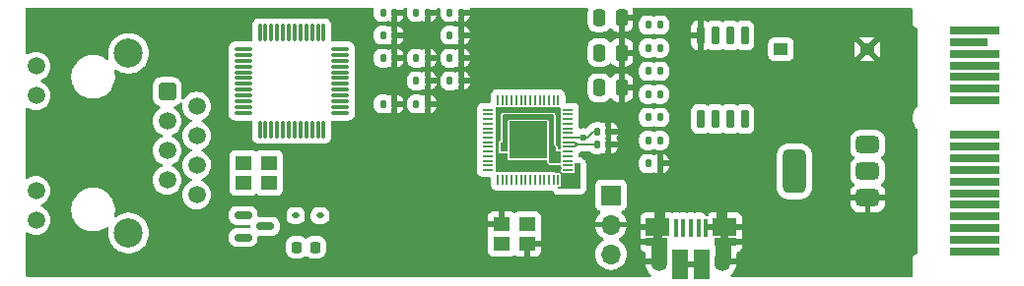
<source format=gbr>
%TF.GenerationSoftware,KiCad,Pcbnew,8.0.3*%
%TF.CreationDate,2024-06-27T21:22:13-04:00*%
%TF.ProjectId,rp2040-mgmt-module,72703230-3430-42d6-9d67-6d742d6d6f64,v0.0.0*%
%TF.SameCoordinates,Original*%
%TF.FileFunction,Copper,L1,Top*%
%TF.FilePolarity,Positive*%
%FSLAX46Y46*%
G04 Gerber Fmt 4.6, Leading zero omitted, Abs format (unit mm)*
G04 Created by KiCad (PCBNEW 8.0.3) date 2024-06-27 21:22:13*
%MOMM*%
%LPD*%
G01*
G04 APERTURE LIST*
G04 Aperture macros list*
%AMRoundRect*
0 Rectangle with rounded corners*
0 $1 Rounding radius*
0 $2 $3 $4 $5 $6 $7 $8 $9 X,Y pos of 4 corners*
0 Add a 4 corners polygon primitive as box body*
4,1,4,$2,$3,$4,$5,$6,$7,$8,$9,$2,$3,0*
0 Add four circle primitives for the rounded corners*
1,1,$1+$1,$2,$3*
1,1,$1+$1,$4,$5*
1,1,$1+$1,$6,$7*
1,1,$1+$1,$8,$9*
0 Add four rect primitives between the rounded corners*
20,1,$1+$1,$2,$3,$4,$5,0*
20,1,$1+$1,$4,$5,$6,$7,0*
20,1,$1+$1,$6,$7,$8,$9,0*
20,1,$1+$1,$8,$9,$2,$3,0*%
G04 Aperture macros list end*
%TA.AperFunction,SMDPad,CuDef*%
%ADD10RoundRect,0.140000X-0.140000X-0.170000X0.140000X-0.170000X0.140000X0.170000X-0.140000X0.170000X0*%
%TD*%
%TA.AperFunction,ComponentPad*%
%ADD11RoundRect,0.250500X-0.499500X0.499500X-0.499500X-0.499500X0.499500X-0.499500X0.499500X0.499500X0*%
%TD*%
%TA.AperFunction,ComponentPad*%
%ADD12C,1.500000*%
%TD*%
%TA.AperFunction,ComponentPad*%
%ADD13C,2.500000*%
%TD*%
%TA.AperFunction,SMDPad,CuDef*%
%ADD14RoundRect,0.250000X-0.250000X-0.475000X0.250000X-0.475000X0.250000X0.475000X-0.250000X0.475000X0*%
%TD*%
%TA.AperFunction,SMDPad,CuDef*%
%ADD15RoundRect,0.375000X0.625000X0.375000X-0.625000X0.375000X-0.625000X-0.375000X0.625000X-0.375000X0*%
%TD*%
%TA.AperFunction,SMDPad,CuDef*%
%ADD16RoundRect,0.500000X0.500000X1.400000X-0.500000X1.400000X-0.500000X-1.400000X0.500000X-1.400000X0*%
%TD*%
%TA.AperFunction,SMDPad,CuDef*%
%ADD17RoundRect,0.218750X-0.218750X-0.256250X0.218750X-0.256250X0.218750X0.256250X-0.218750X0.256250X0*%
%TD*%
%TA.AperFunction,SMDPad,CuDef*%
%ADD18R,1.200000X1.000000*%
%TD*%
%TA.AperFunction,ComponentPad*%
%ADD19R,1.700000X1.700000*%
%TD*%
%TA.AperFunction,ComponentPad*%
%ADD20O,1.700000X1.700000*%
%TD*%
%TA.AperFunction,SMDPad,CuDef*%
%ADD21RoundRect,0.135000X-0.135000X-0.185000X0.135000X-0.185000X0.135000X0.185000X-0.135000X0.185000X0*%
%TD*%
%TA.AperFunction,SMDPad,CuDef*%
%ADD22R,1.400000X1.200000*%
%TD*%
%TA.AperFunction,SMDPad,CuDef*%
%ADD23RoundRect,0.150000X-0.587500X-0.150000X0.587500X-0.150000X0.587500X0.150000X-0.587500X0.150000X0*%
%TD*%
%TA.AperFunction,SMDPad,CuDef*%
%ADD24RoundRect,0.112500X-0.187500X-0.112500X0.187500X-0.112500X0.187500X0.112500X-0.187500X0.112500X0*%
%TD*%
%TA.AperFunction,SMDPad,CuDef*%
%ADD25RoundRect,0.050000X-0.050000X0.387500X-0.050000X-0.387500X0.050000X-0.387500X0.050000X0.387500X0*%
%TD*%
%TA.AperFunction,SMDPad,CuDef*%
%ADD26RoundRect,0.050000X-0.387500X0.050000X-0.387500X-0.050000X0.387500X-0.050000X0.387500X0.050000X0*%
%TD*%
%TA.AperFunction,HeatsinkPad*%
%ADD27R,3.200000X3.200000*%
%TD*%
%TA.AperFunction,SMDPad,CuDef*%
%ADD28R,0.400000X1.650000*%
%TD*%
%TA.AperFunction,SMDPad,CuDef*%
%ADD29R,1.825000X0.700000*%
%TD*%
%TA.AperFunction,SMDPad,CuDef*%
%ADD30R,2.000000X1.500000*%
%TD*%
%TA.AperFunction,SMDPad,CuDef*%
%ADD31R,1.350000X2.000000*%
%TD*%
%TA.AperFunction,ComponentPad*%
%ADD32O,1.350000X1.700000*%
%TD*%
%TA.AperFunction,ComponentPad*%
%ADD33O,1.100000X1.500000*%
%TD*%
%TA.AperFunction,SMDPad,CuDef*%
%ADD34R,1.430000X2.500000*%
%TD*%
%TA.AperFunction,ConnectorPad*%
%ADD35R,4.300000X0.700000*%
%TD*%
%TA.AperFunction,ConnectorPad*%
%ADD36R,3.200000X0.700000*%
%TD*%
%TA.AperFunction,SMDPad,CuDef*%
%ADD37RoundRect,0.150000X-0.150000X0.650000X-0.150000X-0.650000X0.150000X-0.650000X0.150000X0.650000X0*%
%TD*%
%TA.AperFunction,SMDPad,CuDef*%
%ADD38RoundRect,0.075000X-0.662500X-0.075000X0.662500X-0.075000X0.662500X0.075000X-0.662500X0.075000X0*%
%TD*%
%TA.AperFunction,SMDPad,CuDef*%
%ADD39RoundRect,0.075000X-0.075000X-0.662500X0.075000X-0.662500X0.075000X0.662500X-0.075000X0.662500X0*%
%TD*%
%TA.AperFunction,ViaPad*%
%ADD40C,0.600000*%
%TD*%
%TA.AperFunction,Conductor*%
%ADD41C,0.200000*%
%TD*%
G04 APERTURE END LIST*
D10*
%TO.P,C7,1*%
%TO.N,+1V1*%
X31100000Y-8700000D03*
%TO.P,C7,2*%
%TO.N,GND*%
X32060000Y-8700000D03*
%TD*%
%TO.P,C6,1*%
%TO.N,+1V1*%
X49520000Y-11100000D03*
%TO.P,C6,2*%
%TO.N,GND*%
X50480000Y-11100000D03*
%TD*%
D11*
%TO.P,J3,1,TD+*%
%TO.N,unconnected-(J3-TD+-Pad1)*%
X12560000Y-7645000D03*
D12*
%TO.P,J3,2,TD-*%
%TO.N,unconnected-(J3-TD--Pad2)*%
X15100000Y-8905000D03*
%TO.P,J3,3,RD+*%
%TO.N,unconnected-(J3-RD+-Pad3)*%
X12560000Y-10185000D03*
%TO.P,J3,4,TCT*%
%TO.N,unconnected-(J3-TCT-Pad4)*%
X15100000Y-11445000D03*
%TO.P,J3,5,RCT*%
%TO.N,unconnected-(J3-RCT-Pad5)*%
X12560000Y-12725000D03*
%TO.P,J3,6,RD-*%
%TO.N,unconnected-(J3-RD--Pad6)*%
X15100000Y-13985000D03*
%TO.P,J3,7,NC*%
%TO.N,unconnected-(J3-NC-Pad7)*%
X12560000Y-15265000D03*
%TO.P,J3,8*%
%TO.N,unconnected-(J3-Pad8)*%
X15100000Y-16525000D03*
%TO.P,J3,9*%
%TO.N,unconnected-(J3-Pad9)*%
X1300000Y-5460000D03*
%TO.P,J3,10*%
%TO.N,unconnected-(J3-Pad10)*%
X1300000Y-8000000D03*
%TO.P,J3,11*%
%TO.N,unconnected-(J3-Pad11)*%
X1300000Y-16170000D03*
%TO.P,J3,12*%
%TO.N,unconnected-(J3-Pad12)*%
X1300000Y-18710000D03*
D13*
%TO.P,J3,SH*%
%TO.N,unconnected-(J3-PadSH)*%
X9250000Y-4340000D03*
X9250000Y-19830000D03*
%TD*%
D14*
%TO.P,C4,1*%
%TO.N,VDD*%
X49700000Y-4290000D03*
%TO.P,C4,2*%
%TO.N,GND*%
X51600000Y-4290000D03*
%TD*%
D15*
%TO.P,U1,1,GND*%
%TO.N,GND*%
X72750000Y-16800000D03*
%TO.P,U1,2,VO*%
%TO.N,VDD*%
X72750000Y-14500000D03*
D16*
X66450000Y-14500000D03*
D15*
%TO.P,U1,3,VI*%
%TO.N,+5V*%
X72750000Y-12200000D03*
%TD*%
D10*
%TO.P,C13,1*%
%TO.N,VDD*%
X36840000Y-820000D03*
%TO.P,C13,2*%
%TO.N,GND*%
X37800000Y-820000D03*
%TD*%
D17*
%TO.P,FB1,1*%
%TO.N,unconnected-(FB1-Pad1)*%
X23700000Y-21055000D03*
%TO.P,FB1,2*%
%TO.N,unconnected-(FB1-Pad2)*%
X25275000Y-21055000D03*
%TD*%
D18*
%TO.P,SW1,1,1*%
%TO.N,GND*%
X72700000Y-4000000D03*
%TO.P,SW1,2,2*%
%TO.N,/~{USB_BOOT}*%
X65300000Y-4000000D03*
%TD*%
D10*
%TO.P,C2,1*%
%TO.N,Net-(C2-Pad1)*%
X31100000Y-2790000D03*
%TO.P,C2,2*%
%TO.N,GND*%
X32060000Y-2790000D03*
%TD*%
%TO.P,C15,1*%
%TO.N,VDD*%
X36840000Y-4760000D03*
%TO.P,C15,2*%
%TO.N,GND*%
X37800000Y-4760000D03*
%TD*%
D14*
%TO.P,C16,1*%
%TO.N,VDD*%
X49700000Y-7300000D03*
%TO.P,C16,2*%
%TO.N,GND*%
X51600000Y-7300000D03*
%TD*%
D19*
%TO.P,J4,1,Pin_1*%
%TO.N,/SWCLK*%
X50700000Y-16560000D03*
D20*
%TO.P,J4,2,Pin_2*%
%TO.N,GND*%
X50700000Y-19100000D03*
%TO.P,J4,3,Pin_3*%
%TO.N,/SWD*%
X50700000Y-21640000D03*
%TD*%
D10*
%TO.P,C1,1*%
%TO.N,/XIN*%
X31100000Y-820000D03*
%TO.P,C1,2*%
%TO.N,GND*%
X32060000Y-820000D03*
%TD*%
%TO.P,C10,1*%
%TO.N,VDD*%
X33970000Y-4760000D03*
%TO.P,C10,2*%
%TO.N,GND*%
X34930000Y-4760000D03*
%TD*%
D21*
%TO.P,R1,1*%
%TO.N,/QSPI_SS*%
X53880000Y-1900000D03*
%TO.P,R1,2*%
%TO.N,/~{USB_BOOT}*%
X54900000Y-1900000D03*
%TD*%
%TO.P,R7,1*%
%TO.N,/GPIO26_ADC0*%
X53880000Y-13840000D03*
%TO.P,R7,2*%
%TO.N,GND*%
X54900000Y-13840000D03*
%TD*%
D10*
%TO.P,C17,1*%
%TO.N,VDD*%
X36840000Y-6730000D03*
%TO.P,C17,2*%
%TO.N,GND*%
X37800000Y-6730000D03*
%TD*%
%TO.P,C9,1*%
%TO.N,VDD*%
X49520000Y-12200000D03*
%TO.P,C9,2*%
%TO.N,GND*%
X50480000Y-12200000D03*
%TD*%
%TO.P,C11,1*%
%TO.N,VDD*%
X33970000Y-6730000D03*
%TO.P,C11,2*%
%TO.N,GND*%
X34930000Y-6730000D03*
%TD*%
D22*
%TO.P,Y2,1,1*%
%TO.N,unconnected-(Y2-Pad1)*%
X19117500Y-15475000D03*
%TO.P,Y2,2,2*%
%TO.N,unconnected-(Y2-Pad2)*%
X21317500Y-15475000D03*
%TO.P,Y2,3,3*%
%TO.N,unconnected-(Y2-Pad3)*%
X21317500Y-13775000D03*
%TO.P,Y2,4,4*%
%TO.N,unconnected-(Y2-Pad4)*%
X19117500Y-13775000D03*
%TD*%
D10*
%TO.P,C8,1*%
%TO.N,+1V1*%
X33970000Y-820000D03*
%TO.P,C8,2*%
%TO.N,GND*%
X34930000Y-820000D03*
%TD*%
D23*
%TO.P,Q1,1,G*%
%TO.N,unconnected-(Q1-G-Pad1)*%
X19100000Y-18300000D03*
%TO.P,Q1,2,S*%
%TO.N,unconnected-(Q1-S-Pad2)*%
X19100000Y-20200000D03*
%TO.P,Q1,3,D*%
%TO.N,unconnected-(Q1-D-Pad3)*%
X20975000Y-19250000D03*
%TD*%
D10*
%TO.P,C5,1*%
%TO.N,VDD*%
X31100000Y-4760000D03*
%TO.P,C5,2*%
%TO.N,GND*%
X32060000Y-4760000D03*
%TD*%
%TO.P,C12,1*%
%TO.N,VDD*%
X33970000Y-8700000D03*
%TO.P,C12,2*%
%TO.N,GND*%
X34930000Y-8700000D03*
%TD*%
D22*
%TO.P,Y1,1,1*%
%TO.N,/XIN*%
X41300000Y-20750000D03*
%TO.P,Y1,2,2*%
%TO.N,GND*%
X43500000Y-20750000D03*
%TO.P,Y1,3,3*%
%TO.N,Net-(C2-Pad1)*%
X43500000Y-19050000D03*
%TO.P,Y1,4,4*%
%TO.N,GND*%
X41300000Y-19050000D03*
%TD*%
D24*
%TO.P,D1,1,K*%
%TO.N,unconnected-(D1-K-Pad1)*%
X23602500Y-18325000D03*
%TO.P,D1,2,A*%
%TO.N,unconnected-(D1-A-Pad2)*%
X25702500Y-18325000D03*
%TD*%
D21*
%TO.P,R3,1*%
%TO.N,/XOUT*%
X53880000Y-5880000D03*
%TO.P,R3,2*%
%TO.N,Net-(C2-Pad1)*%
X54900000Y-5880000D03*
%TD*%
%TO.P,R2,1*%
%TO.N,VDD*%
X53880000Y-3890000D03*
%TO.P,R2,2*%
%TO.N,/QSPI_SS*%
X54900000Y-3890000D03*
%TD*%
D25*
%TO.P,U3,1,IOVDD*%
%TO.N,VDD*%
X46162500Y-8362500D03*
%TO.P,U3,2,GPIO0*%
%TO.N,/GPIO0*%
X45762500Y-8362500D03*
%TO.P,U3,3,GPIO1*%
%TO.N,LED_DIN*%
X45362500Y-8362500D03*
%TO.P,U3,4,GPIO2*%
%TO.N,/GPIO2*%
X44962500Y-8362500D03*
%TO.P,U3,5,GPIO3*%
%TO.N,/GPIO3*%
X44562500Y-8362500D03*
%TO.P,U3,6,GPIO4*%
%TO.N,SDA*%
X44162500Y-8362500D03*
%TO.P,U3,7,GPIO5*%
%TO.N,SCL*%
X43762500Y-8362500D03*
%TO.P,U3,8,GPIO6*%
%TO.N,/GPIO6*%
X43362500Y-8362500D03*
%TO.P,U3,9,GPIO7*%
%TO.N,/GPIO7*%
X42962500Y-8362500D03*
%TO.P,U3,10,IOVDD*%
%TO.N,VDD*%
X42562500Y-8362500D03*
%TO.P,U3,11,GPIO8*%
%TO.N,/GPIO8*%
X42162500Y-8362500D03*
%TO.P,U3,12,GPIO9*%
%TO.N,/GPIO9*%
X41762500Y-8362500D03*
%TO.P,U3,13,GPIO10*%
%TO.N,/GPIO10*%
X41362500Y-8362500D03*
%TO.P,U3,14,GPIO11*%
%TO.N,/GPIO11*%
X40962500Y-8362500D03*
D26*
%TO.P,U3,15,GPIO12*%
%TO.N,ALERT*%
X40125000Y-9200000D03*
%TO.P,U3,16,GPIO13*%
%TO.N,/GPIO13*%
X40125000Y-9600000D03*
%TO.P,U3,17,GPIO14*%
%TO.N,/GPIO14*%
X40125000Y-10000000D03*
%TO.P,U3,18,GPIO15*%
%TO.N,/GPIO15*%
X40125000Y-10400000D03*
%TO.P,U3,19,TESTEN*%
%TO.N,GND*%
X40125000Y-10800000D03*
%TO.P,U3,20,XIN*%
%TO.N,/XIN*%
X40125000Y-11200000D03*
%TO.P,U3,21,XOUT*%
%TO.N,/XOUT*%
X40125000Y-11600000D03*
%TO.P,U3,22,IOVDD*%
%TO.N,VDD*%
X40125000Y-12000000D03*
%TO.P,U3,23,DVDD*%
%TO.N,+1V1*%
X40125000Y-12400000D03*
%TO.P,U3,24,SWCLK*%
%TO.N,/SWCLK*%
X40125000Y-12800000D03*
%TO.P,U3,25,SWD*%
%TO.N,/SWD*%
X40125000Y-13200000D03*
%TO.P,U3,26,RUN*%
%TO.N,/RUN*%
X40125000Y-13600000D03*
%TO.P,U3,27,GPIO16*%
%TO.N,/GPIO16*%
X40125000Y-14000000D03*
%TO.P,U3,28,GPIO17*%
%TO.N,/GPIO17*%
X40125000Y-14400000D03*
D25*
%TO.P,U3,29,GPIO18*%
%TO.N,/GPIO18*%
X40962500Y-15237500D03*
%TO.P,U3,30,GPIO19*%
%TO.N,/GPIO19*%
X41362500Y-15237500D03*
%TO.P,U3,31,GPIO20*%
%TO.N,/GPIO20*%
X41762500Y-15237500D03*
%TO.P,U3,32,GPIO21*%
%TO.N,/GPIO21*%
X42162500Y-15237500D03*
%TO.P,U3,33,IOVDD*%
%TO.N,VDD*%
X42562500Y-15237500D03*
%TO.P,U3,34,GPIO22*%
%TO.N,/GPIO22*%
X42962500Y-15237500D03*
%TO.P,U3,35,GPIO23*%
%TO.N,OVERLOAD*%
X43362500Y-15237500D03*
%TO.P,U3,36,GPIO24*%
%TO.N,ENABLE*%
X43762500Y-15237500D03*
%TO.P,U3,37,GPIO25*%
%TO.N,/GPIO25*%
X44162500Y-15237500D03*
%TO.P,U3,38,GPIO26_ADC0*%
%TO.N,/GPIO26_ADC0*%
X44562500Y-15237500D03*
%TO.P,U3,39,GPIO27_ADC1*%
%TO.N,/GPIO27_ADC1*%
X44962500Y-15237500D03*
%TO.P,U3,40,GPIO28_ADC2*%
%TO.N,IMON*%
X45362500Y-15237500D03*
%TO.P,U3,41,GPIO29_ADC3*%
%TO.N,/GPIO29_ADC3*%
X45762500Y-15237500D03*
%TO.P,U3,42,IOVDD*%
%TO.N,VDD*%
X46162500Y-15237500D03*
D26*
%TO.P,U3,43,ADC_AVDD*%
X47000000Y-14400000D03*
%TO.P,U3,44,VREG_IN*%
X47000000Y-14000000D03*
%TO.P,U3,45,VREG_VOUT*%
%TO.N,+1V1*%
X47000000Y-13600000D03*
%TO.P,U3,46,USB_DM*%
%TO.N,Net-(U3-USB_DM)*%
X47000000Y-13200000D03*
%TO.P,U3,47,USB_DP*%
%TO.N,Net-(U3-USB_DP)*%
X47000000Y-12800000D03*
%TO.P,U3,48,USB_VDD*%
%TO.N,VDD*%
X47000000Y-12400000D03*
%TO.P,U3,49,IOVDD*%
X47000000Y-12000000D03*
%TO.P,U3,50,DVDD*%
%TO.N,+1V1*%
X47000000Y-11600000D03*
%TO.P,U3,51,QSPI_SD3*%
%TO.N,/QSPI_SD3*%
X47000000Y-11200000D03*
%TO.P,U3,52,QSPI_SCLK*%
%TO.N,/QSPI_SCLK*%
X47000000Y-10800000D03*
%TO.P,U3,53,QSPI_SD0*%
%TO.N,/QSPI_SD0*%
X47000000Y-10400000D03*
%TO.P,U3,54,QSPI_SD2*%
%TO.N,/QSPI_SD2*%
X47000000Y-10000000D03*
%TO.P,U3,55,QSPI_SD1*%
%TO.N,/QSPI_SD1*%
X47000000Y-9600000D03*
%TO.P,U3,56,QSPI_SS*%
%TO.N,/QSPI_SS*%
X47000000Y-9200000D03*
D27*
%TO.P,U3,57,GND*%
%TO.N,GND*%
X43562500Y-11800000D03*
%TD*%
D10*
%TO.P,C14,1*%
%TO.N,VDD*%
X36840000Y-2790000D03*
%TO.P,C14,2*%
%TO.N,GND*%
X37800000Y-2790000D03*
%TD*%
D28*
%TO.P,J2,1,VBUS*%
%TO.N,+5V*%
X56260000Y-19400000D03*
%TO.P,J2,2,D-*%
%TO.N,/USB_D-*%
X56910000Y-19400000D03*
%TO.P,J2,3,D+*%
%TO.N,/USB_D+*%
X57560000Y-19400000D03*
%TO.P,J2,4,ID*%
%TO.N,unconnected-(J2-ID-Pad4)*%
X58210000Y-19400000D03*
%TO.P,J2,5,GND*%
%TO.N,GND*%
X58860000Y-19400000D03*
D29*
%TO.P,J2,6,Shield*%
X54610000Y-20600000D03*
D30*
X54710000Y-19300000D03*
D31*
X54830000Y-21350000D03*
D32*
X54830000Y-22280000D03*
D33*
X55140000Y-19280000D03*
D34*
X56600000Y-22550000D03*
X58520000Y-22550000D03*
D33*
X59980000Y-19280000D03*
D32*
X60290000Y-22280000D03*
D31*
X60310000Y-21350000D03*
D30*
X60460000Y-19280000D03*
D29*
X60560000Y-20600000D03*
%TD*%
D35*
%TO.P,J1,B1,+12V*%
%TO.N,VIN*%
X81950000Y-21390000D03*
%TO.P,J1,B2,+12V*%
X81950000Y-20390000D03*
%TO.P,J1,B3,+12V*%
X81950000Y-19390000D03*
%TO.P,J1,B4,GND*%
%TO.N,GND*%
X81950000Y-18390000D03*
%TO.P,J1,B5,SMCLK*%
%TO.N,I2C_A0*%
X81950000Y-17390000D03*
%TO.P,J1,B6,SMDAT*%
%TO.N,I2C_A1*%
X81950000Y-16390000D03*
%TO.P,J1,B7,GND*%
%TO.N,GND*%
X81950000Y-15390000D03*
%TO.P,J1,B8,+3.3V*%
%TO.N,+5V*%
X81950000Y-14390000D03*
%TO.P,J1,B9,JTAG1*%
%TO.N,I2C_RESET*%
X81950000Y-13390000D03*
%TO.P,J1,B10,3.3Vaux*%
%TO.N,VDD*%
X81950000Y-12390000D03*
%TO.P,J1,B11,~{WAKE}*%
%TO.N,unconnected-(J1-~{WAKE}-PadB11)*%
X81950000Y-11390000D03*
%TO.P,J1,B12,RSVD*%
%TO.N,SDA*%
X81950000Y-8390000D03*
%TO.P,J1,B13,GND*%
%TO.N,GND*%
X81950000Y-7390000D03*
%TO.P,J1,B14,PETp0*%
%TO.N,SCL*%
X81950000Y-6390000D03*
%TO.P,J1,B15,PETn0*%
%TO.N,I2C_A2*%
X81950000Y-5390000D03*
%TO.P,J1,B16,GND*%
%TO.N,GND*%
X81950000Y-4390000D03*
D36*
%TO.P,J1,B17,~{PRSNT2}*%
%TO.N,unconnected-(J1-~{PRSNT2}-PadB17)*%
X81400000Y-3390000D03*
D35*
%TO.P,J1,B18,GND*%
%TO.N,GND*%
X81950000Y-2390000D03*
%TD*%
D21*
%TO.P,R4,1*%
%TO.N,/USB_D+*%
X53880000Y-7870000D03*
%TO.P,R4,2*%
%TO.N,Net-(U3-USB_DP)*%
X54900000Y-7870000D03*
%TD*%
%TO.P,R6,1*%
%TO.N,VIN*%
X53880000Y-11850000D03*
%TO.P,R6,2*%
%TO.N,/GPIO26_ADC0*%
X54900000Y-11850000D03*
%TD*%
D37*
%TO.P,U2,1,~{CS}*%
%TO.N,/QSPI_SS*%
X62205000Y-2800000D03*
%TO.P,U2,2,DO(IO1)*%
%TO.N,/QSPI_SD1*%
X60935000Y-2800000D03*
%TO.P,U2,3,IO2*%
%TO.N,/QSPI_SD2*%
X59665000Y-2800000D03*
%TO.P,U2,4,GND*%
%TO.N,GND*%
X58395000Y-2800000D03*
%TO.P,U2,5,DI(IO0)*%
%TO.N,/QSPI_SD0*%
X58395000Y-10000000D03*
%TO.P,U2,6,CLK*%
%TO.N,/QSPI_SCLK*%
X59665000Y-10000000D03*
%TO.P,U2,7,IO3*%
%TO.N,/QSPI_SD3*%
X60935000Y-10000000D03*
%TO.P,U2,8,VCC*%
%TO.N,VDD*%
X62205000Y-10000000D03*
%TD*%
D38*
%TO.P,U4,1,TXN*%
%TO.N,unconnected-(U4-TXN-Pad1)*%
X19105000Y-3975000D03*
%TO.P,U4,2,TXP*%
%TO.N,unconnected-(U4-TXP-Pad2)*%
X19105000Y-4475000D03*
%TO.P,U4,3,AGND*%
%TO.N,Net-(U4-AGND-Pad14)*%
X19105000Y-4975000D03*
%TO.P,U4,4,AVDD*%
%TO.N,Net-(U4-AVDD-Pad11)*%
X19105000Y-5475000D03*
%TO.P,U4,5,RXN*%
%TO.N,unconnected-(U4-RXN-Pad5)*%
X19105000Y-5975000D03*
%TO.P,U4,6,RXP*%
%TO.N,unconnected-(U4-RXP-Pad6)*%
X19105000Y-6475000D03*
%TO.P,U4,7,DNC*%
%TO.N,unconnected-(U4-DNC-Pad7)*%
X19105000Y-6975000D03*
%TO.P,U4,8,AVDD*%
%TO.N,Net-(U4-AVDD-Pad11)*%
X19105000Y-7475000D03*
%TO.P,U4,9,AGND*%
%TO.N,Net-(U4-AGND-Pad14)*%
X19105000Y-7975000D03*
%TO.P,U4,10,EXRES1*%
%TO.N,unconnected-(U4-EXRES1-Pad10)*%
X19105000Y-8475000D03*
%TO.P,U4,11,AVDD*%
%TO.N,Net-(U4-AVDD-Pad11)*%
X19105000Y-8975000D03*
%TO.P,U4,12,NC*%
%TO.N,unconnected-(U4-NC-Pad12)*%
X19105000Y-9475000D03*
D39*
%TO.P,U4,13,NC*%
%TO.N,unconnected-(U4-NC-Pad13)*%
X20517500Y-10887500D03*
%TO.P,U4,14,AGND*%
%TO.N,Net-(U4-AGND-Pad14)*%
X21017500Y-10887500D03*
%TO.P,U4,15,AVDD*%
%TO.N,Net-(U4-AVDD-Pad11)*%
X21517500Y-10887500D03*
%TO.P,U4,16,AGND*%
%TO.N,Net-(U4-AGND-Pad14)*%
X22017500Y-10887500D03*
%TO.P,U4,17,AVDD*%
%TO.N,Net-(U4-AVDD-Pad11)*%
X22517500Y-10887500D03*
%TO.P,U4,18,VBG*%
%TO.N,unconnected-(U4-VBG-Pad18)*%
X23017500Y-10887500D03*
%TO.P,U4,19,AGND*%
%TO.N,Net-(U4-AGND-Pad14)*%
X23517500Y-10887500D03*
%TO.P,U4,20,TOCAP*%
%TO.N,unconnected-(U4-TOCAP-Pad20)*%
X24017500Y-10887500D03*
%TO.P,U4,21,AVDD*%
%TO.N,Net-(U4-AVDD-Pad11)*%
X24517500Y-10887500D03*
%TO.P,U4,22,1V2O*%
%TO.N,unconnected-(U4-1V2O-Pad22)*%
X25017500Y-10887500D03*
%TO.P,U4,23,RSVD*%
%TO.N,unconnected-(U4-RSVD-Pad23)*%
X25517500Y-10887500D03*
%TO.P,U4,24,SPDLED*%
%TO.N,unconnected-(U4-SPDLED-Pad24)*%
X26017500Y-10887500D03*
D38*
%TO.P,U4,25,LINKLED*%
%TO.N,unconnected-(U4-LINKLED-Pad25)*%
X27430000Y-9475000D03*
%TO.P,U4,26,DUPLED*%
%TO.N,unconnected-(U4-DUPLED-Pad26)*%
X27430000Y-8975000D03*
%TO.P,U4,27,ACTLED*%
%TO.N,unconnected-(U4-ACTLED-Pad27)*%
X27430000Y-8475000D03*
%TO.P,U4,28,VDD*%
%TO.N,unconnected-(U4-VDD-Pad28)*%
X27430000Y-7975000D03*
%TO.P,U4,29,GND*%
%TO.N,unconnected-(U4-GND-Pad29)*%
X27430000Y-7475000D03*
%TO.P,U4,30,XI/CLKIN*%
%TO.N,unconnected-(U4-XI{slash}CLKIN-Pad30)*%
X27430000Y-6975000D03*
%TO.P,U4,31,XO*%
%TO.N,unconnected-(U4-XO-Pad31)*%
X27430000Y-6475000D03*
%TO.P,U4,32,~{SCS}*%
%TO.N,unconnected-(U4-~{SCS}-Pad32)*%
X27430000Y-5975000D03*
%TO.P,U4,33,SCLK*%
%TO.N,unconnected-(U4-SCLK-Pad33)*%
X27430000Y-5475000D03*
%TO.P,U4,34,MISO*%
%TO.N,unconnected-(U4-MISO-Pad34)*%
X27430000Y-4975000D03*
%TO.P,U4,35,MOSI*%
%TO.N,unconnected-(U4-MOSI-Pad35)*%
X27430000Y-4475000D03*
%TO.P,U4,36,~{INT}*%
%TO.N,unconnected-(U4-~{INT}-Pad36)*%
X27430000Y-3975000D03*
D39*
%TO.P,U4,37,~{RST}*%
%TO.N,unconnected-(U4-~{RST}-Pad37)*%
X26017500Y-2562500D03*
%TO.P,U4,38,RSVD*%
%TO.N,unconnected-(U4-RSVD-Pad38)*%
X25517500Y-2562500D03*
%TO.P,U4,39,RSVD*%
%TO.N,unconnected-(U4-RSVD-Pad39)*%
X25017500Y-2562500D03*
%TO.P,U4,40,RSVD*%
%TO.N,unconnected-(U4-RSVD-Pad40)*%
X24517500Y-2562500D03*
%TO.P,U4,41,RSVD*%
%TO.N,unconnected-(U4-RSVD-Pad41)*%
X24017500Y-2562500D03*
%TO.P,U4,42,RSVD*%
%TO.N,unconnected-(U4-RSVD-Pad42)*%
X23517500Y-2562500D03*
%TO.P,U4,43,PMODE2*%
%TO.N,unconnected-(U4-PMODE2-Pad43)*%
X23017500Y-2562500D03*
%TO.P,U4,44,PMODE1*%
%TO.N,unconnected-(U4-PMODE1-Pad44)*%
X22517500Y-2562500D03*
%TO.P,U4,45,PMODE0*%
%TO.N,unconnected-(U4-PMODE0-Pad45)*%
X22017500Y-2562500D03*
%TO.P,U4,46,NC*%
%TO.N,unconnected-(U4-NC-Pad46)*%
X21517500Y-2562500D03*
%TO.P,U4,47,NC*%
%TO.N,unconnected-(U4-NC-Pad47)*%
X21017500Y-2562500D03*
%TO.P,U4,48,AGND*%
%TO.N,Net-(U4-AGND-Pad14)*%
X20517500Y-2562500D03*
%TD*%
D21*
%TO.P,R5,1*%
%TO.N,/USB_D-*%
X53880000Y-9860000D03*
%TO.P,R5,2*%
%TO.N,Net-(U3-USB_DM)*%
X54900000Y-9860000D03*
%TD*%
D14*
%TO.P,C3,1*%
%TO.N,+5V*%
X49700000Y-1280000D03*
%TO.P,C3,2*%
%TO.N,GND*%
X51600000Y-1280000D03*
%TD*%
D40*
%TO.N,+1V1*%
X48325000Y-11600000D03*
X45675000Y-12500000D03*
%TD*%
D41*
%TO.N,VDD*%
X47600000Y-12000000D02*
X47800000Y-12200000D01*
X47000000Y-12000000D02*
X47600000Y-12000000D01*
X47000000Y-12400000D02*
X47600000Y-12400000D01*
X47800000Y-12200000D02*
X49520000Y-12200000D01*
X47600000Y-12400000D02*
X47800000Y-12200000D01*
%TO.N,+1V1*%
X49150000Y-11100000D02*
X48650000Y-11600000D01*
X49520000Y-11100000D02*
X49150000Y-11100000D01*
X48650000Y-11600000D02*
X47000000Y-11600000D01*
%TD*%
%TA.AperFunction,NonConductor*%
G36*
X46338326Y-9021674D02*
G01*
X46360000Y-9074000D01*
X46360000Y-12570500D01*
X46338326Y-12622826D01*
X46286000Y-12644500D01*
X46204500Y-12644500D01*
X46152174Y-12622826D01*
X46130500Y-12570500D01*
X46130500Y-12474001D01*
X46118510Y-12413723D01*
X46116294Y-12403754D01*
X46111697Y-12371777D01*
X46111697Y-12371774D01*
X46057882Y-12253937D01*
X45973049Y-12156033D01*
X45973046Y-12156031D01*
X45973044Y-12156029D01*
X45964490Y-12150532D01*
X45932191Y-12104008D01*
X45930500Y-12088281D01*
X45930500Y-9674001D01*
X45918664Y-9614498D01*
X45918663Y-9614497D01*
X45918663Y-9614493D01*
X45896989Y-9562167D01*
X45896983Y-9562156D01*
X45876694Y-9527013D01*
X45876692Y-9527011D01*
X45812835Y-9478012D01*
X45812831Y-9478010D01*
X45760511Y-9456338D01*
X45760501Y-9456335D01*
X45720654Y-9448409D01*
X45701000Y-9444500D01*
X41449000Y-9444500D01*
X41432131Y-9447855D01*
X41389498Y-9456335D01*
X41389488Y-9456338D01*
X41337173Y-9478008D01*
X41337156Y-9478016D01*
X41302013Y-9498305D01*
X41302011Y-9498307D01*
X41253012Y-9562164D01*
X41253010Y-9562168D01*
X41231338Y-9614488D01*
X41231335Y-9614498D01*
X41219500Y-9674001D01*
X41219500Y-11794462D01*
X41197826Y-11846788D01*
X41173820Y-11862828D01*
X41137167Y-11878011D01*
X41137164Y-11878012D01*
X41137163Y-11878013D01*
X41137156Y-11878016D01*
X41102013Y-11898305D01*
X41102011Y-11898307D01*
X41053012Y-11962164D01*
X41053010Y-11962168D01*
X41031338Y-12014488D01*
X41031335Y-12014498D01*
X41019500Y-12074001D01*
X41019500Y-12725998D01*
X41031335Y-12785501D01*
X41031338Y-12785511D01*
X41053008Y-12837826D01*
X41053016Y-12837843D01*
X41073305Y-12872986D01*
X41073307Y-12872988D01*
X41073308Y-12872989D01*
X41137167Y-12921989D01*
X41189493Y-12943663D01*
X41249000Y-12955500D01*
X41249002Y-12955500D01*
X41738000Y-12955500D01*
X41790326Y-12977174D01*
X41812000Y-13029500D01*
X41812000Y-13414820D01*
X41820733Y-13458722D01*
X41853996Y-13508504D01*
X41903778Y-13541767D01*
X41947680Y-13550500D01*
X41947681Y-13550500D01*
X45145500Y-13550500D01*
X45197826Y-13572174D01*
X45219500Y-13624500D01*
X45219500Y-13725998D01*
X45231335Y-13785501D01*
X45231338Y-13785511D01*
X45253008Y-13837826D01*
X45253016Y-13837843D01*
X45273305Y-13872986D01*
X45273307Y-13872988D01*
X45336477Y-13921460D01*
X45337167Y-13921989D01*
X45389493Y-13943663D01*
X45449000Y-13955500D01*
X45449002Y-13955500D01*
X46300997Y-13955500D01*
X46301000Y-13955500D01*
X46323564Y-13951011D01*
X46379111Y-13962059D01*
X46410578Y-14009151D01*
X46412000Y-14023589D01*
X46412000Y-14069746D01*
X46423633Y-14128232D01*
X46444117Y-14158888D01*
X46455166Y-14214436D01*
X46444117Y-14241112D01*
X46423633Y-14271767D01*
X46412000Y-14330253D01*
X46412000Y-14469746D01*
X46423633Y-14528232D01*
X46453108Y-14572343D01*
X46467948Y-14594552D01*
X46499267Y-14615479D01*
X46534267Y-14638866D01*
X46534268Y-14638866D01*
X46534269Y-14638867D01*
X46592752Y-14650500D01*
X46592754Y-14650500D01*
X47407246Y-14650500D01*
X47407248Y-14650500D01*
X47465731Y-14638867D01*
X47532052Y-14594552D01*
X47576367Y-14528231D01*
X47588000Y-14469748D01*
X47588000Y-14330252D01*
X47576367Y-14271769D01*
X47555882Y-14241112D01*
X47544833Y-14185565D01*
X47555881Y-14158888D01*
X47576367Y-14128231D01*
X47588000Y-14069748D01*
X47588000Y-13930252D01*
X47579682Y-13888435D01*
X47590731Y-13832888D01*
X47637823Y-13801422D01*
X47652260Y-13800000D01*
X47986000Y-13800000D01*
X48038326Y-13821674D01*
X48060000Y-13874000D01*
X48060000Y-15951061D01*
X48038326Y-16003387D01*
X47986062Y-16025061D01*
X46217257Y-16026543D01*
X46164913Y-16004913D01*
X46111826Y-15951826D01*
X46090152Y-15899500D01*
X46111826Y-15847174D01*
X46164152Y-15825500D01*
X46232246Y-15825500D01*
X46232248Y-15825500D01*
X46290731Y-15813867D01*
X46357052Y-15769552D01*
X46401367Y-15703231D01*
X46413000Y-15644748D01*
X46413000Y-14830252D01*
X46401367Y-14771769D01*
X46357052Y-14705448D01*
X46321387Y-14681617D01*
X46290732Y-14661133D01*
X46290733Y-14661133D01*
X46261489Y-14655316D01*
X46232248Y-14649500D01*
X46092752Y-14649500D01*
X46063510Y-14655316D01*
X46034267Y-14661133D01*
X46003612Y-14681617D01*
X45948064Y-14692666D01*
X45921386Y-14681616D01*
X45892886Y-14662572D01*
X45861422Y-14615479D01*
X45860000Y-14601044D01*
X45860000Y-14600000D01*
X40834000Y-14600000D01*
X40781674Y-14578326D01*
X40760000Y-14526000D01*
X40760000Y-9074000D01*
X40781674Y-9021674D01*
X40834000Y-9000000D01*
X46286000Y-9000000D01*
X46338326Y-9021674D01*
G37*
%TD.AperFunction*%
%TA.AperFunction,Conductor*%
%TO.N,+1V1*%
G36*
X45753326Y-9621674D02*
G01*
X45775000Y-9674000D01*
X45775000Y-12400000D01*
X45901000Y-12400000D01*
X45953326Y-12421674D01*
X45975000Y-12474000D01*
X45975000Y-12800000D01*
X46301000Y-12800000D01*
X46353326Y-12821674D01*
X46375000Y-12874000D01*
X46375000Y-13726000D01*
X46353326Y-13778326D01*
X46301000Y-13800000D01*
X45449000Y-13800000D01*
X45396674Y-13778326D01*
X45375000Y-13726000D01*
X45375000Y-10200000D01*
X45373813Y-10198813D01*
X45324352Y-10178326D01*
X45307949Y-10147641D01*
X45307056Y-10148011D01*
X45304267Y-10141279D01*
X45304267Y-10141278D01*
X45271004Y-10091496D01*
X45221222Y-10058233D01*
X45177320Y-10049500D01*
X41947680Y-10049500D01*
X41925729Y-10053866D01*
X41903777Y-10058233D01*
X41853996Y-10091495D01*
X41853995Y-10091496D01*
X41820733Y-10141277D01*
X41812000Y-10185180D01*
X41812000Y-12726000D01*
X41790326Y-12778326D01*
X41738000Y-12800000D01*
X41249000Y-12800000D01*
X41196674Y-12778326D01*
X41175000Y-12726000D01*
X41175000Y-12074000D01*
X41196674Y-12021674D01*
X41249000Y-12000000D01*
X41375000Y-12000000D01*
X41375000Y-9674000D01*
X41396674Y-9621674D01*
X41449000Y-9600000D01*
X45701000Y-9600000D01*
X45753326Y-9621674D01*
G37*
%TD.AperFunction*%
%TD*%
%TA.AperFunction,Conductor*%
%TO.N,GND*%
G36*
X44812539Y-10574685D02*
G01*
X44858294Y-10627489D01*
X44869500Y-10679000D01*
X44869500Y-12492458D01*
X44869434Y-12493632D01*
X44869435Y-12506407D01*
X44869500Y-12507547D01*
X44869500Y-12921000D01*
X44849815Y-12988039D01*
X44797011Y-13033794D01*
X44745500Y-13045000D01*
X42428678Y-13045000D01*
X42361639Y-13025315D01*
X42315884Y-12972511D01*
X42308530Y-12951668D01*
X42303681Y-12932671D01*
X42299612Y-12916730D01*
X42297023Y-12868419D01*
X42297023Y-12868418D01*
X42297024Y-12868416D01*
X42317500Y-12726000D01*
X42317500Y-10679000D01*
X42337185Y-10611961D01*
X42389989Y-10566206D01*
X42441500Y-10555000D01*
X44745500Y-10555000D01*
X44812539Y-10574685D01*
G37*
%TD.AperFunction*%
%TA.AperFunction,Conductor*%
G36*
X30267821Y-420185D02*
G01*
X30313576Y-472989D01*
X30323520Y-542147D01*
X30322763Y-546786D01*
X30322356Y-549010D01*
X30319500Y-585302D01*
X30319500Y-1054697D01*
X30322356Y-1090991D01*
X30322357Y-1090997D01*
X30367504Y-1246390D01*
X30367505Y-1246393D01*
X30449881Y-1385684D01*
X30449887Y-1385692D01*
X30564307Y-1500112D01*
X30564311Y-1500115D01*
X30564313Y-1500117D01*
X30703605Y-1582494D01*
X30744587Y-1594400D01*
X30859002Y-1627642D01*
X30859005Y-1627642D01*
X30859007Y-1627643D01*
X30895310Y-1630500D01*
X30895318Y-1630500D01*
X31304682Y-1630500D01*
X31304690Y-1630500D01*
X31340993Y-1627643D01*
X31340995Y-1627642D01*
X31340997Y-1627642D01*
X31385229Y-1614791D01*
X31496395Y-1582494D01*
X31517369Y-1570089D01*
X31585088Y-1552906D01*
X31643613Y-1570090D01*
X31663803Y-1582031D01*
X31810000Y-1624504D01*
X31810000Y-1624503D01*
X32310000Y-1624503D01*
X32456195Y-1582031D01*
X32595374Y-1499721D01*
X32595383Y-1499714D01*
X32709714Y-1385383D01*
X32709721Y-1385374D01*
X32792031Y-1246195D01*
X32792033Y-1246190D01*
X32837144Y-1090918D01*
X32837145Y-1090912D01*
X32838790Y-1070000D01*
X32310000Y-1070000D01*
X32310000Y-1624503D01*
X31810000Y-1624503D01*
X31810000Y-1318352D01*
X31827267Y-1255233D01*
X31832494Y-1246395D01*
X31843397Y-1208869D01*
X31877642Y-1090997D01*
X31877643Y-1090991D01*
X31880499Y-1054697D01*
X31880500Y-1054690D01*
X31880500Y-694000D01*
X31900185Y-626961D01*
X31952989Y-581206D01*
X32004500Y-570000D01*
X32838790Y-570000D01*
X32837145Y-549090D01*
X32836724Y-546784D01*
X32836861Y-545479D01*
X32836648Y-542768D01*
X32837150Y-542728D01*
X32844040Y-477298D01*
X32887762Y-422799D01*
X32954008Y-400589D01*
X32958705Y-400500D01*
X33070782Y-400500D01*
X33137821Y-420185D01*
X33183576Y-472989D01*
X33193520Y-542147D01*
X33192763Y-546786D01*
X33192356Y-549010D01*
X33189500Y-585302D01*
X33189500Y-1054697D01*
X33192356Y-1090991D01*
X33192357Y-1090997D01*
X33237504Y-1246390D01*
X33237505Y-1246393D01*
X33319881Y-1385684D01*
X33319887Y-1385692D01*
X33434307Y-1500112D01*
X33434311Y-1500115D01*
X33434313Y-1500117D01*
X33573605Y-1582494D01*
X33614587Y-1594400D01*
X33729002Y-1627642D01*
X33729005Y-1627642D01*
X33729007Y-1627643D01*
X33765310Y-1630500D01*
X33765318Y-1630500D01*
X34174682Y-1630500D01*
X34174690Y-1630500D01*
X34210993Y-1627643D01*
X34210995Y-1627642D01*
X34210997Y-1627642D01*
X34255229Y-1614791D01*
X34366395Y-1582494D01*
X34387369Y-1570089D01*
X34455088Y-1552906D01*
X34513613Y-1570090D01*
X34533803Y-1582031D01*
X34680000Y-1624504D01*
X34680000Y-1624503D01*
X35180000Y-1624503D01*
X35326195Y-1582031D01*
X35465374Y-1499721D01*
X35465383Y-1499714D01*
X35579714Y-1385383D01*
X35579721Y-1385374D01*
X35662031Y-1246195D01*
X35662033Y-1246190D01*
X35707144Y-1090918D01*
X35707145Y-1090912D01*
X35708790Y-1070000D01*
X35180000Y-1070000D01*
X35180000Y-1624503D01*
X34680000Y-1624503D01*
X34680000Y-1318352D01*
X34697267Y-1255233D01*
X34702494Y-1246395D01*
X34713397Y-1208869D01*
X34747642Y-1090997D01*
X34747643Y-1090991D01*
X34750499Y-1054697D01*
X34750500Y-1054690D01*
X34750500Y-694000D01*
X34770185Y-626961D01*
X34822989Y-581206D01*
X34874500Y-570000D01*
X35708790Y-570000D01*
X35707145Y-549090D01*
X35706724Y-546784D01*
X35706861Y-545479D01*
X35706648Y-542768D01*
X35707150Y-542728D01*
X35714040Y-477298D01*
X35757762Y-422799D01*
X35824008Y-400589D01*
X35828705Y-400500D01*
X35940782Y-400500D01*
X36007821Y-420185D01*
X36053576Y-472989D01*
X36063520Y-542147D01*
X36062763Y-546786D01*
X36062356Y-549010D01*
X36059500Y-585302D01*
X36059500Y-1054697D01*
X36062356Y-1090991D01*
X36062357Y-1090997D01*
X36107504Y-1246390D01*
X36107505Y-1246393D01*
X36189881Y-1385684D01*
X36189887Y-1385692D01*
X36304307Y-1500112D01*
X36304311Y-1500115D01*
X36304313Y-1500117D01*
X36443605Y-1582494D01*
X36484587Y-1594400D01*
X36599002Y-1627642D01*
X36599005Y-1627642D01*
X36599007Y-1627643D01*
X36635310Y-1630500D01*
X36635318Y-1630500D01*
X37044682Y-1630500D01*
X37044690Y-1630500D01*
X37080993Y-1627643D01*
X37080995Y-1627642D01*
X37080997Y-1627642D01*
X37125229Y-1614791D01*
X37236395Y-1582494D01*
X37257369Y-1570089D01*
X37325088Y-1552906D01*
X37383613Y-1570090D01*
X37403803Y-1582031D01*
X37550000Y-1624504D01*
X37550000Y-1624503D01*
X38050000Y-1624503D01*
X38196195Y-1582031D01*
X38335374Y-1499721D01*
X38335383Y-1499714D01*
X38449714Y-1385383D01*
X38449721Y-1385374D01*
X38532031Y-1246195D01*
X38532033Y-1246190D01*
X38577144Y-1090918D01*
X38577145Y-1090912D01*
X38578790Y-1070000D01*
X38050000Y-1070000D01*
X38050000Y-1624503D01*
X37550000Y-1624503D01*
X37550000Y-1318352D01*
X37567267Y-1255233D01*
X37572494Y-1246395D01*
X37583397Y-1208869D01*
X37617642Y-1090997D01*
X37617643Y-1090991D01*
X37620499Y-1054697D01*
X37620500Y-1054690D01*
X37620500Y-694000D01*
X37640185Y-626961D01*
X37692989Y-581206D01*
X37744500Y-570000D01*
X38578790Y-570000D01*
X38577145Y-549090D01*
X38576724Y-546784D01*
X38576861Y-545479D01*
X38576648Y-542768D01*
X38577150Y-542728D01*
X38584040Y-477298D01*
X38627762Y-422799D01*
X38694008Y-400589D01*
X38698705Y-400500D01*
X48621687Y-400500D01*
X48688726Y-420185D01*
X48734481Y-472989D01*
X48744425Y-542147D01*
X48739393Y-563504D01*
X48710001Y-652203D01*
X48710000Y-652204D01*
X48699500Y-754983D01*
X48699500Y-1805001D01*
X48699501Y-1805019D01*
X48710000Y-1907796D01*
X48710001Y-1907799D01*
X48760595Y-2060478D01*
X48765186Y-2074334D01*
X48857288Y-2223656D01*
X48981344Y-2347712D01*
X49130666Y-2439814D01*
X49297203Y-2494999D01*
X49399991Y-2505500D01*
X50000008Y-2505499D01*
X50000016Y-2505498D01*
X50000019Y-2505498D01*
X50056302Y-2499748D01*
X50102797Y-2494999D01*
X50269334Y-2439814D01*
X50418656Y-2347712D01*
X50542712Y-2223656D01*
X50544752Y-2220347D01*
X50546745Y-2218555D01*
X50547193Y-2217989D01*
X50547289Y-2218065D01*
X50596694Y-2173623D01*
X50665656Y-2162395D01*
X50729740Y-2190234D01*
X50755829Y-2220339D01*
X50757681Y-2223341D01*
X50757683Y-2223344D01*
X50881654Y-2347315D01*
X51030875Y-2439356D01*
X51030880Y-2439358D01*
X51197302Y-2494505D01*
X51197309Y-2494506D01*
X51300019Y-2504999D01*
X51850000Y-2504999D01*
X51899972Y-2504999D01*
X51899986Y-2504998D01*
X52002697Y-2494505D01*
X52169119Y-2439358D01*
X52169124Y-2439356D01*
X52318345Y-2347315D01*
X52442315Y-2223345D01*
X52534356Y-2074124D01*
X52534358Y-2074119D01*
X52589505Y-1907697D01*
X52589506Y-1907690D01*
X52599999Y-1804986D01*
X52600000Y-1804973D01*
X52600000Y-1650811D01*
X53109500Y-1650811D01*
X53109500Y-2149169D01*
X53109501Y-2149191D01*
X53112335Y-2185205D01*
X53157129Y-2339388D01*
X53157131Y-2339393D01*
X53238863Y-2477595D01*
X53238869Y-2477603D01*
X53352396Y-2591130D01*
X53352400Y-2591133D01*
X53352402Y-2591135D01*
X53490607Y-2672869D01*
X53490614Y-2672871D01*
X53644791Y-2717664D01*
X53644794Y-2717664D01*
X53644796Y-2717665D01*
X53680819Y-2720500D01*
X54079180Y-2720499D01*
X54115204Y-2717665D01*
X54269393Y-2672869D01*
X54326882Y-2638869D01*
X54394602Y-2621688D01*
X54453117Y-2638869D01*
X54510607Y-2672869D01*
X54510610Y-2672869D01*
X54510612Y-2672871D01*
X54664791Y-2717664D01*
X54664794Y-2717664D01*
X54664796Y-2717665D01*
X54700819Y-2720500D01*
X55099180Y-2720499D01*
X55135204Y-2717665D01*
X55289393Y-2672869D01*
X55427598Y-2591135D01*
X55541135Y-2477598D01*
X55622869Y-2339393D01*
X55667665Y-2185204D01*
X55670500Y-2149181D01*
X55670500Y-2084350D01*
X57595000Y-2084350D01*
X57595000Y-2550000D01*
X58145000Y-2550000D01*
X58145000Y-1502703D01*
X58645000Y-1502703D01*
X58645000Y-4097295D01*
X58645001Y-4097295D01*
X58647486Y-4097100D01*
X58805198Y-4051281D01*
X58946550Y-3967686D01*
X58952717Y-3962903D01*
X58954630Y-3965369D01*
X59003222Y-3938802D01*
X59072917Y-3943749D01*
X59105762Y-3964853D01*
X59106969Y-3963298D01*
X59113132Y-3968078D01*
X59113135Y-3968081D01*
X59254602Y-4051744D01*
X59296224Y-4063836D01*
X59412426Y-4097597D01*
X59412429Y-4097597D01*
X59412431Y-4097598D01*
X59449306Y-4100500D01*
X59449314Y-4100500D01*
X59880686Y-4100500D01*
X59880694Y-4100500D01*
X59917569Y-4097598D01*
X59917571Y-4097597D01*
X59917573Y-4097597D01*
X59978544Y-4079883D01*
X60075398Y-4051744D01*
X60216865Y-3968081D01*
X60216870Y-3968075D01*
X60223031Y-3963298D01*
X60224933Y-3965750D01*
X60273579Y-3939155D01*
X60343274Y-3944104D01*
X60375695Y-3964940D01*
X60376969Y-3963298D01*
X60383132Y-3968078D01*
X60383135Y-3968081D01*
X60524602Y-4051744D01*
X60566224Y-4063836D01*
X60682426Y-4097597D01*
X60682429Y-4097597D01*
X60682431Y-4097598D01*
X60719306Y-4100500D01*
X60719314Y-4100500D01*
X61150686Y-4100500D01*
X61150694Y-4100500D01*
X61187569Y-4097598D01*
X61187571Y-4097597D01*
X61187573Y-4097597D01*
X61248544Y-4079883D01*
X61345398Y-4051744D01*
X61486865Y-3968081D01*
X61486870Y-3968075D01*
X61493031Y-3963298D01*
X61494933Y-3965750D01*
X61543579Y-3939155D01*
X61613274Y-3944104D01*
X61645695Y-3964940D01*
X61646969Y-3963298D01*
X61653132Y-3968078D01*
X61653135Y-3968081D01*
X61794602Y-4051744D01*
X61836224Y-4063836D01*
X61952426Y-4097597D01*
X61952429Y-4097597D01*
X61952431Y-4097598D01*
X61989306Y-4100500D01*
X61989314Y-4100500D01*
X62420686Y-4100500D01*
X62420694Y-4100500D01*
X62457569Y-4097598D01*
X62457571Y-4097597D01*
X62457573Y-4097597D01*
X62518544Y-4079883D01*
X62615398Y-4051744D01*
X62756865Y-3968081D01*
X62873081Y-3851865D01*
X62956744Y-3710398D01*
X63002598Y-3552569D01*
X63005500Y-3515694D01*
X63005500Y-3452135D01*
X64199500Y-3452135D01*
X64199500Y-4547870D01*
X64199501Y-4547876D01*
X64205908Y-4607483D01*
X64256202Y-4742328D01*
X64256206Y-4742335D01*
X64342452Y-4857544D01*
X64342455Y-4857547D01*
X64457664Y-4943793D01*
X64457671Y-4943797D01*
X64592517Y-4994091D01*
X64592516Y-4994091D01*
X64598014Y-4994682D01*
X64652127Y-5000500D01*
X65947872Y-5000499D01*
X65952523Y-4999999D01*
X72053552Y-4999999D01*
X72053553Y-5000000D01*
X73346447Y-5000000D01*
X73346447Y-4999999D01*
X72700000Y-4353553D01*
X72053552Y-4999999D01*
X65952523Y-4999999D01*
X66007483Y-4994091D01*
X66142331Y-4943796D01*
X66257546Y-4857546D01*
X66343796Y-4742331D01*
X66394091Y-4607483D01*
X66400500Y-4547873D01*
X66400499Y-3452155D01*
X71600000Y-3452155D01*
X71600000Y-4547844D01*
X71606401Y-4607372D01*
X71606403Y-4607379D01*
X71642442Y-4704003D01*
X72346447Y-4000000D01*
X72346446Y-3999999D01*
X73053553Y-3999999D01*
X73053553Y-4000000D01*
X73757556Y-4704004D01*
X73793598Y-4607371D01*
X73799999Y-4547844D01*
X73800000Y-4547827D01*
X73800000Y-3452172D01*
X73799999Y-3452155D01*
X73793598Y-3392623D01*
X73757556Y-3295994D01*
X73053553Y-3999999D01*
X72346446Y-3999999D01*
X71642442Y-3295995D01*
X71606403Y-3392620D01*
X71606401Y-3392627D01*
X71600000Y-3452155D01*
X66400499Y-3452155D01*
X66400499Y-3452128D01*
X66394103Y-3392627D01*
X66394091Y-3392516D01*
X66343797Y-3257671D01*
X66343793Y-3257664D01*
X66257547Y-3142455D01*
X66257544Y-3142452D01*
X66142335Y-3056206D01*
X66142328Y-3056202D01*
X66007482Y-3005908D01*
X66007483Y-3005908D01*
X65952525Y-3000000D01*
X72053552Y-3000000D01*
X72700000Y-3646447D01*
X73346447Y-3000000D01*
X72053552Y-3000000D01*
X65952525Y-3000000D01*
X65947883Y-2999501D01*
X65947881Y-2999500D01*
X65947873Y-2999500D01*
X65947864Y-2999500D01*
X64652129Y-2999500D01*
X64652123Y-2999501D01*
X64592516Y-3005908D01*
X64457671Y-3056202D01*
X64457664Y-3056206D01*
X64342455Y-3142452D01*
X64342452Y-3142455D01*
X64256206Y-3257664D01*
X64256202Y-3257671D01*
X64205908Y-3392517D01*
X64199663Y-3450607D01*
X64199501Y-3452123D01*
X64199500Y-3452135D01*
X63005500Y-3452135D01*
X63005500Y-2084306D01*
X63002598Y-2047431D01*
X62996943Y-2027967D01*
X62956745Y-1889606D01*
X62956744Y-1889603D01*
X62956744Y-1889602D01*
X62873081Y-1748135D01*
X62873079Y-1748133D01*
X62873076Y-1748129D01*
X62756870Y-1631923D01*
X62756862Y-1631917D01*
X62652317Y-1570090D01*
X62615398Y-1548256D01*
X62615397Y-1548255D01*
X62615396Y-1548255D01*
X62615393Y-1548254D01*
X62457573Y-1502402D01*
X62457567Y-1502401D01*
X62420701Y-1499500D01*
X62420694Y-1499500D01*
X61989306Y-1499500D01*
X61989298Y-1499500D01*
X61952432Y-1502401D01*
X61952426Y-1502402D01*
X61794606Y-1548254D01*
X61794603Y-1548255D01*
X61653137Y-1631917D01*
X61646969Y-1636702D01*
X61645072Y-1634256D01*
X61596358Y-1660857D01*
X61526666Y-1655873D01*
X61494296Y-1635069D01*
X61493031Y-1636702D01*
X61486862Y-1631917D01*
X61382317Y-1570090D01*
X61345398Y-1548256D01*
X61345397Y-1548255D01*
X61345396Y-1548255D01*
X61345393Y-1548254D01*
X61187573Y-1502402D01*
X61187567Y-1502401D01*
X61150701Y-1499500D01*
X61150694Y-1499500D01*
X60719306Y-1499500D01*
X60719298Y-1499500D01*
X60682432Y-1502401D01*
X60682426Y-1502402D01*
X60524606Y-1548254D01*
X60524603Y-1548255D01*
X60383137Y-1631917D01*
X60376969Y-1636702D01*
X60375072Y-1634256D01*
X60326358Y-1660857D01*
X60256666Y-1655873D01*
X60224296Y-1635069D01*
X60223031Y-1636702D01*
X60216862Y-1631917D01*
X60112317Y-1570090D01*
X60075398Y-1548256D01*
X60075397Y-1548255D01*
X60075396Y-1548255D01*
X60075393Y-1548254D01*
X59917573Y-1502402D01*
X59917567Y-1502401D01*
X59880701Y-1499500D01*
X59880694Y-1499500D01*
X59449306Y-1499500D01*
X59449298Y-1499500D01*
X59412432Y-1502401D01*
X59412426Y-1502402D01*
X59254606Y-1548254D01*
X59254603Y-1548255D01*
X59113140Y-1631915D01*
X59106974Y-1636699D01*
X59105174Y-1634379D01*
X59055913Y-1661230D01*
X58986225Y-1656193D01*
X58953992Y-1635461D01*
X58952722Y-1637100D01*
X58946552Y-1632314D01*
X58805196Y-1548717D01*
X58805193Y-1548716D01*
X58647494Y-1502900D01*
X58647497Y-1502900D01*
X58645000Y-1502703D01*
X58145000Y-1502703D01*
X58142503Y-1502900D01*
X57984806Y-1548716D01*
X57984803Y-1548717D01*
X57843447Y-1632314D01*
X57843438Y-1632321D01*
X57727321Y-1748438D01*
X57727314Y-1748447D01*
X57643717Y-1889803D01*
X57643716Y-1889806D01*
X57597900Y-2047504D01*
X57597899Y-2047510D01*
X57595000Y-2084350D01*
X55670500Y-2084350D01*
X55670499Y-1650820D01*
X55667665Y-1614796D01*
X55622869Y-1460607D01*
X55541135Y-1322402D01*
X55541133Y-1322400D01*
X55541130Y-1322396D01*
X55427603Y-1208869D01*
X55427595Y-1208863D01*
X55289393Y-1127131D01*
X55289388Y-1127129D01*
X55135208Y-1082335D01*
X55135202Y-1082334D01*
X55099181Y-1079500D01*
X54700830Y-1079500D01*
X54700808Y-1079501D01*
X54664794Y-1082335D01*
X54510611Y-1127129D01*
X54510604Y-1127132D01*
X54453119Y-1161128D01*
X54385395Y-1178309D01*
X54326881Y-1161128D01*
X54269395Y-1127132D01*
X54269388Y-1127129D01*
X54115208Y-1082335D01*
X54115202Y-1082334D01*
X54079181Y-1079500D01*
X53680830Y-1079500D01*
X53680808Y-1079501D01*
X53644794Y-1082335D01*
X53490611Y-1127129D01*
X53490606Y-1127131D01*
X53352404Y-1208863D01*
X53352396Y-1208869D01*
X53238869Y-1322396D01*
X53238863Y-1322404D01*
X53157131Y-1460606D01*
X53157129Y-1460611D01*
X53112335Y-1614791D01*
X53112334Y-1614797D01*
X53109500Y-1650811D01*
X52600000Y-1650811D01*
X52600000Y-1530000D01*
X51850000Y-1530000D01*
X51850000Y-2504999D01*
X51300019Y-2504999D01*
X51349999Y-2504998D01*
X51350000Y-2504998D01*
X51350000Y-1154000D01*
X51369685Y-1086961D01*
X51422489Y-1041206D01*
X51474000Y-1030000D01*
X52599999Y-1030000D01*
X52599999Y-755028D01*
X52599998Y-755013D01*
X52589505Y-652302D01*
X52560081Y-563504D01*
X52557679Y-493675D01*
X52593411Y-433634D01*
X52655932Y-402441D01*
X52677787Y-400500D01*
X76475500Y-400500D01*
X76542539Y-420185D01*
X76588294Y-472989D01*
X76599500Y-524500D01*
X76599500Y-1792727D01*
X76626793Y-1894587D01*
X76679520Y-1985913D01*
X76754087Y-2060480D01*
X76845413Y-2113207D01*
X76908093Y-2130002D01*
X76967753Y-2166365D01*
X76998283Y-2229212D01*
X77000000Y-2249776D01*
X77000000Y-8879589D01*
X76980315Y-8946628D01*
X76967230Y-8963571D01*
X76880620Y-9057654D01*
X76880612Y-9057665D01*
X76758199Y-9245030D01*
X76668298Y-9449988D01*
X76668297Y-9449990D01*
X76613354Y-9666952D01*
X76613352Y-9666960D01*
X76594872Y-9889994D01*
X76594872Y-9890005D01*
X76613352Y-10113039D01*
X76613354Y-10113047D01*
X76668297Y-10330009D01*
X76671586Y-10337507D01*
X76758199Y-10534969D01*
X76880612Y-10722334D01*
X76880620Y-10722345D01*
X76967229Y-10816426D01*
X76998152Y-10879080D01*
X77000000Y-10900409D01*
X77000000Y-21530223D01*
X76980315Y-21597262D01*
X76927511Y-21643017D01*
X76908095Y-21649997D01*
X76895420Y-21653393D01*
X76845411Y-21666793D01*
X76845410Y-21666794D01*
X76754085Y-21719521D01*
X76679521Y-21794085D01*
X76626794Y-21885410D01*
X76626793Y-21885413D01*
X76599500Y-21987273D01*
X76599500Y-23475500D01*
X76579815Y-23542539D01*
X76527011Y-23588294D01*
X76475500Y-23599500D01*
X61095394Y-23599500D01*
X61028355Y-23579815D01*
X60982600Y-23527011D01*
X60972656Y-23457853D01*
X61001681Y-23394297D01*
X61022509Y-23375182D01*
X61055454Y-23351245D01*
X61055459Y-23351241D01*
X61186241Y-23220459D01*
X61186245Y-23220454D01*
X61294947Y-23070837D01*
X61378915Y-22906043D01*
X61378916Y-22906040D01*
X61436066Y-22730147D01*
X61465000Y-22547473D01*
X61465000Y-22530000D01*
X60640000Y-22530000D01*
X60640000Y-22030000D01*
X61485000Y-22030000D01*
X61485000Y-21564130D01*
X61504685Y-21497091D01*
X61557489Y-21451336D01*
X61577706Y-21444407D01*
X61714586Y-21393354D01*
X61714593Y-21393350D01*
X61829687Y-21307190D01*
X61829690Y-21307187D01*
X61915850Y-21192093D01*
X61915854Y-21192086D01*
X61966096Y-21057379D01*
X61966098Y-21057372D01*
X61972499Y-20997844D01*
X61972500Y-20997827D01*
X61972500Y-20850000D01*
X60560000Y-20850000D01*
X60560000Y-21476000D01*
X60540315Y-21543039D01*
X60487511Y-21588794D01*
X60436000Y-21600000D01*
X60184000Y-21600000D01*
X60116961Y-21580315D01*
X60071206Y-21527511D01*
X60060000Y-21476000D01*
X60060000Y-19931000D01*
X60079685Y-19863961D01*
X60132489Y-19818206D01*
X60184000Y-19807000D01*
X60210000Y-19807000D01*
X60210000Y-19709618D01*
X60212618Y-19707000D01*
X60710000Y-19707000D01*
X60719976Y-19716976D01*
X60753039Y-19726685D01*
X60798794Y-19779489D01*
X60810000Y-19831000D01*
X60810000Y-20350000D01*
X61972500Y-20350000D01*
X61972500Y-20202172D01*
X61972499Y-20202155D01*
X61966098Y-20142627D01*
X61964313Y-20135071D01*
X61965189Y-20134863D01*
X61959089Y-20086294D01*
X61959999Y-20077826D01*
X61960000Y-20077820D01*
X61960000Y-19530000D01*
X60710000Y-19530000D01*
X60710000Y-19707000D01*
X60212618Y-19707000D01*
X60240064Y-19679554D01*
X60282851Y-19605445D01*
X60305000Y-19522787D01*
X60305000Y-19037213D01*
X60303067Y-19030000D01*
X60710000Y-19030000D01*
X61960000Y-19030000D01*
X61960000Y-18482172D01*
X61959999Y-18482155D01*
X61953598Y-18422627D01*
X61953596Y-18422620D01*
X61903354Y-18287913D01*
X61903350Y-18287906D01*
X61817190Y-18172812D01*
X61817187Y-18172809D01*
X61702093Y-18086649D01*
X61702086Y-18086645D01*
X61567379Y-18036403D01*
X61567372Y-18036401D01*
X61507844Y-18030000D01*
X60710000Y-18030000D01*
X60710000Y-19030000D01*
X60303067Y-19030000D01*
X60282851Y-18954555D01*
X60240064Y-18880446D01*
X60179554Y-18819936D01*
X60105445Y-18777149D01*
X60022787Y-18755000D01*
X59937213Y-18755000D01*
X59854555Y-18777149D01*
X59780446Y-18819936D01*
X59730000Y-18870382D01*
X59730000Y-18030000D01*
X59412155Y-18030000D01*
X59352627Y-18036401D01*
X59352619Y-18036403D01*
X59242162Y-18077601D01*
X59172470Y-18082585D01*
X59170322Y-18082098D01*
X59167374Y-18081401D01*
X59107844Y-18075000D01*
X59060000Y-18075000D01*
X59060000Y-18235565D01*
X59040315Y-18302604D01*
X58987511Y-18348359D01*
X58918353Y-18358303D01*
X58854797Y-18329278D01*
X58836734Y-18309876D01*
X58767547Y-18217455D01*
X58754791Y-18207906D01*
X58747538Y-18202476D01*
X58709688Y-18174141D01*
X58667818Y-18118207D01*
X58660027Y-18075027D01*
X58660000Y-18075000D01*
X58612166Y-18075000D01*
X58550595Y-18081619D01*
X58524088Y-18081619D01*
X58514818Y-18080622D01*
X58457873Y-18074500D01*
X58457865Y-18074500D01*
X57962129Y-18074500D01*
X57962120Y-18074501D01*
X57898248Y-18081367D01*
X57871742Y-18081367D01*
X57867483Y-18080909D01*
X57807873Y-18074500D01*
X57807864Y-18074500D01*
X57312129Y-18074500D01*
X57312120Y-18074501D01*
X57248248Y-18081367D01*
X57221742Y-18081367D01*
X57217483Y-18080909D01*
X57157873Y-18074500D01*
X57157864Y-18074500D01*
X56662129Y-18074500D01*
X56662120Y-18074501D01*
X56598248Y-18081367D01*
X56571742Y-18081367D01*
X56567483Y-18080909D01*
X56507873Y-18074500D01*
X56507864Y-18074500D01*
X56012129Y-18074500D01*
X56012125Y-18074501D01*
X55952518Y-18080908D01*
X55946619Y-18082303D01*
X55876849Y-18078562D01*
X55874771Y-18077808D01*
X55817382Y-18056403D01*
X55817372Y-18056401D01*
X55757844Y-18050000D01*
X55390000Y-18050000D01*
X55390000Y-18870382D01*
X55339554Y-18819936D01*
X55265445Y-18777149D01*
X55182787Y-18755000D01*
X55097213Y-18755000D01*
X55014555Y-18777149D01*
X54940446Y-18819936D01*
X54879936Y-18880446D01*
X54837149Y-18954555D01*
X54815000Y-19037213D01*
X54815000Y-19522787D01*
X54837149Y-19605445D01*
X54879936Y-19679554D01*
X54940446Y-19740064D01*
X54960000Y-19751353D01*
X54960000Y-19807000D01*
X54961662Y-19808662D01*
X55023039Y-19826685D01*
X55068794Y-19879489D01*
X55080000Y-19931000D01*
X55080000Y-21785025D01*
X55044905Y-21749930D01*
X54965095Y-21703852D01*
X54876078Y-21680000D01*
X54783922Y-21680000D01*
X54694905Y-21703852D01*
X54615095Y-21749930D01*
X54580000Y-21785025D01*
X54580000Y-21493000D01*
X54484000Y-21493000D01*
X54416961Y-21473315D01*
X54371206Y-21420511D01*
X54360000Y-21369000D01*
X54360000Y-20850000D01*
X53197500Y-20850000D01*
X53197500Y-20997844D01*
X53203901Y-21057372D01*
X53203903Y-21057379D01*
X53254145Y-21192086D01*
X53254149Y-21192093D01*
X53340309Y-21307187D01*
X53340312Y-21307190D01*
X53455406Y-21393350D01*
X53455413Y-21393354D01*
X53574333Y-21437708D01*
X53630267Y-21479579D01*
X53654684Y-21545043D01*
X53655000Y-21553890D01*
X53655000Y-22030000D01*
X54480000Y-22030000D01*
X54480000Y-22530000D01*
X53655000Y-22530000D01*
X53655000Y-22547473D01*
X53683933Y-22730147D01*
X53741083Y-22906040D01*
X53741084Y-22906043D01*
X53825052Y-23070837D01*
X53933754Y-23220454D01*
X53933758Y-23220459D01*
X54064540Y-23351241D01*
X54064545Y-23351245D01*
X54097491Y-23375182D01*
X54140157Y-23430512D01*
X54146136Y-23500125D01*
X54113530Y-23561920D01*
X54052692Y-23596277D01*
X54024606Y-23599500D01*
X524500Y-23599500D01*
X457461Y-23579815D01*
X411706Y-23527011D01*
X400500Y-23475500D01*
X400500Y-19844944D01*
X420185Y-19777905D01*
X472989Y-19732150D01*
X542147Y-19722206D01*
X595623Y-19743369D01*
X672361Y-19797102D01*
X870670Y-19889575D01*
X870676Y-19889576D01*
X870677Y-19889577D01*
X901364Y-19897799D01*
X1082023Y-19946207D01*
X1264926Y-19962208D01*
X1299998Y-19965277D01*
X1300000Y-19965277D01*
X1300002Y-19965277D01*
X1328254Y-19962805D01*
X1517977Y-19946207D01*
X1729330Y-19889575D01*
X1927639Y-19797102D01*
X2106877Y-19671598D01*
X2261598Y-19516877D01*
X2387102Y-19337639D01*
X2479575Y-19139330D01*
X2536207Y-18927977D01*
X2555242Y-18710398D01*
X2555277Y-18710002D01*
X2555277Y-18709997D01*
X2548847Y-18636507D01*
X2536207Y-18492023D01*
X2496176Y-18342627D01*
X2479577Y-18280677D01*
X2479576Y-18280676D01*
X2479575Y-18280670D01*
X2387102Y-18082362D01*
X2387100Y-18082359D01*
X2387099Y-18082357D01*
X2261599Y-17903124D01*
X2192271Y-17833796D01*
X2106877Y-17748402D01*
X2004997Y-17677065D01*
X4324500Y-17677065D01*
X4324500Y-17922934D01*
X4345456Y-18082098D01*
X4356591Y-18166677D01*
X4419680Y-18402129D01*
X4420222Y-18404152D01*
X4420225Y-18404162D01*
X4501344Y-18600000D01*
X4514306Y-18631292D01*
X4637233Y-18844208D01*
X4637235Y-18844211D01*
X4637236Y-18844212D01*
X4786897Y-19039254D01*
X4786903Y-19039261D01*
X4960738Y-19213096D01*
X4960744Y-19213101D01*
X5155792Y-19362767D01*
X5368708Y-19485694D01*
X5480315Y-19531923D01*
X5568305Y-19568370D01*
X5595847Y-19579778D01*
X5833323Y-19643409D01*
X6077073Y-19675500D01*
X6077080Y-19675500D01*
X6322920Y-19675500D01*
X6322927Y-19675500D01*
X6566677Y-19643409D01*
X6804153Y-19579778D01*
X7031292Y-19485694D01*
X7244208Y-19362767D01*
X7355487Y-19277379D01*
X7420654Y-19252186D01*
X7489099Y-19266224D01*
X7539089Y-19315038D01*
X7554753Y-19383129D01*
X7551863Y-19403348D01*
X7514197Y-19568374D01*
X7514196Y-19568379D01*
X7494592Y-19829995D01*
X7494592Y-19830004D01*
X7514196Y-20091620D01*
X7514197Y-20091625D01*
X7514197Y-20091629D01*
X7514198Y-20091630D01*
X7516591Y-20102116D01*
X7572576Y-20347402D01*
X7572578Y-20347411D01*
X7572580Y-20347416D01*
X7668432Y-20591643D01*
X7799614Y-20818857D01*
X7824450Y-20850000D01*
X7963198Y-21023985D01*
X8127394Y-21176335D01*
X8155521Y-21202433D01*
X8372296Y-21350228D01*
X8372301Y-21350230D01*
X8372302Y-21350231D01*
X8372303Y-21350232D01*
X8471230Y-21397872D01*
X8608673Y-21464061D01*
X8608674Y-21464061D01*
X8608677Y-21464063D01*
X8859385Y-21541396D01*
X9118818Y-21580500D01*
X9381182Y-21580500D01*
X9640615Y-21541396D01*
X9891323Y-21464063D01*
X10109113Y-21359181D01*
X10127696Y-21350232D01*
X10127696Y-21350231D01*
X10127704Y-21350228D01*
X10344479Y-21202433D01*
X10536805Y-21023981D01*
X10700386Y-20818857D01*
X10831568Y-20591643D01*
X10927420Y-20347416D01*
X10985802Y-20091630D01*
X10986711Y-20079500D01*
X11005408Y-19830004D01*
X11005408Y-19829995D01*
X10985803Y-19568379D01*
X10985802Y-19568374D01*
X10985802Y-19568370D01*
X10927420Y-19312584D01*
X10831568Y-19068357D01*
X10700386Y-18841143D01*
X10536805Y-18636019D01*
X10536804Y-18636018D01*
X10536801Y-18636014D01*
X10344479Y-18457567D01*
X10300895Y-18427852D01*
X10127704Y-18309772D01*
X10127700Y-18309770D01*
X10127697Y-18309768D01*
X10127696Y-18309767D01*
X9891325Y-18195938D01*
X9891327Y-18195938D01*
X9640623Y-18118606D01*
X9640619Y-18118605D01*
X9640615Y-18118604D01*
X9515823Y-18099794D01*
X9413018Y-18084298D01*
X17862000Y-18084298D01*
X17862000Y-18515701D01*
X17864901Y-18552567D01*
X17864902Y-18552573D01*
X17910754Y-18710393D01*
X17910755Y-18710396D01*
X17994417Y-18851862D01*
X17994423Y-18851870D01*
X18110629Y-18968076D01*
X18110633Y-18968079D01*
X18110635Y-18968081D01*
X18252102Y-19051744D01*
X18293724Y-19063836D01*
X18409926Y-19097597D01*
X18409929Y-19097597D01*
X18409931Y-19097598D01*
X18446806Y-19100500D01*
X19613000Y-19100500D01*
X19680039Y-19120185D01*
X19725794Y-19172989D01*
X19737000Y-19224500D01*
X19737000Y-19275500D01*
X19717315Y-19342539D01*
X19664511Y-19388294D01*
X19613000Y-19399500D01*
X18446798Y-19399500D01*
X18409932Y-19402401D01*
X18409926Y-19402402D01*
X18252106Y-19448254D01*
X18252103Y-19448255D01*
X18110637Y-19531917D01*
X18110629Y-19531923D01*
X17994423Y-19648129D01*
X17994417Y-19648137D01*
X17910755Y-19789603D01*
X17910754Y-19789606D01*
X17864902Y-19947426D01*
X17864901Y-19947432D01*
X17862000Y-19984298D01*
X17862000Y-20415701D01*
X17864901Y-20452567D01*
X17864902Y-20452573D01*
X17910754Y-20610393D01*
X17910755Y-20610396D01*
X17994417Y-20751862D01*
X17994423Y-20751870D01*
X18110629Y-20868076D01*
X18110633Y-20868079D01*
X18110635Y-20868081D01*
X18252102Y-20951744D01*
X18287985Y-20962169D01*
X18409926Y-20997597D01*
X18409929Y-20997597D01*
X18409931Y-20997598D01*
X18446806Y-21000500D01*
X18446814Y-21000500D01*
X19753186Y-21000500D01*
X19753194Y-21000500D01*
X19790069Y-20997598D01*
X19790071Y-20997597D01*
X19790073Y-20997597D01*
X19831691Y-20985505D01*
X19947898Y-20951744D01*
X20089365Y-20868081D01*
X20205581Y-20751865D01*
X20206200Y-20750818D01*
X22762000Y-20750818D01*
X22762000Y-21359181D01*
X22772063Y-21457683D01*
X22824950Y-21617284D01*
X22824955Y-21617295D01*
X22913216Y-21760387D01*
X22913219Y-21760391D01*
X23032108Y-21879280D01*
X23032112Y-21879283D01*
X23175204Y-21967544D01*
X23175207Y-21967545D01*
X23175213Y-21967549D01*
X23334815Y-22020436D01*
X23433326Y-22030500D01*
X23433331Y-22030500D01*
X23966669Y-22030500D01*
X23966674Y-22030500D01*
X24065185Y-22020436D01*
X24224787Y-21967549D01*
X24367891Y-21879281D01*
X24399819Y-21847353D01*
X24461142Y-21813868D01*
X24530834Y-21818852D01*
X24575181Y-21847353D01*
X24607108Y-21879280D01*
X24607112Y-21879283D01*
X24750204Y-21967544D01*
X24750207Y-21967545D01*
X24750213Y-21967549D01*
X24909815Y-22020436D01*
X25008326Y-22030500D01*
X25008331Y-22030500D01*
X25541669Y-22030500D01*
X25541674Y-22030500D01*
X25640185Y-22020436D01*
X25799787Y-21967549D01*
X25942891Y-21879281D01*
X26061781Y-21760391D01*
X26150049Y-21617287D01*
X26202936Y-21457685D01*
X26213000Y-21359174D01*
X26213000Y-20750826D01*
X26202936Y-20652315D01*
X26150049Y-20492713D01*
X26150045Y-20492707D01*
X26150044Y-20492704D01*
X26061783Y-20349612D01*
X26061780Y-20349608D01*
X25942891Y-20230719D01*
X25942887Y-20230716D01*
X25799795Y-20142455D01*
X25799789Y-20142452D01*
X25799787Y-20142451D01*
X25678122Y-20102135D01*
X40099500Y-20102135D01*
X40099500Y-21397870D01*
X40099501Y-21397876D01*
X40105908Y-21457483D01*
X40156202Y-21592328D01*
X40156206Y-21592335D01*
X40242452Y-21707544D01*
X40242455Y-21707547D01*
X40357664Y-21793793D01*
X40357671Y-21793797D01*
X40492517Y-21844091D01*
X40492516Y-21844091D01*
X40499444Y-21844835D01*
X40552127Y-21850500D01*
X42047872Y-21850499D01*
X42107483Y-21844091D01*
X42242331Y-21793796D01*
X42326105Y-21731082D01*
X42391569Y-21706665D01*
X42459842Y-21721516D01*
X42474727Y-21731082D01*
X42557910Y-21793352D01*
X42557913Y-21793354D01*
X42692620Y-21843596D01*
X42692627Y-21843598D01*
X42752155Y-21849999D01*
X42752172Y-21850000D01*
X43250000Y-21850000D01*
X43750000Y-21850000D01*
X44247828Y-21850000D01*
X44247844Y-21849999D01*
X44307372Y-21843598D01*
X44307379Y-21843596D01*
X44442086Y-21793354D01*
X44442093Y-21793350D01*
X44557187Y-21707190D01*
X44557190Y-21707187D01*
X44607487Y-21639999D01*
X49344341Y-21639999D01*
X49344341Y-21640000D01*
X49364936Y-21875403D01*
X49364938Y-21875413D01*
X49426094Y-22103655D01*
X49426096Y-22103659D01*
X49426097Y-22103663D01*
X49449570Y-22154000D01*
X49525965Y-22317830D01*
X49525967Y-22317834D01*
X49623771Y-22457511D01*
X49661505Y-22511401D01*
X49828599Y-22678495D01*
X49898601Y-22727511D01*
X50022165Y-22814032D01*
X50022167Y-22814033D01*
X50022170Y-22814035D01*
X50236337Y-22913903D01*
X50464592Y-22975063D01*
X50652918Y-22991539D01*
X50699999Y-22995659D01*
X50700000Y-22995659D01*
X50700001Y-22995659D01*
X50739234Y-22992226D01*
X50935408Y-22975063D01*
X51163663Y-22913903D01*
X51377830Y-22814035D01*
X51571401Y-22678495D01*
X51738495Y-22511401D01*
X51874035Y-22317830D01*
X51973903Y-22103663D01*
X52035063Y-21875408D01*
X52055659Y-21640000D01*
X52035063Y-21404592D01*
X51973903Y-21176337D01*
X51874035Y-20962171D01*
X51808154Y-20868082D01*
X51738494Y-20768597D01*
X51571402Y-20601506D01*
X51571401Y-20601505D01*
X51385405Y-20471269D01*
X51341781Y-20416692D01*
X51334588Y-20347193D01*
X51366110Y-20284839D01*
X51385405Y-20268119D01*
X51479587Y-20202171D01*
X53197500Y-20202171D01*
X53197500Y-20350000D01*
X54360000Y-20350000D01*
X54360000Y-19831000D01*
X54379685Y-19763961D01*
X54432489Y-19718206D01*
X54453327Y-19713672D01*
X54460000Y-19707000D01*
X54460000Y-19550000D01*
X53210000Y-19550000D01*
X53210000Y-20101148D01*
X53209306Y-20101148D01*
X53204172Y-20134721D01*
X53205685Y-20135079D01*
X53203901Y-20142624D01*
X53197500Y-20202171D01*
X51479587Y-20202171D01*
X51571082Y-20138105D01*
X51738105Y-19971082D01*
X51873600Y-19777578D01*
X51973429Y-19563492D01*
X51973432Y-19563486D01*
X52030636Y-19350000D01*
X51133012Y-19350000D01*
X51165925Y-19292993D01*
X51200000Y-19165826D01*
X51200000Y-19034174D01*
X51165925Y-18907007D01*
X51133012Y-18850000D01*
X52030636Y-18850000D01*
X52030635Y-18849999D01*
X51973432Y-18636513D01*
X51973429Y-18636507D01*
X51910780Y-18502155D01*
X53210000Y-18502155D01*
X53210000Y-19050000D01*
X54460000Y-19050000D01*
X54460000Y-18050000D01*
X53662155Y-18050000D01*
X53602627Y-18056401D01*
X53602620Y-18056403D01*
X53467913Y-18106645D01*
X53467906Y-18106649D01*
X53352812Y-18192809D01*
X53352809Y-18192812D01*
X53266649Y-18307906D01*
X53266645Y-18307913D01*
X53216403Y-18442620D01*
X53216401Y-18442627D01*
X53210000Y-18502155D01*
X51910780Y-18502155D01*
X51873600Y-18422422D01*
X51873599Y-18422420D01*
X51738113Y-18228926D01*
X51738108Y-18228920D01*
X51616053Y-18106865D01*
X51582568Y-18045542D01*
X51587552Y-17975850D01*
X51629424Y-17919917D01*
X51660400Y-17903002D01*
X51792331Y-17853796D01*
X51907546Y-17767546D01*
X51993796Y-17652331D01*
X52044091Y-17517483D01*
X52050500Y-17457873D01*
X52050500Y-17251096D01*
X71250000Y-17251096D01*
X71252897Y-17293824D01*
X71298831Y-17478523D01*
X71383390Y-17649022D01*
X71383392Y-17649025D01*
X71502632Y-17797366D01*
X71502633Y-17797367D01*
X71650974Y-17916607D01*
X71650977Y-17916609D01*
X71821476Y-18001168D01*
X72006175Y-18047102D01*
X72048903Y-18050000D01*
X72500000Y-18050000D01*
X73000000Y-18050000D01*
X73451097Y-18050000D01*
X73493824Y-18047102D01*
X73678523Y-18001168D01*
X73849022Y-17916609D01*
X73849025Y-17916607D01*
X73997366Y-17797367D01*
X73997367Y-17797366D01*
X74116607Y-17649025D01*
X74116609Y-17649022D01*
X74201168Y-17478523D01*
X74247102Y-17293824D01*
X74250000Y-17251096D01*
X74250000Y-17050000D01*
X73000000Y-17050000D01*
X73000000Y-18050000D01*
X72500000Y-18050000D01*
X72500000Y-17050000D01*
X71250000Y-17050000D01*
X71250000Y-17251096D01*
X52050500Y-17251096D01*
X52050499Y-15662128D01*
X52044091Y-15602517D01*
X52029502Y-15563403D01*
X51993797Y-15467671D01*
X51993793Y-15467664D01*
X51907547Y-15352455D01*
X51907544Y-15352452D01*
X51792335Y-15266206D01*
X51792328Y-15266202D01*
X51657482Y-15215908D01*
X51657483Y-15215908D01*
X51597883Y-15209501D01*
X51597881Y-15209500D01*
X51597873Y-15209500D01*
X51597864Y-15209500D01*
X49802129Y-15209500D01*
X49802123Y-15209501D01*
X49742516Y-15215908D01*
X49607671Y-15266202D01*
X49607664Y-15266206D01*
X49492455Y-15352452D01*
X49492452Y-15352455D01*
X49406206Y-15467664D01*
X49406202Y-15467671D01*
X49355908Y-15602517D01*
X49349501Y-15662116D01*
X49349501Y-15662123D01*
X49349500Y-15662135D01*
X49349500Y-17457870D01*
X49349501Y-17457876D01*
X49355908Y-17517483D01*
X49406202Y-17652328D01*
X49406206Y-17652335D01*
X49492452Y-17767544D01*
X49492455Y-17767547D01*
X49607664Y-17853793D01*
X49607671Y-17853797D01*
X49607674Y-17853798D01*
X49739598Y-17903002D01*
X49795531Y-17944873D01*
X49819949Y-18010337D01*
X49805098Y-18078610D01*
X49783947Y-18106865D01*
X49661886Y-18228926D01*
X49526400Y-18422420D01*
X49526399Y-18422422D01*
X49426570Y-18636507D01*
X49426567Y-18636513D01*
X49369364Y-18849999D01*
X49369364Y-18850000D01*
X50266988Y-18850000D01*
X50234075Y-18907007D01*
X50200000Y-19034174D01*
X50200000Y-19165826D01*
X50234075Y-19292993D01*
X50266988Y-19350000D01*
X49369364Y-19350000D01*
X49426567Y-19563486D01*
X49426570Y-19563492D01*
X49526399Y-19777578D01*
X49661894Y-19971082D01*
X49828917Y-20138105D01*
X50014595Y-20268119D01*
X50058219Y-20322696D01*
X50065412Y-20392195D01*
X50033890Y-20454549D01*
X50014595Y-20471269D01*
X49828594Y-20601508D01*
X49661505Y-20768597D01*
X49525965Y-20962169D01*
X49525964Y-20962171D01*
X49426098Y-21176335D01*
X49426094Y-21176344D01*
X49364938Y-21404586D01*
X49364936Y-21404596D01*
X49344341Y-21639999D01*
X44607487Y-21639999D01*
X44643350Y-21592093D01*
X44643354Y-21592086D01*
X44693596Y-21457379D01*
X44693598Y-21457372D01*
X44699999Y-21397844D01*
X44700000Y-21397827D01*
X44700000Y-21000000D01*
X43750000Y-21000000D01*
X43750000Y-21850000D01*
X43250000Y-21850000D01*
X43250000Y-20624000D01*
X43269685Y-20556961D01*
X43322489Y-20511206D01*
X43374000Y-20500000D01*
X44700000Y-20500000D01*
X44700000Y-20102172D01*
X44699999Y-20102155D01*
X44693598Y-20042627D01*
X44693596Y-20042620D01*
X44656831Y-19944047D01*
X44651847Y-19874356D01*
X44656827Y-19857390D01*
X44694091Y-19757483D01*
X44700500Y-19697873D01*
X44700499Y-18402128D01*
X44694091Y-18342517D01*
X44689153Y-18329278D01*
X44643797Y-18207671D01*
X44643793Y-18207664D01*
X44557547Y-18092455D01*
X44557544Y-18092452D01*
X44442335Y-18006206D01*
X44442328Y-18006202D01*
X44307482Y-17955908D01*
X44307483Y-17955908D01*
X44247883Y-17949501D01*
X44247881Y-17949500D01*
X44247873Y-17949500D01*
X44247864Y-17949500D01*
X42752129Y-17949500D01*
X42752123Y-17949501D01*
X42692516Y-17955908D01*
X42557671Y-18006202D01*
X42557669Y-18006204D01*
X42473894Y-18068918D01*
X42408430Y-18093335D01*
X42340157Y-18078484D01*
X42325272Y-18068918D01*
X42242088Y-18006646D01*
X42242086Y-18006645D01*
X42107379Y-17956403D01*
X42107372Y-17956401D01*
X42047844Y-17950000D01*
X41550000Y-17950000D01*
X41550000Y-19176000D01*
X41530315Y-19243039D01*
X41477511Y-19288794D01*
X41426000Y-19300000D01*
X40100000Y-19300000D01*
X40100000Y-19697844D01*
X40106401Y-19757372D01*
X40106403Y-19757380D01*
X40143168Y-19855952D01*
X40148152Y-19925644D01*
X40143168Y-19942617D01*
X40105909Y-20042514D01*
X40105908Y-20042516D01*
X40099501Y-20102116D01*
X40099500Y-20102135D01*
X25678122Y-20102135D01*
X25640185Y-20089564D01*
X25640183Y-20089563D01*
X25541681Y-20079500D01*
X25541674Y-20079500D01*
X25008326Y-20079500D01*
X25008318Y-20079500D01*
X24909816Y-20089563D01*
X24909815Y-20089564D01*
X24871818Y-20102155D01*
X24750215Y-20142450D01*
X24750204Y-20142455D01*
X24607112Y-20230716D01*
X24607108Y-20230719D01*
X24575181Y-20262647D01*
X24513858Y-20296132D01*
X24444166Y-20291148D01*
X24399819Y-20262647D01*
X24367891Y-20230719D01*
X24367887Y-20230716D01*
X24224795Y-20142455D01*
X24224789Y-20142452D01*
X24224787Y-20142451D01*
X24065185Y-20089564D01*
X24065183Y-20089563D01*
X23966681Y-20079500D01*
X23966674Y-20079500D01*
X23433326Y-20079500D01*
X23433318Y-20079500D01*
X23334816Y-20089563D01*
X23334815Y-20089564D01*
X23296818Y-20102155D01*
X23175215Y-20142450D01*
X23175204Y-20142455D01*
X23032112Y-20230716D01*
X23032108Y-20230719D01*
X22913219Y-20349608D01*
X22913216Y-20349612D01*
X22824955Y-20492704D01*
X22824951Y-20492713D01*
X22772064Y-20652315D01*
X22772064Y-20652316D01*
X22772063Y-20652316D01*
X22762000Y-20750818D01*
X20206200Y-20750818D01*
X20289244Y-20610398D01*
X20335098Y-20452569D01*
X20338000Y-20415694D01*
X20338000Y-20174500D01*
X20357685Y-20107461D01*
X20410489Y-20061706D01*
X20462000Y-20050500D01*
X21628186Y-20050500D01*
X21628194Y-20050500D01*
X21665069Y-20047598D01*
X21665071Y-20047597D01*
X21665073Y-20047597D01*
X21706691Y-20035505D01*
X21822898Y-20001744D01*
X21964365Y-19918081D01*
X22080581Y-19801865D01*
X22164244Y-19660398D01*
X22201572Y-19531917D01*
X22210097Y-19502573D01*
X22210098Y-19502567D01*
X22212999Y-19465701D01*
X22213000Y-19465694D01*
X22213000Y-19034306D01*
X22210098Y-18997431D01*
X22201571Y-18968082D01*
X22164245Y-18839606D01*
X22164244Y-18839603D01*
X22164244Y-18839602D01*
X22080581Y-18698135D01*
X22080579Y-18698133D01*
X22080576Y-18698129D01*
X21964370Y-18581923D01*
X21964362Y-18581917D01*
X21829491Y-18502155D01*
X21822898Y-18498256D01*
X21822897Y-18498255D01*
X21822896Y-18498255D01*
X21822893Y-18498254D01*
X21665073Y-18452402D01*
X21665067Y-18452401D01*
X21628201Y-18449500D01*
X21628194Y-18449500D01*
X20462000Y-18449500D01*
X20394961Y-18429815D01*
X20349206Y-18377011D01*
X20338000Y-18325500D01*
X20338000Y-18150589D01*
X22802000Y-18150589D01*
X22802000Y-18499393D01*
X22802001Y-18499415D01*
X22804734Y-18534152D01*
X22804734Y-18534155D01*
X22804735Y-18534156D01*
X22847945Y-18682887D01*
X22847946Y-18682888D01*
X22926782Y-18816194D01*
X22926789Y-18816203D01*
X23036296Y-18925710D01*
X23036305Y-18925717D01*
X23040130Y-18927979D01*
X23169613Y-19004555D01*
X23318344Y-19047765D01*
X23353095Y-19050500D01*
X23851904Y-19050499D01*
X23886656Y-19047765D01*
X24035387Y-19004555D01*
X24168698Y-18925715D01*
X24278215Y-18816198D01*
X24357055Y-18682887D01*
X24400265Y-18534156D01*
X24403000Y-18499405D01*
X24402999Y-18150596D01*
X24402998Y-18150589D01*
X24902000Y-18150589D01*
X24902000Y-18499393D01*
X24902001Y-18499415D01*
X24904734Y-18534152D01*
X24904734Y-18534155D01*
X24904735Y-18534156D01*
X24947945Y-18682887D01*
X24947946Y-18682888D01*
X25026782Y-18816194D01*
X25026789Y-18816203D01*
X25136296Y-18925710D01*
X25136305Y-18925717D01*
X25140130Y-18927979D01*
X25269613Y-19004555D01*
X25418344Y-19047765D01*
X25453095Y-19050500D01*
X25951904Y-19050499D01*
X25986656Y-19047765D01*
X26135387Y-19004555D01*
X26268698Y-18925715D01*
X26378215Y-18816198D01*
X26457055Y-18682887D01*
X26500265Y-18534156D01*
X26503000Y-18499405D01*
X26503000Y-18402155D01*
X40100000Y-18402155D01*
X40100000Y-18800000D01*
X41050000Y-18800000D01*
X41050000Y-17950000D01*
X40552155Y-17950000D01*
X40492627Y-17956401D01*
X40492620Y-17956403D01*
X40357913Y-18006645D01*
X40357906Y-18006649D01*
X40242812Y-18092809D01*
X40242809Y-18092812D01*
X40156649Y-18207906D01*
X40156645Y-18207913D01*
X40106403Y-18342620D01*
X40106401Y-18342627D01*
X40100000Y-18402155D01*
X26503000Y-18402155D01*
X26502999Y-18150596D01*
X26500265Y-18115844D01*
X26457055Y-17967113D01*
X26390040Y-17853797D01*
X26378217Y-17833805D01*
X26378210Y-17833796D01*
X26268703Y-17724289D01*
X26268694Y-17724282D01*
X26147037Y-17652335D01*
X26135387Y-17645445D01*
X25986656Y-17602235D01*
X25986653Y-17602234D01*
X25986651Y-17602234D01*
X25955895Y-17599814D01*
X25951905Y-17599500D01*
X25951904Y-17599500D01*
X25453106Y-17599500D01*
X25453084Y-17599501D01*
X25418347Y-17602234D01*
X25418344Y-17602235D01*
X25269613Y-17645445D01*
X25269611Y-17645445D01*
X25269611Y-17645446D01*
X25136305Y-17724282D01*
X25136296Y-17724289D01*
X25026789Y-17833796D01*
X25026782Y-17833805D01*
X24954571Y-17955909D01*
X24947945Y-17967113D01*
X24924706Y-18047102D01*
X24904734Y-18115847D01*
X24904734Y-18115849D01*
X24902000Y-18150589D01*
X24402998Y-18150589D01*
X24400265Y-18115844D01*
X24357055Y-17967113D01*
X24290040Y-17853797D01*
X24278217Y-17833805D01*
X24278210Y-17833796D01*
X24168703Y-17724289D01*
X24168694Y-17724282D01*
X24047037Y-17652335D01*
X24035387Y-17645445D01*
X23886656Y-17602235D01*
X23886653Y-17602234D01*
X23886651Y-17602234D01*
X23855895Y-17599814D01*
X23851905Y-17599500D01*
X23851904Y-17599500D01*
X23353106Y-17599500D01*
X23353084Y-17599501D01*
X23318347Y-17602234D01*
X23318344Y-17602235D01*
X23169613Y-17645445D01*
X23169611Y-17645445D01*
X23169611Y-17645446D01*
X23036305Y-17724282D01*
X23036296Y-17724289D01*
X22926789Y-17833796D01*
X22926782Y-17833805D01*
X22854571Y-17955909D01*
X22847945Y-17967113D01*
X22824706Y-18047102D01*
X22804734Y-18115847D01*
X22804734Y-18115849D01*
X22802000Y-18150589D01*
X20338000Y-18150589D01*
X20338000Y-18084313D01*
X20337999Y-18084298D01*
X20337864Y-18082585D01*
X20335098Y-18047431D01*
X20335002Y-18047102D01*
X20293453Y-17904091D01*
X20289244Y-17889602D01*
X20205581Y-17748135D01*
X20205579Y-17748133D01*
X20205576Y-17748129D01*
X20089370Y-17631923D01*
X20089362Y-17631917D01*
X19993213Y-17575055D01*
X19947898Y-17548256D01*
X19947897Y-17548255D01*
X19947896Y-17548255D01*
X19947893Y-17548254D01*
X19790073Y-17502402D01*
X19790067Y-17502401D01*
X19753201Y-17499500D01*
X19753194Y-17499500D01*
X18446806Y-17499500D01*
X18446798Y-17499500D01*
X18409932Y-17502401D01*
X18409926Y-17502402D01*
X18252106Y-17548254D01*
X18252103Y-17548255D01*
X18110637Y-17631917D01*
X18110629Y-17631923D01*
X17994423Y-17748129D01*
X17994417Y-17748137D01*
X17910755Y-17889603D01*
X17910754Y-17889606D01*
X17864902Y-18047426D01*
X17864901Y-18047432D01*
X17862000Y-18084298D01*
X9413018Y-18084298D01*
X9381187Y-18079500D01*
X9381182Y-18079500D01*
X9118818Y-18079500D01*
X9118812Y-18079500D01*
X8957247Y-18103853D01*
X8859385Y-18118604D01*
X8859382Y-18118605D01*
X8859376Y-18118606D01*
X8608673Y-18195938D01*
X8372303Y-18309767D01*
X8372295Y-18309772D01*
X8199104Y-18427852D01*
X8132625Y-18449352D01*
X8065075Y-18431498D01*
X8017901Y-18379958D01*
X8006081Y-18311095D01*
X8009473Y-18293325D01*
X8043409Y-18166677D01*
X8075500Y-17922927D01*
X8075500Y-17677073D01*
X8043409Y-17433323D01*
X7979778Y-17195847D01*
X7885694Y-16968708D01*
X7762767Y-16755792D01*
X7613101Y-16560744D01*
X7613096Y-16560738D01*
X7439261Y-16386903D01*
X7439254Y-16386897D01*
X7244212Y-16237236D01*
X7244211Y-16237235D01*
X7244208Y-16237233D01*
X7046136Y-16122876D01*
X7031294Y-16114307D01*
X7031285Y-16114303D01*
X6804162Y-16020225D01*
X6804155Y-16020223D01*
X6804153Y-16020222D01*
X6566677Y-15956591D01*
X6524013Y-15950974D01*
X6322934Y-15924500D01*
X6322927Y-15924500D01*
X6077073Y-15924500D01*
X6077065Y-15924500D01*
X5845059Y-15955045D01*
X5833323Y-15956591D01*
X5604431Y-16017922D01*
X5595847Y-16020222D01*
X5595837Y-16020225D01*
X5368714Y-16114303D01*
X5368705Y-16114307D01*
X5155787Y-16237236D01*
X4960745Y-16386897D01*
X4960738Y-16386903D01*
X4786903Y-16560738D01*
X4786897Y-16560745D01*
X4637236Y-16755787D01*
X4514307Y-16968705D01*
X4514303Y-16968714D01*
X4420225Y-17195837D01*
X4420222Y-17195847D01*
X4356591Y-17433323D01*
X4355582Y-17440984D01*
X4324500Y-17677065D01*
X2004997Y-17677065D01*
X1927639Y-17622898D01*
X1776414Y-17552381D01*
X1723977Y-17506210D01*
X1704825Y-17439016D01*
X1725041Y-17372135D01*
X1776414Y-17327618D01*
X1927639Y-17257102D01*
X2106877Y-17131598D01*
X2261598Y-16976877D01*
X2387102Y-16797639D01*
X2479575Y-16599330D01*
X2536207Y-16387977D01*
X2555277Y-16170000D01*
X2554790Y-16164438D01*
X2550405Y-16114307D01*
X2536207Y-15952023D01*
X2479575Y-15740670D01*
X2387102Y-15542362D01*
X2387100Y-15542359D01*
X2387099Y-15542357D01*
X2261599Y-15363124D01*
X2187268Y-15288793D01*
X2106877Y-15208402D01*
X1939207Y-15090998D01*
X1927638Y-15082897D01*
X1825039Y-15035055D01*
X1729330Y-14990425D01*
X1729326Y-14990424D01*
X1729322Y-14990422D01*
X1517977Y-14933793D01*
X1300002Y-14914723D01*
X1299998Y-14914723D01*
X1154682Y-14927436D01*
X1082023Y-14933793D01*
X1082020Y-14933793D01*
X870677Y-14990422D01*
X870670Y-14990424D01*
X870670Y-14990425D01*
X863235Y-14993892D01*
X672361Y-15082898D01*
X672357Y-15082901D01*
X595623Y-15136630D01*
X529416Y-15158957D01*
X461649Y-15141946D01*
X413837Y-15090998D01*
X400500Y-15035055D01*
X400500Y-10184997D01*
X11304723Y-10184997D01*
X11304723Y-10185002D01*
X11307329Y-10214785D01*
X11317409Y-10330011D01*
X11323793Y-10402975D01*
X11323793Y-10402979D01*
X11380422Y-10614322D01*
X11380424Y-10614326D01*
X11380425Y-10614330D01*
X11408067Y-10673608D01*
X11472897Y-10812638D01*
X11484359Y-10829007D01*
X11598402Y-10991877D01*
X11753123Y-11146598D01*
X11932360Y-11272101D01*
X11932361Y-11272102D01*
X12083583Y-11342618D01*
X12136022Y-11388790D01*
X12155174Y-11455984D01*
X12134958Y-11522865D01*
X12083583Y-11567382D01*
X11932361Y-11637898D01*
X11932357Y-11637900D01*
X11753121Y-11763402D01*
X11598402Y-11918121D01*
X11472900Y-12097357D01*
X11472898Y-12097361D01*
X11380426Y-12295668D01*
X11380422Y-12295677D01*
X11323793Y-12507020D01*
X11323793Y-12507024D01*
X11304723Y-12724997D01*
X11304723Y-12725002D01*
X11309641Y-12781210D01*
X11322891Y-12932671D01*
X11323793Y-12942975D01*
X11323793Y-12942979D01*
X11380422Y-13154322D01*
X11380424Y-13154326D01*
X11380425Y-13154330D01*
X11392466Y-13180151D01*
X11472897Y-13352638D01*
X11494136Y-13382970D01*
X11598402Y-13531877D01*
X11753123Y-13686598D01*
X11915078Y-13800000D01*
X11932361Y-13812102D01*
X12083583Y-13882618D01*
X12136022Y-13928790D01*
X12155174Y-13995984D01*
X12134958Y-14062865D01*
X12083583Y-14107382D01*
X11932361Y-14177898D01*
X11932357Y-14177900D01*
X11753121Y-14303402D01*
X11598402Y-14458121D01*
X11472900Y-14637357D01*
X11472898Y-14637361D01*
X11380426Y-14835668D01*
X11380422Y-14835677D01*
X11323793Y-15047020D01*
X11323793Y-15047024D01*
X11304723Y-15264997D01*
X11304723Y-15265002D01*
X11323793Y-15482975D01*
X11323793Y-15482979D01*
X11380422Y-15694322D01*
X11380424Y-15694326D01*
X11380425Y-15694330D01*
X11409444Y-15756561D01*
X11472897Y-15892638D01*
X11476204Y-15897361D01*
X11598402Y-16071877D01*
X11753123Y-16226598D01*
X11932361Y-16352102D01*
X12130670Y-16444575D01*
X12342023Y-16501207D01*
X12524926Y-16517208D01*
X12559998Y-16520277D01*
X12560000Y-16520277D01*
X12560002Y-16520277D01*
X12588254Y-16517805D01*
X12777977Y-16501207D01*
X12989330Y-16444575D01*
X13187639Y-16352102D01*
X13366877Y-16226598D01*
X13521598Y-16071877D01*
X13647102Y-15892639D01*
X13739575Y-15694330D01*
X13796207Y-15482977D01*
X13814864Y-15269723D01*
X13815277Y-15265002D01*
X13815277Y-15264997D01*
X13810422Y-15209501D01*
X13796207Y-15047023D01*
X13739575Y-14835670D01*
X13647102Y-14637362D01*
X13647100Y-14637359D01*
X13647099Y-14637357D01*
X13521599Y-14458124D01*
X13477797Y-14414322D01*
X13366877Y-14303402D01*
X13187639Y-14177898D01*
X13036414Y-14107381D01*
X12983977Y-14061210D01*
X12964825Y-13994016D01*
X12985041Y-13927135D01*
X13036414Y-13882618D01*
X13187639Y-13812102D01*
X13366877Y-13686598D01*
X13521598Y-13531877D01*
X13647102Y-13352639D01*
X13739575Y-13154330D01*
X13796207Y-12942977D01*
X13814734Y-12731203D01*
X13815277Y-12725002D01*
X13815277Y-12724997D01*
X13808814Y-12651123D01*
X13796207Y-12507023D01*
X13739575Y-12295670D01*
X13647102Y-12097362D01*
X13647100Y-12097359D01*
X13647099Y-12097357D01*
X13521599Y-11918124D01*
X13477797Y-11874322D01*
X13366877Y-11763402D01*
X13187639Y-11637898D01*
X13036414Y-11567381D01*
X12983977Y-11521210D01*
X12964825Y-11454016D01*
X12985041Y-11387135D01*
X13036414Y-11342618D01*
X13187639Y-11272102D01*
X13366877Y-11146598D01*
X13521598Y-10991877D01*
X13647102Y-10812639D01*
X13739575Y-10614330D01*
X13796207Y-10402977D01*
X13813195Y-10208793D01*
X13815277Y-10185002D01*
X13815277Y-10184997D01*
X13811052Y-10136706D01*
X13796207Y-9967023D01*
X13739575Y-9755670D01*
X13647102Y-9557362D01*
X13647100Y-9557359D01*
X13647099Y-9557357D01*
X13521599Y-9378124D01*
X13451528Y-9308053D01*
X13366877Y-9223402D01*
X13191452Y-9100568D01*
X13147829Y-9045993D01*
X13140637Y-8976494D01*
X13172159Y-8914140D01*
X13223574Y-8881289D01*
X13234538Y-8877656D01*
X13379047Y-8829771D01*
X13528468Y-8737607D01*
X13650194Y-8615880D01*
X13711513Y-8582398D01*
X13781205Y-8587382D01*
X13837139Y-8629253D01*
X13861556Y-8694717D01*
X13861400Y-8714371D01*
X13844723Y-8904997D01*
X13844723Y-8905002D01*
X13849847Y-8963571D01*
X13860873Y-9089606D01*
X13863793Y-9122975D01*
X13863793Y-9122979D01*
X13920422Y-9334322D01*
X13920424Y-9334326D01*
X13920425Y-9334330D01*
X13966392Y-9432906D01*
X14012897Y-9532638D01*
X14030209Y-9557362D01*
X14138402Y-9711877D01*
X14293123Y-9866598D01*
X14436545Y-9967023D01*
X14472361Y-9992102D01*
X14623583Y-10062618D01*
X14676022Y-10108790D01*
X14695174Y-10175984D01*
X14674958Y-10242865D01*
X14623583Y-10287382D01*
X14472361Y-10357898D01*
X14472357Y-10357900D01*
X14293121Y-10483402D01*
X14138402Y-10638121D01*
X14012900Y-10817357D01*
X14012898Y-10817361D01*
X13920426Y-11015668D01*
X13920422Y-11015677D01*
X13863793Y-11227020D01*
X13863793Y-11227024D01*
X13844723Y-11444997D01*
X13844723Y-11445002D01*
X13863793Y-11662975D01*
X13863793Y-11662979D01*
X13920422Y-11874322D01*
X13920424Y-11874326D01*
X13920425Y-11874330D01*
X13960583Y-11960450D01*
X14012897Y-12072638D01*
X14031482Y-12099180D01*
X14138402Y-12251877D01*
X14293123Y-12406598D01*
X14436545Y-12507023D01*
X14472361Y-12532102D01*
X14623583Y-12602618D01*
X14676022Y-12648790D01*
X14695174Y-12715984D01*
X14674958Y-12782865D01*
X14623583Y-12827382D01*
X14472361Y-12897898D01*
X14472357Y-12897900D01*
X14293121Y-13023402D01*
X14138402Y-13178121D01*
X14012900Y-13357357D01*
X14012898Y-13357361D01*
X13920426Y-13555668D01*
X13920422Y-13555677D01*
X13863793Y-13767020D01*
X13863793Y-13767024D01*
X13844723Y-13984997D01*
X13844723Y-13985002D01*
X13863793Y-14202975D01*
X13863793Y-14202979D01*
X13920422Y-14414322D01*
X13920424Y-14414326D01*
X13920425Y-14414330D01*
X13952204Y-14482481D01*
X14012897Y-14612638D01*
X14030209Y-14637362D01*
X14138402Y-14791877D01*
X14293123Y-14946598D01*
X14436545Y-15047023D01*
X14472361Y-15072102D01*
X14623583Y-15142618D01*
X14676022Y-15188790D01*
X14695174Y-15255984D01*
X14674958Y-15322865D01*
X14623583Y-15367382D01*
X14472361Y-15437898D01*
X14472357Y-15437900D01*
X14293121Y-15563402D01*
X14138402Y-15718121D01*
X14012900Y-15897357D01*
X14012898Y-15897361D01*
X13956680Y-16017922D01*
X13921450Y-16093473D01*
X13920426Y-16095668D01*
X13920422Y-16095677D01*
X13863793Y-16307020D01*
X13863793Y-16307023D01*
X13862891Y-16317331D01*
X13844723Y-16524997D01*
X13844723Y-16525002D01*
X13863793Y-16742975D01*
X13863793Y-16742979D01*
X13920422Y-16954322D01*
X13920424Y-16954326D01*
X13920425Y-16954330D01*
X13930939Y-16976877D01*
X14012897Y-17152638D01*
X14012898Y-17152639D01*
X14138402Y-17331877D01*
X14293123Y-17486598D01*
X14472361Y-17612102D01*
X14670670Y-17704575D01*
X14882023Y-17761207D01*
X15064926Y-17777208D01*
X15099998Y-17780277D01*
X15100000Y-17780277D01*
X15100002Y-17780277D01*
X15128254Y-17777805D01*
X15317977Y-17761207D01*
X15529330Y-17704575D01*
X15727639Y-17612102D01*
X15906877Y-17486598D01*
X16061598Y-17331877D01*
X16187102Y-17152639D01*
X16279575Y-16954330D01*
X16336207Y-16742977D01*
X16354661Y-16532042D01*
X16355277Y-16525002D01*
X16355277Y-16524997D01*
X16349014Y-16453409D01*
X16336207Y-16307023D01*
X16299491Y-16169997D01*
X16279577Y-16095677D01*
X16279576Y-16095676D01*
X16279575Y-16095670D01*
X16187102Y-15897362D01*
X16187100Y-15897359D01*
X16187099Y-15897357D01*
X16061599Y-15718124D01*
X16005591Y-15662116D01*
X15906877Y-15563402D01*
X15727639Y-15437898D01*
X15576414Y-15367381D01*
X15523977Y-15321210D01*
X15504825Y-15254016D01*
X15525041Y-15187135D01*
X15576414Y-15142618D01*
X15727639Y-15072102D01*
X15906877Y-14946598D01*
X16061598Y-14791877D01*
X16187102Y-14612639D01*
X16279575Y-14414330D01*
X16336207Y-14202977D01*
X16355277Y-13985000D01*
X16353195Y-13961207D01*
X16350215Y-13927135D01*
X16336207Y-13767023D01*
X16288996Y-13590831D01*
X16279577Y-13555677D01*
X16279576Y-13555676D01*
X16279575Y-13555670D01*
X16187102Y-13357362D01*
X16187100Y-13357359D01*
X16187099Y-13357357D01*
X16061599Y-13178124D01*
X16010610Y-13127135D01*
X17917000Y-13127135D01*
X17917000Y-14422870D01*
X17917001Y-14422876D01*
X17923409Y-14482484D01*
X17960401Y-14581668D01*
X17965385Y-14651360D01*
X17960401Y-14668332D01*
X17923409Y-14767514D01*
X17923408Y-14767516D01*
X17920789Y-14791881D01*
X17917001Y-14827123D01*
X17917000Y-14827135D01*
X17917000Y-16122870D01*
X17917001Y-16122876D01*
X17923408Y-16182483D01*
X17973702Y-16317328D01*
X17973706Y-16317335D01*
X18059952Y-16432544D01*
X18059955Y-16432547D01*
X18175164Y-16518793D01*
X18175171Y-16518797D01*
X18310017Y-16569091D01*
X18310016Y-16569091D01*
X18316944Y-16569835D01*
X18369627Y-16575500D01*
X19865372Y-16575499D01*
X19924983Y-16569091D01*
X20059831Y-16518796D01*
X20143189Y-16456393D01*
X20208653Y-16431977D01*
X20276926Y-16446828D01*
X20291809Y-16456393D01*
X20341681Y-16493727D01*
X20375169Y-16518796D01*
X20375171Y-16518797D01*
X20510017Y-16569091D01*
X20510016Y-16569091D01*
X20516944Y-16569835D01*
X20569627Y-16575500D01*
X22065372Y-16575499D01*
X22124983Y-16569091D01*
X22259831Y-16518796D01*
X22375046Y-16432546D01*
X22461296Y-16317331D01*
X22511591Y-16182483D01*
X22518000Y-16122873D01*
X22517999Y-14827128D01*
X22511591Y-14767517D01*
X22474596Y-14668330D01*
X22469613Y-14598642D01*
X22474592Y-14581680D01*
X22511591Y-14482483D01*
X22518000Y-14422873D01*
X22517999Y-13127128D01*
X22511591Y-13067517D01*
X22511446Y-13067129D01*
X22461297Y-12932671D01*
X22461293Y-12932664D01*
X22375047Y-12817455D01*
X22375044Y-12817452D01*
X22259835Y-12731206D01*
X22259828Y-12731202D01*
X22124982Y-12680908D01*
X22124983Y-12680908D01*
X22065383Y-12674501D01*
X22065381Y-12674500D01*
X22065373Y-12674500D01*
X22065364Y-12674500D01*
X20569629Y-12674500D01*
X20569623Y-12674501D01*
X20510016Y-12680908D01*
X20375171Y-12731202D01*
X20375169Y-12731203D01*
X20291811Y-12793606D01*
X20226347Y-12818023D01*
X20158074Y-12803172D01*
X20143189Y-12793606D01*
X20059830Y-12731203D01*
X20059828Y-12731202D01*
X19924982Y-12680908D01*
X19924983Y-12680908D01*
X19865383Y-12674501D01*
X19865381Y-12674500D01*
X19865373Y-12674500D01*
X19865364Y-12674500D01*
X18369629Y-12674500D01*
X18369623Y-12674501D01*
X18310016Y-12680908D01*
X18175171Y-12731202D01*
X18175164Y-12731206D01*
X18059955Y-12817452D01*
X18059952Y-12817455D01*
X17973706Y-12932664D01*
X17973702Y-12932671D01*
X17923408Y-13067517D01*
X17917001Y-13127116D01*
X17917001Y-13127123D01*
X17917000Y-13127135D01*
X16010610Y-13127135D01*
X15984894Y-13101419D01*
X15906877Y-13023402D01*
X15727639Y-12897898D01*
X15576414Y-12827381D01*
X15523977Y-12781210D01*
X15504825Y-12714016D01*
X15525041Y-12647135D01*
X15576414Y-12602618D01*
X15727639Y-12532102D01*
X15906877Y-12406598D01*
X16061598Y-12251877D01*
X16187102Y-12072639D01*
X16279575Y-11874330D01*
X16336207Y-11662977D01*
X16355277Y-11445000D01*
X16353195Y-11421207D01*
X16348241Y-11364575D01*
X16336207Y-11227023D01*
X16301548Y-11097675D01*
X16279577Y-11015677D01*
X16279576Y-11015676D01*
X16279575Y-11015670D01*
X16187102Y-10817362D01*
X16187100Y-10817359D01*
X16187099Y-10817357D01*
X16061599Y-10638124D01*
X15985017Y-10561542D01*
X15906877Y-10483402D01*
X15727639Y-10357898D01*
X15576414Y-10287381D01*
X15523977Y-10241210D01*
X15504825Y-10174016D01*
X15525041Y-10107135D01*
X15576414Y-10062618D01*
X15727639Y-9992102D01*
X15906877Y-9866598D01*
X16061598Y-9711877D01*
X16187102Y-9532639D01*
X16279575Y-9334330D01*
X16336207Y-9122977D01*
X16353872Y-8921061D01*
X16355277Y-8905002D01*
X16355277Y-8904997D01*
X16346693Y-8806881D01*
X16336207Y-8687023D01*
X16279575Y-8475670D01*
X16187102Y-8277362D01*
X16187100Y-8277359D01*
X16187099Y-8277357D01*
X16061599Y-8098124D01*
X16019167Y-8055692D01*
X15906877Y-7943402D01*
X15727639Y-7817898D01*
X15727640Y-7817898D01*
X15727638Y-7817897D01*
X15581525Y-7749764D01*
X15529330Y-7725425D01*
X15529326Y-7725424D01*
X15529322Y-7725422D01*
X15317977Y-7668793D01*
X15100002Y-7649723D01*
X15099998Y-7649723D01*
X14954682Y-7662436D01*
X14882023Y-7668793D01*
X14882020Y-7668793D01*
X14670677Y-7725422D01*
X14670668Y-7725426D01*
X14472361Y-7817898D01*
X14472357Y-7817900D01*
X14293121Y-7943402D01*
X14138402Y-8098121D01*
X14036075Y-8244261D01*
X13981498Y-8287886D01*
X13912000Y-8295080D01*
X13849645Y-8263557D01*
X13814231Y-8203327D01*
X13810500Y-8173138D01*
X13810500Y-7095459D01*
X13810499Y-7095446D01*
X13809711Y-7087729D01*
X13799992Y-6992601D01*
X13744771Y-6825953D01*
X13652607Y-6676532D01*
X13528468Y-6552393D01*
X13432047Y-6492920D01*
X13379049Y-6460230D01*
X13379044Y-6460228D01*
X13212399Y-6405008D01*
X13109553Y-6394500D01*
X13109546Y-6394500D01*
X12010454Y-6394500D01*
X12010446Y-6394500D01*
X11907600Y-6405008D01*
X11740955Y-6460228D01*
X11740950Y-6460230D01*
X11591530Y-6552394D01*
X11467394Y-6676530D01*
X11375230Y-6825950D01*
X11375228Y-6825955D01*
X11320008Y-6992600D01*
X11309500Y-7095446D01*
X11309500Y-8194553D01*
X11317577Y-8273605D01*
X11320008Y-8297399D01*
X11375229Y-8464047D01*
X11467393Y-8613468D01*
X11591532Y-8737607D01*
X11740953Y-8829771D01*
X11885462Y-8877656D01*
X11896426Y-8881289D01*
X11953871Y-8921061D01*
X11980694Y-8985577D01*
X11968379Y-9054353D01*
X11928545Y-9100570D01*
X11753121Y-9223402D01*
X11598402Y-9378121D01*
X11472900Y-9557357D01*
X11472898Y-9557361D01*
X11380426Y-9755668D01*
X11380422Y-9755677D01*
X11323793Y-9967020D01*
X11323793Y-9967024D01*
X11304723Y-10184997D01*
X400500Y-10184997D01*
X400500Y-9134944D01*
X420185Y-9067905D01*
X472989Y-9022150D01*
X542147Y-9012206D01*
X595623Y-9033369D01*
X672361Y-9087102D01*
X870670Y-9179575D01*
X1082023Y-9236207D01*
X1264926Y-9252208D01*
X1299998Y-9255277D01*
X1300000Y-9255277D01*
X1300002Y-9255277D01*
X1328254Y-9252805D01*
X1517977Y-9236207D01*
X1729330Y-9179575D01*
X1927639Y-9087102D01*
X2106877Y-8961598D01*
X2261598Y-8806877D01*
X2387102Y-8627639D01*
X2479575Y-8429330D01*
X2536207Y-8217977D01*
X2555277Y-8000000D01*
X2536207Y-7782023D01*
X2493010Y-7620811D01*
X2479577Y-7570677D01*
X2479576Y-7570676D01*
X2479575Y-7570670D01*
X2387102Y-7372362D01*
X2387100Y-7372359D01*
X2387099Y-7372357D01*
X2261599Y-7193124D01*
X2199500Y-7131025D01*
X2106877Y-7038402D01*
X1927639Y-6912898D01*
X1776414Y-6842381D01*
X1723977Y-6796210D01*
X1704825Y-6729016D01*
X1725041Y-6662135D01*
X1776414Y-6617618D01*
X1927639Y-6547102D01*
X2106877Y-6421598D01*
X2261598Y-6266877D01*
X2275471Y-6247065D01*
X4324500Y-6247065D01*
X4324500Y-6492934D01*
X4351227Y-6695939D01*
X4356591Y-6736677D01*
X4419631Y-6971946D01*
X4420222Y-6974152D01*
X4420225Y-6974162D01*
X4514303Y-7201285D01*
X4514306Y-7201292D01*
X4637233Y-7414208D01*
X4637235Y-7414211D01*
X4637236Y-7414212D01*
X4786897Y-7609254D01*
X4786903Y-7609261D01*
X4960738Y-7783096D01*
X4960745Y-7783102D01*
X5015329Y-7824986D01*
X5155792Y-7932767D01*
X5368708Y-8055694D01*
X5595847Y-8149778D01*
X5833323Y-8213409D01*
X6077073Y-8245500D01*
X6077080Y-8245500D01*
X6322920Y-8245500D01*
X6322927Y-8245500D01*
X6566677Y-8213409D01*
X6804153Y-8149778D01*
X7031292Y-8055694D01*
X7244208Y-7932767D01*
X7439256Y-7783101D01*
X7613101Y-7609256D01*
X7762767Y-7414208D01*
X7885694Y-7201292D01*
X7979778Y-6974153D01*
X8043409Y-6736677D01*
X8075500Y-6492927D01*
X8075500Y-6247073D01*
X8043409Y-6003323D01*
X8009478Y-5876690D01*
X8011141Y-5806845D01*
X8050303Y-5748982D01*
X8114532Y-5721478D01*
X8183434Y-5733064D01*
X8199093Y-5742140D01*
X8372296Y-5860228D01*
X8372301Y-5860230D01*
X8372302Y-5860231D01*
X8372303Y-5860232D01*
X8495376Y-5919500D01*
X8608673Y-5974061D01*
X8608674Y-5974061D01*
X8608677Y-5974063D01*
X8859385Y-6051396D01*
X9118818Y-6090500D01*
X9381182Y-6090500D01*
X9640615Y-6051396D01*
X9891323Y-5974063D01*
X10127704Y-5860228D01*
X10344479Y-5712433D01*
X10531704Y-5538714D01*
X10536801Y-5533985D01*
X10536801Y-5533983D01*
X10536805Y-5533981D01*
X10700386Y-5328857D01*
X10831568Y-5101643D01*
X10927420Y-4857416D01*
X10985802Y-4601630D01*
X10986844Y-4587727D01*
X11005408Y-4340004D01*
X11005408Y-4339995D01*
X10985803Y-4078379D01*
X10985802Y-4078374D01*
X10985802Y-4078370D01*
X10936479Y-3862272D01*
X17867000Y-3862272D01*
X17867000Y-4087727D01*
X17873775Y-4139181D01*
X17881074Y-4194625D01*
X17882874Y-4208292D01*
X17879899Y-4208683D01*
X17879899Y-4241316D01*
X17882874Y-4241708D01*
X17867000Y-4362272D01*
X17867000Y-4587727D01*
X17876894Y-4662870D01*
X17879715Y-4684303D01*
X17882874Y-4708292D01*
X17879899Y-4708683D01*
X17879899Y-4741316D01*
X17882874Y-4741708D01*
X17867000Y-4862272D01*
X17867000Y-5087727D01*
X17872663Y-5130738D01*
X17879964Y-5186195D01*
X17882874Y-5208292D01*
X17879899Y-5208683D01*
X17879899Y-5241316D01*
X17882874Y-5241708D01*
X17881813Y-5249762D01*
X17881813Y-5249764D01*
X17878438Y-5275393D01*
X17867000Y-5362272D01*
X17867000Y-5587727D01*
X17882874Y-5708292D01*
X17879899Y-5708683D01*
X17879899Y-5741316D01*
X17882874Y-5741708D01*
X17867000Y-5862272D01*
X17867000Y-6087727D01*
X17882874Y-6208292D01*
X17879899Y-6208683D01*
X17879899Y-6241316D01*
X17882874Y-6241708D01*
X17867000Y-6362272D01*
X17867000Y-6587727D01*
X17875577Y-6652868D01*
X17881474Y-6697664D01*
X17882874Y-6708292D01*
X17879899Y-6708683D01*
X17879899Y-6741316D01*
X17882874Y-6741708D01*
X17867000Y-6862272D01*
X17867000Y-7087727D01*
X17876041Y-7156393D01*
X17878999Y-7178865D01*
X17882874Y-7208292D01*
X17879899Y-7208683D01*
X17879899Y-7241316D01*
X17882874Y-7241708D01*
X17867000Y-7362272D01*
X17867000Y-7587727D01*
X17882874Y-7708292D01*
X17879899Y-7708683D01*
X17879899Y-7741316D01*
X17882874Y-7741708D01*
X17867000Y-7862272D01*
X17867000Y-8087727D01*
X17875885Y-8155208D01*
X17880942Y-8193623D01*
X17882874Y-8208292D01*
X17879899Y-8208683D01*
X17879899Y-8241316D01*
X17882874Y-8241708D01*
X17867000Y-8362272D01*
X17867000Y-8587727D01*
X17875069Y-8649010D01*
X17881086Y-8694717D01*
X17882874Y-8708292D01*
X17879899Y-8708683D01*
X17879899Y-8741316D01*
X17882874Y-8741708D01*
X17867000Y-8862272D01*
X17867000Y-9087727D01*
X17882874Y-9208292D01*
X17879899Y-9208683D01*
X17879899Y-9241316D01*
X17882874Y-9241708D01*
X17867000Y-9362272D01*
X17867000Y-9587727D01*
X17881813Y-9700235D01*
X17881813Y-9700236D01*
X17932980Y-9823765D01*
X17939802Y-9840233D01*
X18032049Y-9960451D01*
X18152267Y-10052698D01*
X18292264Y-10110687D01*
X18404780Y-10125500D01*
X18404787Y-10125500D01*
X19743000Y-10125500D01*
X19810039Y-10145185D01*
X19855794Y-10197989D01*
X19867000Y-10249500D01*
X19867000Y-11587727D01*
X19881813Y-11700235D01*
X19881813Y-11700236D01*
X19912285Y-11773803D01*
X19939802Y-11840233D01*
X20032049Y-11960451D01*
X20152267Y-12052698D01*
X20292264Y-12110687D01*
X20399086Y-12124750D01*
X20404764Y-12125498D01*
X20404780Y-12125500D01*
X20404787Y-12125500D01*
X20630213Y-12125500D01*
X20630220Y-12125500D01*
X20742736Y-12110687D01*
X20742736Y-12110686D01*
X20750795Y-12109626D01*
X20751198Y-12112689D01*
X20783802Y-12112689D01*
X20784205Y-12109626D01*
X20792263Y-12110686D01*
X20792264Y-12110687D01*
X20904780Y-12125500D01*
X20904787Y-12125500D01*
X21130213Y-12125500D01*
X21130220Y-12125500D01*
X21242736Y-12110687D01*
X21242736Y-12110686D01*
X21250795Y-12109626D01*
X21251198Y-12112689D01*
X21283802Y-12112689D01*
X21284205Y-12109626D01*
X21292263Y-12110686D01*
X21292264Y-12110687D01*
X21404780Y-12125500D01*
X21404787Y-12125500D01*
X21630213Y-12125500D01*
X21630220Y-12125500D01*
X21742736Y-12110687D01*
X21742736Y-12110686D01*
X21750795Y-12109626D01*
X21751198Y-12112689D01*
X21783802Y-12112689D01*
X21784205Y-12109626D01*
X21792263Y-12110686D01*
X21792264Y-12110687D01*
X21904780Y-12125500D01*
X21904787Y-12125500D01*
X22130213Y-12125500D01*
X22130220Y-12125500D01*
X22242736Y-12110687D01*
X22242736Y-12110686D01*
X22250795Y-12109626D01*
X22251198Y-12112689D01*
X22283802Y-12112689D01*
X22284205Y-12109626D01*
X22292263Y-12110686D01*
X22292264Y-12110687D01*
X22404780Y-12125500D01*
X22404787Y-12125500D01*
X22630213Y-12125500D01*
X22630220Y-12125500D01*
X22742736Y-12110687D01*
X22742736Y-12110686D01*
X22750795Y-12109626D01*
X22751198Y-12112689D01*
X22783802Y-12112689D01*
X22784205Y-12109626D01*
X22792263Y-12110686D01*
X22792264Y-12110687D01*
X22904780Y-12125500D01*
X22904787Y-12125500D01*
X23130213Y-12125500D01*
X23130220Y-12125500D01*
X23242736Y-12110687D01*
X23242736Y-12110686D01*
X23250795Y-12109626D01*
X23251198Y-12112689D01*
X23283802Y-12112689D01*
X23284205Y-12109626D01*
X23292263Y-12110686D01*
X23292264Y-12110687D01*
X23404780Y-12125500D01*
X23404787Y-12125500D01*
X23630213Y-12125500D01*
X23630220Y-12125500D01*
X23742736Y-12110687D01*
X23742736Y-12110686D01*
X23750795Y-12109626D01*
X23751198Y-12112689D01*
X23783802Y-12112689D01*
X23784205Y-12109626D01*
X23792263Y-12110686D01*
X23792264Y-12110687D01*
X23904780Y-12125500D01*
X23904787Y-12125500D01*
X24130213Y-12125500D01*
X24130220Y-12125500D01*
X24242736Y-12110687D01*
X24242736Y-12110686D01*
X24250795Y-12109626D01*
X24251198Y-12112689D01*
X24283802Y-12112689D01*
X24284205Y-12109626D01*
X24292263Y-12110686D01*
X24292264Y-12110687D01*
X24404780Y-12125500D01*
X24404787Y-12125500D01*
X24630213Y-12125500D01*
X24630220Y-12125500D01*
X24742736Y-12110687D01*
X24742736Y-12110686D01*
X24750795Y-12109626D01*
X24751198Y-12112689D01*
X24783802Y-12112689D01*
X24784205Y-12109626D01*
X24792263Y-12110686D01*
X24792264Y-12110687D01*
X24904780Y-12125500D01*
X24904787Y-12125500D01*
X25130213Y-12125500D01*
X25130220Y-12125500D01*
X25242736Y-12110687D01*
X25242736Y-12110686D01*
X25250795Y-12109626D01*
X25251198Y-12112689D01*
X25283802Y-12112689D01*
X25284205Y-12109626D01*
X25292263Y-12110686D01*
X25292264Y-12110687D01*
X25404780Y-12125500D01*
X25404787Y-12125500D01*
X25630213Y-12125500D01*
X25630220Y-12125500D01*
X25742736Y-12110687D01*
X25742736Y-12110686D01*
X25750795Y-12109626D01*
X25751198Y-12112689D01*
X25783802Y-12112689D01*
X25784205Y-12109626D01*
X25792263Y-12110686D01*
X25792264Y-12110687D01*
X25904780Y-12125500D01*
X25904787Y-12125500D01*
X26130213Y-12125500D01*
X26130220Y-12125500D01*
X26242736Y-12110687D01*
X26382733Y-12052698D01*
X26502951Y-11960451D01*
X26595198Y-11840233D01*
X26653187Y-11700236D01*
X26668000Y-11587720D01*
X26668000Y-10249500D01*
X26687685Y-10182461D01*
X26740489Y-10136706D01*
X26792000Y-10125500D01*
X28130213Y-10125500D01*
X28130220Y-10125500D01*
X28242736Y-10110687D01*
X28382733Y-10052698D01*
X28502951Y-9960451D01*
X28595198Y-9840233D01*
X28653187Y-9700236D01*
X28668000Y-9587720D01*
X28668000Y-9362280D01*
X28653187Y-9249764D01*
X28653186Y-9249763D01*
X28652126Y-9241705D01*
X28655189Y-9241301D01*
X28655189Y-9208698D01*
X28652126Y-9208295D01*
X28655907Y-9179573D01*
X28668000Y-9087720D01*
X28668000Y-8862280D01*
X28653187Y-8749764D01*
X28653186Y-8749763D01*
X28652126Y-8741705D01*
X28655189Y-8741301D01*
X28655189Y-8708698D01*
X28652126Y-8708295D01*
X28653284Y-8699500D01*
X28668000Y-8587720D01*
X28668000Y-8465302D01*
X30319500Y-8465302D01*
X30319500Y-8934697D01*
X30322356Y-8970991D01*
X30322357Y-8970997D01*
X30367504Y-9126390D01*
X30367505Y-9126393D01*
X30367506Y-9126395D01*
X30392623Y-9168865D01*
X30449881Y-9265684D01*
X30449887Y-9265692D01*
X30564307Y-9380112D01*
X30564311Y-9380115D01*
X30564313Y-9380117D01*
X30703605Y-9462494D01*
X30744587Y-9474400D01*
X30859002Y-9507642D01*
X30859005Y-9507642D01*
X30859007Y-9507643D01*
X30895310Y-9510500D01*
X30895318Y-9510500D01*
X31304682Y-9510500D01*
X31304690Y-9510500D01*
X31340993Y-9507643D01*
X31340995Y-9507642D01*
X31340997Y-9507642D01*
X31440638Y-9478693D01*
X31496395Y-9462494D01*
X31517369Y-9450089D01*
X31585088Y-9432906D01*
X31643613Y-9450090D01*
X31663803Y-9462031D01*
X31810000Y-9504504D01*
X31810000Y-9504503D01*
X32310000Y-9504503D01*
X32456195Y-9462031D01*
X32595374Y-9379721D01*
X32595383Y-9379714D01*
X32709714Y-9265383D01*
X32709721Y-9265374D01*
X32792031Y-9126195D01*
X32792033Y-9126190D01*
X32837144Y-8970918D01*
X32837145Y-8970912D01*
X32838790Y-8950000D01*
X32310000Y-8950000D01*
X32310000Y-9504503D01*
X31810000Y-9504503D01*
X31810000Y-9198352D01*
X31827267Y-9135233D01*
X31832494Y-9126395D01*
X31833487Y-9122979D01*
X31877642Y-8970997D01*
X31877643Y-8970991D01*
X31879390Y-8948793D01*
X31880500Y-8934690D01*
X31880500Y-8465310D01*
X31880499Y-8465302D01*
X33189500Y-8465302D01*
X33189500Y-8934697D01*
X33192356Y-8970991D01*
X33192357Y-8970997D01*
X33237504Y-9126390D01*
X33237505Y-9126393D01*
X33237506Y-9126395D01*
X33262623Y-9168865D01*
X33319881Y-9265684D01*
X33319887Y-9265692D01*
X33434307Y-9380112D01*
X33434311Y-9380115D01*
X33434313Y-9380117D01*
X33573605Y-9462494D01*
X33614587Y-9474400D01*
X33729002Y-9507642D01*
X33729005Y-9507642D01*
X33729007Y-9507643D01*
X33765310Y-9510500D01*
X33765318Y-9510500D01*
X34174682Y-9510500D01*
X34174690Y-9510500D01*
X34210993Y-9507643D01*
X34210995Y-9507642D01*
X34210997Y-9507642D01*
X34310638Y-9478693D01*
X34366395Y-9462494D01*
X34387369Y-9450089D01*
X34455088Y-9432906D01*
X34513613Y-9450090D01*
X34533803Y-9462031D01*
X34680000Y-9504504D01*
X34680000Y-9504503D01*
X35180000Y-9504503D01*
X35326195Y-9462031D01*
X35465374Y-9379721D01*
X35465383Y-9379714D01*
X35579714Y-9265383D01*
X35579721Y-9265374D01*
X35662031Y-9126195D01*
X35662033Y-9126190D01*
X35667638Y-9106898D01*
X39187000Y-9106898D01*
X39187000Y-9293102D01*
X39191950Y-9334322D01*
X39198061Y-9385217D01*
X39198061Y-9414783D01*
X39195885Y-9432906D01*
X39187000Y-9506898D01*
X39187000Y-9693102D01*
X39192722Y-9740754D01*
X39198061Y-9785217D01*
X39198061Y-9814783D01*
X39196983Y-9823765D01*
X39187000Y-9906898D01*
X39187000Y-10093102D01*
X39190891Y-10125500D01*
X39198061Y-10185217D01*
X39198061Y-10214783D01*
X39192218Y-10263440D01*
X39187000Y-10306898D01*
X39187000Y-10493102D01*
X39192028Y-10534969D01*
X39198314Y-10587321D01*
X39198314Y-10616887D01*
X39187500Y-10706945D01*
X39187500Y-10893054D01*
X39198314Y-10983113D01*
X39198314Y-11012679D01*
X39196294Y-11029500D01*
X39187000Y-11106898D01*
X39187000Y-11293102D01*
X39191993Y-11334682D01*
X39198061Y-11385217D01*
X39198061Y-11414783D01*
X39197290Y-11421207D01*
X39187000Y-11506898D01*
X39187000Y-11693102D01*
X39192722Y-11740754D01*
X39198061Y-11785217D01*
X39198061Y-11814783D01*
X39195006Y-11840229D01*
X39187000Y-11906898D01*
X39187000Y-12093102D01*
X39190891Y-12125500D01*
X39198061Y-12185217D01*
X39198061Y-12214783D01*
X39192595Y-12260304D01*
X39187000Y-12306898D01*
X39187000Y-12493102D01*
X39188672Y-12507023D01*
X39198061Y-12585217D01*
X39198061Y-12614783D01*
X39192218Y-12663440D01*
X39187000Y-12706898D01*
X39187000Y-12893102D01*
X39191752Y-12932671D01*
X39198061Y-12985217D01*
X39198061Y-13014783D01*
X39193917Y-13049295D01*
X39187000Y-13106898D01*
X39187000Y-13293102D01*
X39190168Y-13319482D01*
X39198061Y-13385217D01*
X39198061Y-13414783D01*
X39196466Y-13428068D01*
X39187000Y-13506898D01*
X39187000Y-13693102D01*
X39192722Y-13740754D01*
X39198061Y-13785217D01*
X39198061Y-13814783D01*
X39197278Y-13821307D01*
X39187000Y-13906898D01*
X39187000Y-14093102D01*
X39188715Y-14107382D01*
X39198061Y-14185217D01*
X39198061Y-14214783D01*
X39192218Y-14263440D01*
X39187000Y-14306898D01*
X39187000Y-14493102D01*
X39191519Y-14530731D01*
X39197622Y-14581561D01*
X39197622Y-14581563D01*
X39197623Y-14581564D01*
X39209967Y-14612867D01*
X39253139Y-14722343D01*
X39344577Y-14842922D01*
X39465156Y-14934360D01*
X39465157Y-14934360D01*
X39465158Y-14934361D01*
X39605936Y-14989877D01*
X39694398Y-15000500D01*
X40238000Y-15000500D01*
X40305039Y-15020185D01*
X40350794Y-15072989D01*
X40362000Y-15124500D01*
X40362000Y-15668102D01*
X40365149Y-15694322D01*
X40372622Y-15756561D01*
X40428139Y-15897343D01*
X40519577Y-16017922D01*
X40640156Y-16109360D01*
X40640157Y-16109360D01*
X40640158Y-16109361D01*
X40780936Y-16164877D01*
X40869398Y-16175500D01*
X40869403Y-16175500D01*
X41055603Y-16175500D01*
X41071678Y-16173569D01*
X41144064Y-16164877D01*
X41144065Y-16164876D01*
X41147715Y-16164438D01*
X41177285Y-16164438D01*
X41180934Y-16164876D01*
X41180936Y-16164877D01*
X41253321Y-16173569D01*
X41269397Y-16175500D01*
X41269398Y-16175500D01*
X41455603Y-16175500D01*
X41471678Y-16173569D01*
X41544064Y-16164877D01*
X41544065Y-16164876D01*
X41547715Y-16164438D01*
X41577285Y-16164438D01*
X41580934Y-16164876D01*
X41580936Y-16164877D01*
X41653321Y-16173569D01*
X41669397Y-16175500D01*
X41669398Y-16175500D01*
X41855603Y-16175500D01*
X41871678Y-16173569D01*
X41944064Y-16164877D01*
X41944065Y-16164876D01*
X41947715Y-16164438D01*
X41977285Y-16164438D01*
X41980934Y-16164876D01*
X41980936Y-16164877D01*
X42053321Y-16173569D01*
X42069397Y-16175500D01*
X42069398Y-16175500D01*
X42255603Y-16175500D01*
X42271678Y-16173569D01*
X42344064Y-16164877D01*
X42344065Y-16164876D01*
X42347715Y-16164438D01*
X42377285Y-16164438D01*
X42380934Y-16164876D01*
X42380936Y-16164877D01*
X42453321Y-16173569D01*
X42469397Y-16175500D01*
X42469398Y-16175500D01*
X42655603Y-16175500D01*
X42671678Y-16173569D01*
X42744064Y-16164877D01*
X42744065Y-16164876D01*
X42747715Y-16164438D01*
X42777285Y-16164438D01*
X42780934Y-16164876D01*
X42780936Y-16164877D01*
X42853321Y-16173569D01*
X42869397Y-16175500D01*
X42869398Y-16175500D01*
X43055603Y-16175500D01*
X43071678Y-16173569D01*
X43144064Y-16164877D01*
X43144065Y-16164876D01*
X43147715Y-16164438D01*
X43177285Y-16164438D01*
X43180934Y-16164876D01*
X43180936Y-16164877D01*
X43253321Y-16173569D01*
X43269397Y-16175500D01*
X43269398Y-16175500D01*
X43455603Y-16175500D01*
X43471678Y-16173569D01*
X43544064Y-16164877D01*
X43544065Y-16164876D01*
X43547715Y-16164438D01*
X43577285Y-16164438D01*
X43580934Y-16164876D01*
X43580936Y-16164877D01*
X43653321Y-16173569D01*
X43669397Y-16175500D01*
X43669398Y-16175500D01*
X43855603Y-16175500D01*
X43871678Y-16173569D01*
X43944064Y-16164877D01*
X43944065Y-16164876D01*
X43947715Y-16164438D01*
X43977285Y-16164438D01*
X43980934Y-16164876D01*
X43980936Y-16164877D01*
X44053321Y-16173569D01*
X44069397Y-16175500D01*
X44069398Y-16175500D01*
X44255603Y-16175500D01*
X44271678Y-16173569D01*
X44344064Y-16164877D01*
X44344065Y-16164876D01*
X44347715Y-16164438D01*
X44377285Y-16164438D01*
X44380934Y-16164876D01*
X44380936Y-16164877D01*
X44453321Y-16173569D01*
X44469397Y-16175500D01*
X44469398Y-16175500D01*
X44655603Y-16175500D01*
X44671678Y-16173569D01*
X44744064Y-16164877D01*
X44744065Y-16164876D01*
X44747715Y-16164438D01*
X44777285Y-16164438D01*
X44780934Y-16164876D01*
X44780936Y-16164877D01*
X44853321Y-16173569D01*
X44869397Y-16175500D01*
X44869398Y-16175500D01*
X45055603Y-16175500D01*
X45071678Y-16173569D01*
X45144064Y-16164877D01*
X45144065Y-16164876D01*
X45147715Y-16164438D01*
X45177285Y-16164438D01*
X45180934Y-16164876D01*
X45180936Y-16164877D01*
X45253321Y-16173569D01*
X45269397Y-16175500D01*
X45269398Y-16175500D01*
X45455602Y-16175500D01*
X45544064Y-16164877D01*
X45544066Y-16164876D01*
X45547714Y-16164438D01*
X45577285Y-16164438D01*
X45580934Y-16164876D01*
X45580936Y-16164877D01*
X45600067Y-16167174D01*
X45664281Y-16194711D01*
X45684544Y-16215974D01*
X45754384Y-16309268D01*
X45754388Y-16309272D01*
X45754393Y-16309278D01*
X45794019Y-16348903D01*
X45807471Y-16362355D01*
X45848059Y-16398783D01*
X45971860Y-16472097D01*
X46024204Y-16493727D01*
X46075248Y-16511686D01*
X46217681Y-16532043D01*
X47986486Y-16530561D01*
X48040307Y-16527642D01*
X48179703Y-16492001D01*
X48231967Y-16470327D01*
X48326625Y-16418615D01*
X48431930Y-16320572D01*
X48505348Y-16196832D01*
X48527022Y-16144506D01*
X48545024Y-16093477D01*
X48565500Y-15951061D01*
X48565500Y-13874000D01*
X48562604Y-13819966D01*
X48527022Y-13680555D01*
X48505348Y-13628229D01*
X48505346Y-13628225D01*
X48484917Y-13590811D01*
X53109500Y-13590811D01*
X53109500Y-14089169D01*
X53109501Y-14089191D01*
X53112335Y-14125205D01*
X53157129Y-14279388D01*
X53157131Y-14279393D01*
X53238863Y-14417595D01*
X53238869Y-14417603D01*
X53352396Y-14531130D01*
X53352400Y-14531133D01*
X53352402Y-14531135D01*
X53490607Y-14612869D01*
X53531268Y-14624682D01*
X53644791Y-14657664D01*
X53644794Y-14657664D01*
X53644796Y-14657665D01*
X53680819Y-14660500D01*
X54079180Y-14660499D01*
X54115204Y-14657665D01*
X54269393Y-14612869D01*
X54327369Y-14578581D01*
X54395093Y-14561398D01*
X54453612Y-14578581D01*
X54510805Y-14612404D01*
X54650000Y-14652844D01*
X54650000Y-14652843D01*
X55150000Y-14652843D01*
X55289194Y-14612404D01*
X55427285Y-14530738D01*
X55427294Y-14530731D01*
X55540731Y-14417294D01*
X55540738Y-14417285D01*
X55622406Y-14279191D01*
X55622407Y-14279188D01*
X55667166Y-14125128D01*
X55667167Y-14125122D01*
X55669931Y-14090000D01*
X55150000Y-14090000D01*
X55150000Y-14652843D01*
X54650000Y-14652843D01*
X54650000Y-14100408D01*
X54650382Y-14090679D01*
X54650500Y-14089181D01*
X54650499Y-13590820D01*
X54650434Y-13590000D01*
X54650382Y-13589332D01*
X54650000Y-13579607D01*
X54650000Y-13027154D01*
X55150000Y-13027154D01*
X55150000Y-13590000D01*
X55669931Y-13590000D01*
X55667167Y-13554877D01*
X55667166Y-13554871D01*
X55622407Y-13400811D01*
X55622406Y-13400808D01*
X55540738Y-13262714D01*
X55540731Y-13262705D01*
X55427294Y-13149268D01*
X55427285Y-13149261D01*
X55289191Y-13067593D01*
X55289188Y-13067591D01*
X55200987Y-13041966D01*
X64949500Y-13041966D01*
X64949500Y-15958028D01*
X64949501Y-15958034D01*
X64960113Y-16077415D01*
X65016089Y-16273045D01*
X65016090Y-16273048D01*
X65016091Y-16273049D01*
X65110302Y-16453407D01*
X65124102Y-16470331D01*
X65238890Y-16611109D01*
X65332803Y-16687684D01*
X65396593Y-16739698D01*
X65576951Y-16833909D01*
X65772582Y-16889886D01*
X65891963Y-16900500D01*
X67008036Y-16900499D01*
X67127418Y-16889886D01*
X67323049Y-16833909D01*
X67503407Y-16739698D01*
X67661109Y-16611109D01*
X67789698Y-16453407D01*
X67883909Y-16273049D01*
X67939886Y-16077418D01*
X67950500Y-15958037D01*
X67950499Y-13041964D01*
X67939886Y-12922582D01*
X67883909Y-12726951D01*
X67789698Y-12546593D01*
X67698459Y-12434697D01*
X67661109Y-12388890D01*
X67503409Y-12260304D01*
X67503410Y-12260304D01*
X67503407Y-12260302D01*
X67323049Y-12166091D01*
X67323048Y-12166090D01*
X67323045Y-12166089D01*
X67205829Y-12132550D01*
X67127418Y-12110114D01*
X67127415Y-12110113D01*
X67127413Y-12110113D01*
X67061102Y-12104217D01*
X67008037Y-12099500D01*
X67008032Y-12099500D01*
X65891971Y-12099500D01*
X65891965Y-12099500D01*
X65891964Y-12099501D01*
X65881525Y-12100429D01*
X65772584Y-12110113D01*
X65576954Y-12166089D01*
X65547329Y-12181564D01*
X65396593Y-12260302D01*
X65396591Y-12260303D01*
X65396590Y-12260304D01*
X65238890Y-12388890D01*
X65110304Y-12546590D01*
X65110302Y-12546593D01*
X65068620Y-12626389D01*
X65016089Y-12726954D01*
X64975613Y-12868416D01*
X64961788Y-12916734D01*
X64960114Y-12922583D01*
X64960113Y-12922586D01*
X64949500Y-13041966D01*
X55200987Y-13041966D01*
X55150001Y-13027153D01*
X55150000Y-13027154D01*
X54650000Y-13027154D01*
X54649998Y-13027153D01*
X54510811Y-13067591D01*
X54510810Y-13067592D01*
X54453611Y-13101419D01*
X54385886Y-13118600D01*
X54327371Y-13101419D01*
X54270174Y-13067593D01*
X54269393Y-13067131D01*
X54269392Y-13067130D01*
X54269391Y-13067130D01*
X54269388Y-13067129D01*
X54115208Y-13022335D01*
X54115202Y-13022334D01*
X54079181Y-13019500D01*
X53680830Y-13019500D01*
X53680808Y-13019501D01*
X53644794Y-13022335D01*
X53490611Y-13067129D01*
X53490606Y-13067131D01*
X53352404Y-13148863D01*
X53352396Y-13148869D01*
X53238869Y-13262396D01*
X53238863Y-13262404D01*
X53157131Y-13400606D01*
X53157129Y-13400611D01*
X53112335Y-13554791D01*
X53112334Y-13554797D01*
X53109500Y-13590811D01*
X48484917Y-13590811D01*
X48453554Y-13533374D01*
X48355509Y-13428068D01*
X48231776Y-13354654D01*
X48179453Y-13332981D01*
X48179447Y-13332979D01*
X48179445Y-13332978D01*
X48128416Y-13314976D01*
X48128414Y-13314975D01*
X48128413Y-13314975D01*
X48044352Y-13302889D01*
X47980797Y-13273863D01*
X47943023Y-13215085D01*
X47938000Y-13180151D01*
X47938000Y-13106897D01*
X47926939Y-13014789D01*
X47926938Y-12985222D01*
X47929667Y-12962494D01*
X47930412Y-12956287D01*
X47957948Y-12892073D01*
X47965847Y-12883389D01*
X48012417Y-12836819D01*
X48073740Y-12803334D01*
X48100098Y-12800500D01*
X48853334Y-12800500D01*
X48920373Y-12820185D01*
X48941016Y-12836820D01*
X48984307Y-12880112D01*
X48984311Y-12880115D01*
X48984313Y-12880117D01*
X49123605Y-12962494D01*
X49158083Y-12972511D01*
X49279002Y-13007642D01*
X49279005Y-13007642D01*
X49279007Y-13007643D01*
X49315310Y-13010500D01*
X49315318Y-13010500D01*
X49724682Y-13010500D01*
X49724690Y-13010500D01*
X49760993Y-13007643D01*
X49760995Y-13007642D01*
X49760997Y-13007642D01*
X49801975Y-12995736D01*
X49916395Y-12962494D01*
X49937369Y-12950089D01*
X50005088Y-12932906D01*
X50063613Y-12950090D01*
X50083803Y-12962031D01*
X50230000Y-13004504D01*
X50230000Y-13004503D01*
X50730000Y-13004503D01*
X50876195Y-12962031D01*
X51015374Y-12879721D01*
X51015383Y-12879714D01*
X51129714Y-12765383D01*
X51129721Y-12765374D01*
X51212031Y-12626195D01*
X51212033Y-12626190D01*
X51257144Y-12470918D01*
X51257145Y-12470912D01*
X51258790Y-12450000D01*
X50730000Y-12450000D01*
X50730000Y-13004503D01*
X50230000Y-13004503D01*
X50230000Y-12698352D01*
X50247267Y-12635233D01*
X50252494Y-12626395D01*
X50253519Y-12622869D01*
X50297642Y-12470997D01*
X50297643Y-12470991D01*
X50300499Y-12434697D01*
X50300500Y-12434690D01*
X50300500Y-11965310D01*
X50299295Y-11950000D01*
X50730000Y-11950000D01*
X51258790Y-11950000D01*
X51257145Y-11929089D01*
X51212031Y-11773803D01*
X51212030Y-11773801D01*
X51176144Y-11713122D01*
X51158960Y-11645398D01*
X51172053Y-11600811D01*
X53109500Y-11600811D01*
X53109500Y-12099169D01*
X53109501Y-12099191D01*
X53112335Y-12135205D01*
X53157129Y-12289388D01*
X53157131Y-12289393D01*
X53238863Y-12427595D01*
X53238869Y-12427603D01*
X53352396Y-12541130D01*
X53352400Y-12541133D01*
X53352402Y-12541135D01*
X53490607Y-12622869D01*
X53502723Y-12626389D01*
X53644791Y-12667664D01*
X53644794Y-12667664D01*
X53644796Y-12667665D01*
X53680819Y-12670500D01*
X54079180Y-12670499D01*
X54115204Y-12667665D01*
X54269393Y-12622869D01*
X54326882Y-12588869D01*
X54394602Y-12571688D01*
X54453117Y-12588869D01*
X54510607Y-12622869D01*
X54510610Y-12622869D01*
X54510612Y-12622871D01*
X54664791Y-12667664D01*
X54664794Y-12667664D01*
X54664796Y-12667665D01*
X54700819Y-12670500D01*
X55099180Y-12670499D01*
X55135204Y-12667665D01*
X55289393Y-12622869D01*
X55427598Y-12541135D01*
X55541135Y-12427598D01*
X55622869Y-12289393D01*
X55667665Y-12135204D01*
X55670500Y-12099181D01*
X55670499Y-11748879D01*
X71249500Y-11748879D01*
X71249500Y-12651122D01*
X71249501Y-12651125D01*
X71252399Y-12693886D01*
X71252399Y-12693887D01*
X71298360Y-12878696D01*
X71382967Y-13049292D01*
X71382969Y-13049295D01*
X71502277Y-13197721D01*
X71502278Y-13197722D01*
X71571486Y-13253353D01*
X71611405Y-13310696D01*
X71613985Y-13380518D01*
X71578406Y-13440651D01*
X71571486Y-13446647D01*
X71502278Y-13502277D01*
X71502277Y-13502278D01*
X71382969Y-13650704D01*
X71382967Y-13650707D01*
X71298360Y-13821302D01*
X71252400Y-14006107D01*
X71249500Y-14048879D01*
X71249500Y-14951122D01*
X71249501Y-14951125D01*
X71252399Y-14993886D01*
X71252399Y-14993887D01*
X71271851Y-15072102D01*
X71289387Y-15142618D01*
X71298360Y-15178696D01*
X71382967Y-15349292D01*
X71382969Y-15349295D01*
X71502277Y-15497721D01*
X71502278Y-15497722D01*
X71571884Y-15553673D01*
X71611803Y-15611016D01*
X71614383Y-15680838D01*
X71578804Y-15740971D01*
X71571885Y-15746967D01*
X71502631Y-15802635D01*
X71383392Y-15950974D01*
X71383390Y-15950977D01*
X71298831Y-16121476D01*
X71252897Y-16306175D01*
X71250000Y-16348903D01*
X71250000Y-16550000D01*
X74250000Y-16550000D01*
X74250000Y-16348903D01*
X74247102Y-16306175D01*
X74201168Y-16121476D01*
X74116609Y-15950977D01*
X74116607Y-15950974D01*
X73997367Y-15802633D01*
X73997366Y-15802632D01*
X73928115Y-15746967D01*
X73888196Y-15689624D01*
X73885616Y-15619802D01*
X73921194Y-15559669D01*
X73928089Y-15553694D01*
X73997722Y-15497722D01*
X74117030Y-15349296D01*
X74201641Y-15178693D01*
X74247600Y-14993889D01*
X74250500Y-14951123D01*
X74250499Y-14048878D01*
X74247600Y-14006111D01*
X74201641Y-13821307D01*
X74174717Y-13767020D01*
X74117032Y-13650707D01*
X74117030Y-13650704D01*
X73997722Y-13502278D01*
X73997721Y-13502277D01*
X73928514Y-13446647D01*
X73888595Y-13389304D01*
X73886015Y-13319482D01*
X73921594Y-13259349D01*
X73928514Y-13253353D01*
X73976121Y-13215085D01*
X73997722Y-13197722D01*
X74117030Y-13049296D01*
X74201641Y-12878693D01*
X74247600Y-12693889D01*
X74250500Y-12651123D01*
X74250499Y-11748878D01*
X74247600Y-11706111D01*
X74201641Y-11521307D01*
X74168268Y-11454016D01*
X74117032Y-11350707D01*
X74117030Y-11350704D01*
X73997722Y-11202278D01*
X73997721Y-11202277D01*
X73849295Y-11082969D01*
X73849292Y-11082967D01*
X73678697Y-10998360D01*
X73493892Y-10952400D01*
X73472506Y-10950950D01*
X73451123Y-10949500D01*
X73451120Y-10949500D01*
X72048877Y-10949500D01*
X72048874Y-10949501D01*
X72006113Y-10952399D01*
X72006112Y-10952399D01*
X71821303Y-10998360D01*
X71650707Y-11082967D01*
X71650704Y-11082969D01*
X71502278Y-11202277D01*
X71502277Y-11202278D01*
X71382969Y-11350704D01*
X71382967Y-11350707D01*
X71298360Y-11521302D01*
X71252400Y-11706107D01*
X71249500Y-11748879D01*
X55670499Y-11748879D01*
X55670499Y-11600820D01*
X55667665Y-11564796D01*
X55622869Y-11410607D01*
X55541135Y-11272402D01*
X55541133Y-11272400D01*
X55541130Y-11272396D01*
X55427603Y-11158869D01*
X55427595Y-11158863D01*
X55289393Y-11077131D01*
X55289388Y-11077129D01*
X55135208Y-11032335D01*
X55135202Y-11032334D01*
X55099181Y-11029500D01*
X54700830Y-11029500D01*
X54700808Y-11029501D01*
X54664794Y-11032335D01*
X54510611Y-11077129D01*
X54510604Y-11077132D01*
X54453119Y-11111128D01*
X54385395Y-11128309D01*
X54326881Y-11111128D01*
X54269395Y-11077132D01*
X54269388Y-11077129D01*
X54115208Y-11032335D01*
X54115202Y-11032334D01*
X54079181Y-11029500D01*
X53680830Y-11029500D01*
X53680808Y-11029501D01*
X53644794Y-11032335D01*
X53490611Y-11077129D01*
X53490606Y-11077131D01*
X53352404Y-11158863D01*
X53352396Y-11158869D01*
X53238869Y-11272396D01*
X53238863Y-11272404D01*
X53157131Y-11410606D01*
X53157129Y-11410611D01*
X53112335Y-11564791D01*
X53112334Y-11564797D01*
X53109500Y-11600811D01*
X51172053Y-11600811D01*
X51176144Y-11586878D01*
X51212030Y-11526198D01*
X51257145Y-11370910D01*
X51258790Y-11350000D01*
X50730000Y-11350000D01*
X50730000Y-11950000D01*
X50299295Y-11950000D01*
X50297643Y-11929007D01*
X50294481Y-11918124D01*
X50252495Y-11773608D01*
X50252492Y-11773600D01*
X50247266Y-11764763D01*
X50230000Y-11701645D01*
X50230000Y-11598352D01*
X50247267Y-11535233D01*
X50252494Y-11526395D01*
X50253974Y-11521303D01*
X50297642Y-11370997D01*
X50297643Y-11370991D01*
X50300500Y-11334690D01*
X50300500Y-10865310D01*
X50297643Y-10829007D01*
X50294259Y-10817361D01*
X50252495Y-10673608D01*
X50252492Y-10673600D01*
X50247266Y-10664763D01*
X50230000Y-10601645D01*
X50230000Y-10295494D01*
X50730000Y-10295494D01*
X50730000Y-10850000D01*
X51258790Y-10850000D01*
X51257145Y-10829089D01*
X51212031Y-10673804D01*
X51129721Y-10534625D01*
X51129714Y-10534616D01*
X51015383Y-10420285D01*
X51015374Y-10420278D01*
X50876193Y-10337967D01*
X50876190Y-10337965D01*
X50730001Y-10295493D01*
X50730000Y-10295494D01*
X50230000Y-10295494D01*
X50229998Y-10295493D01*
X50083809Y-10337965D01*
X50083806Y-10337967D01*
X50063608Y-10349912D01*
X49995884Y-10367092D01*
X49937370Y-10349910D01*
X49916397Y-10337507D01*
X49916390Y-10337504D01*
X49760997Y-10292357D01*
X49760991Y-10292356D01*
X49724697Y-10289500D01*
X49724690Y-10289500D01*
X49315310Y-10289500D01*
X49315302Y-10289500D01*
X49279008Y-10292356D01*
X49279002Y-10292357D01*
X49123609Y-10337504D01*
X49123606Y-10337505D01*
X48984315Y-10419881D01*
X48984307Y-10419887D01*
X48869887Y-10534307D01*
X48869880Y-10534316D01*
X48855895Y-10557964D01*
X48811166Y-10602227D01*
X48781287Y-10619478D01*
X48781285Y-10619479D01*
X48619376Y-10781387D01*
X48558052Y-10814871D01*
X48511262Y-10814635D01*
X48511175Y-10815411D01*
X48325004Y-10794435D01*
X48324996Y-10794435D01*
X48145750Y-10814630D01*
X48145738Y-10814633D01*
X48102953Y-10829604D01*
X48033174Y-10833165D01*
X47972547Y-10798435D01*
X47940321Y-10736441D01*
X47938000Y-10712562D01*
X47938000Y-10706897D01*
X47934650Y-10679000D01*
X47927377Y-10618436D01*
X47927376Y-10618434D01*
X47926938Y-10614785D01*
X47926938Y-10585215D01*
X47927376Y-10581565D01*
X47927377Y-10581564D01*
X47938000Y-10493102D01*
X47938000Y-10306898D01*
X47927377Y-10218436D01*
X47927376Y-10218434D01*
X47926938Y-10214785D01*
X47926938Y-10185215D01*
X47927376Y-10181565D01*
X47927377Y-10181564D01*
X47938000Y-10093102D01*
X47938000Y-9906898D01*
X47927377Y-9818436D01*
X47927376Y-9818434D01*
X47926938Y-9814785D01*
X47926938Y-9785215D01*
X47927376Y-9781565D01*
X47927377Y-9781564D01*
X47938000Y-9693102D01*
X47938000Y-9610811D01*
X53109500Y-9610811D01*
X53109500Y-10109169D01*
X53109501Y-10109191D01*
X53112335Y-10145205D01*
X53157129Y-10299388D01*
X53157131Y-10299393D01*
X53238863Y-10437595D01*
X53238869Y-10437603D01*
X53352396Y-10551130D01*
X53352400Y-10551133D01*
X53352402Y-10551135D01*
X53490607Y-10632869D01*
X53508695Y-10638124D01*
X53644791Y-10677664D01*
X53644794Y-10677664D01*
X53644796Y-10677665D01*
X53680819Y-10680500D01*
X54079180Y-10680499D01*
X54115204Y-10677665D01*
X54269393Y-10632869D01*
X54326882Y-10598869D01*
X54394602Y-10581688D01*
X54453117Y-10598869D01*
X54510607Y-10632869D01*
X54510610Y-10632869D01*
X54510612Y-10632871D01*
X54664791Y-10677664D01*
X54664794Y-10677664D01*
X54664796Y-10677665D01*
X54700819Y-10680500D01*
X55099180Y-10680499D01*
X55135204Y-10677665D01*
X55289393Y-10632869D01*
X55427598Y-10551135D01*
X55541135Y-10437598D01*
X55622869Y-10299393D01*
X55667665Y-10145204D01*
X55670500Y-10109181D01*
X55670499Y-9610820D01*
X55667665Y-9574796D01*
X55622869Y-9420607D01*
X55542256Y-9284298D01*
X57594500Y-9284298D01*
X57594500Y-10715701D01*
X57597401Y-10752567D01*
X57597402Y-10752573D01*
X57643254Y-10910393D01*
X57643255Y-10910396D01*
X57643256Y-10910398D01*
X57680681Y-10973681D01*
X57726917Y-11051862D01*
X57726923Y-11051870D01*
X57843129Y-11168076D01*
X57843133Y-11168079D01*
X57843135Y-11168081D01*
X57984602Y-11251744D01*
X58026224Y-11263836D01*
X58142426Y-11297597D01*
X58142429Y-11297597D01*
X58142431Y-11297598D01*
X58179306Y-11300500D01*
X58179314Y-11300500D01*
X58610686Y-11300500D01*
X58610694Y-11300500D01*
X58647569Y-11297598D01*
X58647571Y-11297597D01*
X58647573Y-11297597D01*
X58734293Y-11272402D01*
X58805398Y-11251744D01*
X58946865Y-11168081D01*
X58946870Y-11168075D01*
X58953031Y-11163298D01*
X58954933Y-11165750D01*
X59003579Y-11139155D01*
X59073274Y-11144104D01*
X59105695Y-11164940D01*
X59106969Y-11163298D01*
X59113132Y-11168078D01*
X59113135Y-11168081D01*
X59254602Y-11251744D01*
X59296224Y-11263836D01*
X59412426Y-11297597D01*
X59412429Y-11297597D01*
X59412431Y-11297598D01*
X59449306Y-11300500D01*
X59449314Y-11300500D01*
X59880686Y-11300500D01*
X59880694Y-11300500D01*
X59917569Y-11297598D01*
X59917571Y-11297597D01*
X59917573Y-11297597D01*
X60004293Y-11272402D01*
X60075398Y-11251744D01*
X60216865Y-11168081D01*
X60216870Y-11168075D01*
X60223031Y-11163298D01*
X60224933Y-11165750D01*
X60273579Y-11139155D01*
X60343274Y-11144104D01*
X60375695Y-11164940D01*
X60376969Y-11163298D01*
X60383132Y-11168078D01*
X60383135Y-11168081D01*
X60524602Y-11251744D01*
X60566224Y-11263836D01*
X60682426Y-11297597D01*
X60682429Y-11297597D01*
X60682431Y-11297598D01*
X60719306Y-11300500D01*
X60719314Y-11300500D01*
X61150686Y-11300500D01*
X61150694Y-11300500D01*
X61187569Y-11297598D01*
X61187571Y-11297597D01*
X61187573Y-11297597D01*
X61274293Y-11272402D01*
X61345398Y-11251744D01*
X61486865Y-11168081D01*
X61486870Y-11168075D01*
X61493031Y-11163298D01*
X61494933Y-11165750D01*
X61543579Y-11139155D01*
X61613274Y-11144104D01*
X61645695Y-11164940D01*
X61646969Y-11163298D01*
X61653132Y-11168078D01*
X61653135Y-11168081D01*
X61794602Y-11251744D01*
X61836224Y-11263836D01*
X61952426Y-11297597D01*
X61952429Y-11297597D01*
X61952431Y-11297598D01*
X61989306Y-11300500D01*
X61989314Y-11300500D01*
X62420686Y-11300500D01*
X62420694Y-11300500D01*
X62457569Y-11297598D01*
X62457571Y-11297597D01*
X62457573Y-11297597D01*
X62544293Y-11272402D01*
X62615398Y-11251744D01*
X62756865Y-11168081D01*
X62873081Y-11051865D01*
X62956744Y-10910398D01*
X63002598Y-10752569D01*
X63005500Y-10715694D01*
X63005500Y-9284306D01*
X63002598Y-9247431D01*
X63002121Y-9245790D01*
X62961769Y-9106898D01*
X62956744Y-9089602D01*
X62873081Y-8948135D01*
X62873079Y-8948133D01*
X62873076Y-8948129D01*
X62756870Y-8831923D01*
X62756862Y-8831917D01*
X62630315Y-8757078D01*
X62615398Y-8748256D01*
X62615397Y-8748255D01*
X62615396Y-8748255D01*
X62615393Y-8748254D01*
X62457573Y-8702402D01*
X62457567Y-8702401D01*
X62420701Y-8699500D01*
X62420694Y-8699500D01*
X61989306Y-8699500D01*
X61989298Y-8699500D01*
X61952432Y-8702401D01*
X61952426Y-8702402D01*
X61794606Y-8748254D01*
X61794603Y-8748255D01*
X61653137Y-8831917D01*
X61646969Y-8836702D01*
X61645072Y-8834256D01*
X61596358Y-8860857D01*
X61526666Y-8855873D01*
X61494296Y-8835069D01*
X61493031Y-8836702D01*
X61486862Y-8831917D01*
X61360315Y-8757078D01*
X61345398Y-8748256D01*
X61345397Y-8748255D01*
X61345396Y-8748255D01*
X61345393Y-8748254D01*
X61187573Y-8702402D01*
X61187567Y-8702401D01*
X61150701Y-8699500D01*
X61150694Y-8699500D01*
X60719306Y-8699500D01*
X60719298Y-8699500D01*
X60682432Y-8702401D01*
X60682426Y-8702402D01*
X60524606Y-8748254D01*
X60524603Y-8748255D01*
X60383137Y-8831917D01*
X60376969Y-8836702D01*
X60375072Y-8834256D01*
X60326358Y-8860857D01*
X60256666Y-8855873D01*
X60224296Y-8835069D01*
X60223031Y-8836702D01*
X60216862Y-8831917D01*
X60090315Y-8757078D01*
X60075398Y-8748256D01*
X60075397Y-8748255D01*
X60075396Y-8748255D01*
X60075393Y-8748254D01*
X59917573Y-8702402D01*
X59917567Y-8702401D01*
X59880701Y-8699500D01*
X59880694Y-8699500D01*
X59449306Y-8699500D01*
X59449298Y-8699500D01*
X59412432Y-8702401D01*
X59412426Y-8702402D01*
X59254606Y-8748254D01*
X59254603Y-8748255D01*
X59113137Y-8831917D01*
X59106969Y-8836702D01*
X59105072Y-8834256D01*
X59056358Y-8860857D01*
X58986666Y-8855873D01*
X58954296Y-8835069D01*
X58953031Y-8836702D01*
X58946862Y-8831917D01*
X58820315Y-8757078D01*
X58805398Y-8748256D01*
X58805397Y-8748255D01*
X58805396Y-8748255D01*
X58805393Y-8748254D01*
X58647573Y-8702402D01*
X58647567Y-8702401D01*
X58610701Y-8699500D01*
X58610694Y-8699500D01*
X58179306Y-8699500D01*
X58179298Y-8699500D01*
X58142432Y-8702401D01*
X58142426Y-8702402D01*
X57984606Y-8748254D01*
X57984603Y-8748255D01*
X57843137Y-8831917D01*
X57843129Y-8831923D01*
X57726923Y-8948129D01*
X57726917Y-8948137D01*
X57643255Y-9089603D01*
X57643254Y-9089606D01*
X57597402Y-9247426D01*
X57597401Y-9247432D01*
X57594500Y-9284298D01*
X55542256Y-9284298D01*
X55541135Y-9282402D01*
X55541133Y-9282400D01*
X55541130Y-9282396D01*
X55427603Y-9168869D01*
X55427595Y-9168863D01*
X55289393Y-9087131D01*
X55289388Y-9087129D01*
X55135208Y-9042335D01*
X55135202Y-9042334D01*
X55099181Y-9039500D01*
X54700830Y-9039500D01*
X54700808Y-9039501D01*
X54664794Y-9042335D01*
X54510611Y-9087129D01*
X54510604Y-9087132D01*
X54453119Y-9121128D01*
X54385395Y-9138309D01*
X54326881Y-9121128D01*
X54269395Y-9087132D01*
X54269388Y-9087129D01*
X54115208Y-9042335D01*
X54115202Y-9042334D01*
X54079181Y-9039500D01*
X53680830Y-9039500D01*
X53680808Y-9039501D01*
X53644794Y-9042335D01*
X53490611Y-9087129D01*
X53490606Y-9087131D01*
X53352404Y-9168863D01*
X53352396Y-9168869D01*
X53238869Y-9282396D01*
X53238863Y-9282404D01*
X53157131Y-9420606D01*
X53157129Y-9420611D01*
X53112335Y-9574791D01*
X53112334Y-9574797D01*
X53109500Y-9610811D01*
X47938000Y-9610811D01*
X47938000Y-9506898D01*
X47927377Y-9418436D01*
X47927376Y-9418434D01*
X47926938Y-9414785D01*
X47926938Y-9385215D01*
X47927376Y-9381565D01*
X47927377Y-9381564D01*
X47938000Y-9293102D01*
X47938000Y-9106898D01*
X47927377Y-9018436D01*
X47871861Y-8877658D01*
X47871860Y-8877657D01*
X47871860Y-8877656D01*
X47780422Y-8757077D01*
X47659843Y-8665639D01*
X47533670Y-8615883D01*
X47519064Y-8610123D01*
X47519063Y-8610122D01*
X47519061Y-8610122D01*
X47473426Y-8604642D01*
X47430602Y-8599500D01*
X47430597Y-8599500D01*
X46887000Y-8599500D01*
X46819961Y-8579815D01*
X46774206Y-8527011D01*
X46763000Y-8475500D01*
X46763000Y-7931903D01*
X46763000Y-7931898D01*
X46752377Y-7843436D01*
X46696861Y-7702658D01*
X46696860Y-7702657D01*
X46696860Y-7702656D01*
X46605422Y-7582077D01*
X46484843Y-7490639D01*
X46362499Y-7442393D01*
X46344064Y-7435123D01*
X46344063Y-7435122D01*
X46344061Y-7435122D01*
X46298426Y-7429642D01*
X46255602Y-7424500D01*
X46069398Y-7424500D01*
X46025940Y-7429718D01*
X45977283Y-7435561D01*
X45947717Y-7435561D01*
X45899059Y-7429718D01*
X45855602Y-7424500D01*
X45669398Y-7424500D01*
X45625940Y-7429718D01*
X45577283Y-7435561D01*
X45547717Y-7435561D01*
X45499059Y-7429718D01*
X45455602Y-7424500D01*
X45269398Y-7424500D01*
X45225940Y-7429718D01*
X45177283Y-7435561D01*
X45147717Y-7435561D01*
X45099059Y-7429718D01*
X45055602Y-7424500D01*
X44869398Y-7424500D01*
X44825940Y-7429718D01*
X44777283Y-7435561D01*
X44747717Y-7435561D01*
X44699059Y-7429718D01*
X44655602Y-7424500D01*
X44469398Y-7424500D01*
X44425940Y-7429718D01*
X44377283Y-7435561D01*
X44347717Y-7435561D01*
X44299059Y-7429718D01*
X44255602Y-7424500D01*
X44069398Y-7424500D01*
X44025940Y-7429718D01*
X43977283Y-7435561D01*
X43947717Y-7435561D01*
X43899059Y-7429718D01*
X43855602Y-7424500D01*
X43669398Y-7424500D01*
X43625940Y-7429718D01*
X43577283Y-7435561D01*
X43547717Y-7435561D01*
X43499059Y-7429718D01*
X43455602Y-7424500D01*
X43269398Y-7424500D01*
X43225940Y-7429718D01*
X43177283Y-7435561D01*
X43147717Y-7435561D01*
X43099059Y-7429718D01*
X43055602Y-7424500D01*
X42869398Y-7424500D01*
X42825940Y-7429718D01*
X42777283Y-7435561D01*
X42747717Y-7435561D01*
X42699059Y-7429718D01*
X42655602Y-7424500D01*
X42469398Y-7424500D01*
X42425940Y-7429718D01*
X42377283Y-7435561D01*
X42347717Y-7435561D01*
X42299059Y-7429718D01*
X42255602Y-7424500D01*
X42069398Y-7424500D01*
X42025940Y-7429718D01*
X41977283Y-7435561D01*
X41947717Y-7435561D01*
X41899059Y-7429718D01*
X41855602Y-7424500D01*
X41669398Y-7424500D01*
X41625940Y-7429718D01*
X41577283Y-7435561D01*
X41547717Y-7435561D01*
X41499059Y-7429718D01*
X41455602Y-7424500D01*
X41269398Y-7424500D01*
X41225940Y-7429718D01*
X41177283Y-7435561D01*
X41147717Y-7435561D01*
X41099059Y-7429718D01*
X41055602Y-7424500D01*
X40869398Y-7424500D01*
X40830353Y-7429188D01*
X40780938Y-7435122D01*
X40640156Y-7490639D01*
X40519577Y-7582077D01*
X40428139Y-7702656D01*
X40372622Y-7843438D01*
X40370361Y-7862270D01*
X40362000Y-7931898D01*
X40362000Y-7931903D01*
X40362000Y-8475500D01*
X40342315Y-8542539D01*
X40289511Y-8588294D01*
X40238000Y-8599500D01*
X39694398Y-8599500D01*
X39655353Y-8604188D01*
X39605938Y-8610122D01*
X39465156Y-8665639D01*
X39344577Y-8757077D01*
X39253139Y-8877656D01*
X39197622Y-9018438D01*
X39193353Y-9053994D01*
X39187000Y-9106898D01*
X35667638Y-9106898D01*
X35707144Y-8970918D01*
X35707145Y-8970912D01*
X35708790Y-8950000D01*
X35180000Y-8950000D01*
X35180000Y-9504503D01*
X34680000Y-9504503D01*
X34680000Y-9198352D01*
X34697267Y-9135233D01*
X34702494Y-9126395D01*
X34703487Y-9122979D01*
X34747642Y-8970997D01*
X34747643Y-8970991D01*
X34749390Y-8948793D01*
X34750500Y-8934690D01*
X34750500Y-8465310D01*
X34747643Y-8429007D01*
X34729834Y-8367710D01*
X34702495Y-8273608D01*
X34702492Y-8273600D01*
X34697266Y-8264763D01*
X34680000Y-8201645D01*
X34680000Y-7895494D01*
X35180000Y-7895494D01*
X35180000Y-8450000D01*
X35708790Y-8450000D01*
X35707145Y-8429089D01*
X35662031Y-8273804D01*
X35579721Y-8134625D01*
X35579714Y-8134616D01*
X35465383Y-8020285D01*
X35465374Y-8020278D01*
X35326193Y-7937967D01*
X35326190Y-7937965D01*
X35180001Y-7895493D01*
X35180000Y-7895494D01*
X34680000Y-7895494D01*
X34679998Y-7895493D01*
X34533809Y-7937965D01*
X34533806Y-7937967D01*
X34513608Y-7949912D01*
X34445884Y-7967092D01*
X34387370Y-7949910D01*
X34366397Y-7937507D01*
X34366390Y-7937504D01*
X34210997Y-7892357D01*
X34210991Y-7892356D01*
X34174697Y-7889500D01*
X34174690Y-7889500D01*
X33765310Y-7889500D01*
X33765302Y-7889500D01*
X33729008Y-7892356D01*
X33729002Y-7892357D01*
X33573609Y-7937504D01*
X33573606Y-7937505D01*
X33434315Y-8019881D01*
X33434307Y-8019887D01*
X33319887Y-8134307D01*
X33319881Y-8134315D01*
X33237505Y-8273606D01*
X33237504Y-8273609D01*
X33192357Y-8429002D01*
X33192356Y-8429008D01*
X33189500Y-8465302D01*
X31880499Y-8465302D01*
X31877643Y-8429007D01*
X31859834Y-8367710D01*
X31832495Y-8273608D01*
X31832492Y-8273600D01*
X31827266Y-8264763D01*
X31810000Y-8201645D01*
X31810000Y-7895494D01*
X32310000Y-7895494D01*
X32310000Y-8450000D01*
X32838790Y-8450000D01*
X32837145Y-8429089D01*
X32792031Y-8273804D01*
X32709721Y-8134625D01*
X32709714Y-8134616D01*
X32595383Y-8020285D01*
X32595374Y-8020278D01*
X32456193Y-7937967D01*
X32456190Y-7937965D01*
X32310001Y-7895493D01*
X32310000Y-7895494D01*
X31810000Y-7895494D01*
X31809998Y-7895493D01*
X31663809Y-7937965D01*
X31663806Y-7937967D01*
X31643608Y-7949912D01*
X31575884Y-7967092D01*
X31517370Y-7949910D01*
X31496397Y-7937507D01*
X31496390Y-7937504D01*
X31340997Y-7892357D01*
X31340991Y-7892356D01*
X31304697Y-7889500D01*
X31304690Y-7889500D01*
X30895310Y-7889500D01*
X30895302Y-7889500D01*
X30859008Y-7892356D01*
X30859002Y-7892357D01*
X30703609Y-7937504D01*
X30703606Y-7937505D01*
X30564315Y-8019881D01*
X30564307Y-8019887D01*
X30449887Y-8134307D01*
X30449881Y-8134315D01*
X30367505Y-8273606D01*
X30367504Y-8273609D01*
X30322357Y-8429002D01*
X30322356Y-8429008D01*
X30319500Y-8465302D01*
X28668000Y-8465302D01*
X28668000Y-8362280D01*
X28653187Y-8249764D01*
X28653186Y-8249763D01*
X28652126Y-8241705D01*
X28655189Y-8241301D01*
X28655189Y-8208698D01*
X28652126Y-8208295D01*
X28655536Y-8182395D01*
X28668000Y-8087720D01*
X28668000Y-7862280D01*
X28653187Y-7749764D01*
X28653186Y-7749763D01*
X28652126Y-7741705D01*
X28655189Y-7741301D01*
X28655189Y-7708698D01*
X28652126Y-7708295D01*
X28653187Y-7700236D01*
X28668000Y-7587720D01*
X28668000Y-7362280D01*
X28653187Y-7249764D01*
X28653186Y-7249763D01*
X28652126Y-7241705D01*
X28655189Y-7241301D01*
X28655189Y-7208698D01*
X28652126Y-7208295D01*
X28656000Y-7178869D01*
X28668000Y-7087720D01*
X28668000Y-6862280D01*
X28653187Y-6749764D01*
X28653186Y-6749763D01*
X28652126Y-6741705D01*
X28655189Y-6741301D01*
X28655189Y-6708698D01*
X28652126Y-6708295D01*
X28653717Y-6696207D01*
X28668000Y-6587720D01*
X28668000Y-6495302D01*
X33189500Y-6495302D01*
X33189500Y-6964697D01*
X33192356Y-7000991D01*
X33192357Y-7000997D01*
X33237504Y-7156390D01*
X33237505Y-7156393D01*
X33237506Y-7156395D01*
X33264054Y-7201285D01*
X33319881Y-7295684D01*
X33319887Y-7295692D01*
X33434307Y-7410112D01*
X33434311Y-7410115D01*
X33434313Y-7410117D01*
X33573605Y-7492494D01*
X33614587Y-7504400D01*
X33729002Y-7537642D01*
X33729005Y-7537642D01*
X33729007Y-7537643D01*
X33765310Y-7540500D01*
X33765318Y-7540500D01*
X34174682Y-7540500D01*
X34174690Y-7540500D01*
X34210993Y-7537643D01*
X34210995Y-7537642D01*
X34210997Y-7537642D01*
X34251975Y-7525736D01*
X34366395Y-7492494D01*
X34387369Y-7480089D01*
X34455088Y-7462906D01*
X34513613Y-7480090D01*
X34533803Y-7492031D01*
X34680000Y-7534504D01*
X34680000Y-7534503D01*
X35180000Y-7534503D01*
X35326195Y-7492031D01*
X35465374Y-7409721D01*
X35465383Y-7409714D01*
X35579714Y-7295383D01*
X35579721Y-7295374D01*
X35662031Y-7156195D01*
X35662033Y-7156190D01*
X35707144Y-7000918D01*
X35707145Y-7000912D01*
X35708790Y-6980000D01*
X35180000Y-6980000D01*
X35180000Y-7534503D01*
X34680000Y-7534503D01*
X34680000Y-7228352D01*
X34697267Y-7165233D01*
X34702494Y-7156395D01*
X34747643Y-7000993D01*
X34750500Y-6964690D01*
X34750500Y-6495310D01*
X34750499Y-6495302D01*
X36059500Y-6495302D01*
X36059500Y-6964697D01*
X36062356Y-7000991D01*
X36062357Y-7000997D01*
X36107504Y-7156390D01*
X36107505Y-7156393D01*
X36107506Y-7156395D01*
X36134054Y-7201285D01*
X36189881Y-7295684D01*
X36189887Y-7295692D01*
X36304307Y-7410112D01*
X36304311Y-7410115D01*
X36304313Y-7410117D01*
X36443605Y-7492494D01*
X36484587Y-7504400D01*
X36599002Y-7537642D01*
X36599005Y-7537642D01*
X36599007Y-7537643D01*
X36635310Y-7540500D01*
X36635318Y-7540500D01*
X37044682Y-7540500D01*
X37044690Y-7540500D01*
X37080993Y-7537643D01*
X37080995Y-7537642D01*
X37080997Y-7537642D01*
X37121975Y-7525736D01*
X37236395Y-7492494D01*
X37257369Y-7480089D01*
X37325088Y-7462906D01*
X37383613Y-7480090D01*
X37403803Y-7492031D01*
X37550000Y-7534504D01*
X37550000Y-7534503D01*
X38050000Y-7534503D01*
X38196195Y-7492031D01*
X38335374Y-7409721D01*
X38335383Y-7409714D01*
X38449714Y-7295383D01*
X38449721Y-7295374D01*
X38532031Y-7156195D01*
X38532033Y-7156190D01*
X38577144Y-7000918D01*
X38577145Y-7000912D01*
X38578790Y-6980000D01*
X38050000Y-6980000D01*
X38050000Y-7534503D01*
X37550000Y-7534503D01*
X37550000Y-7228352D01*
X37567267Y-7165233D01*
X37572494Y-7156395D01*
X37617643Y-7000993D01*
X37620500Y-6964690D01*
X37620500Y-6774983D01*
X48699500Y-6774983D01*
X48699500Y-7825001D01*
X48699501Y-7825019D01*
X48710000Y-7927796D01*
X48710001Y-7927799D01*
X48765185Y-8094331D01*
X48765187Y-8094336D01*
X48799381Y-8149774D01*
X48857288Y-8243656D01*
X48981344Y-8367712D01*
X49130666Y-8459814D01*
X49297203Y-8514999D01*
X49399991Y-8525500D01*
X50000008Y-8525499D01*
X50000016Y-8525498D01*
X50000019Y-8525498D01*
X50056302Y-8519748D01*
X50102797Y-8514999D01*
X50269334Y-8459814D01*
X50418656Y-8367712D01*
X50542712Y-8243656D01*
X50544752Y-8240347D01*
X50546745Y-8238555D01*
X50547193Y-8237989D01*
X50547289Y-8238065D01*
X50596694Y-8193623D01*
X50665656Y-8182395D01*
X50729740Y-8210234D01*
X50755829Y-8240339D01*
X50757681Y-8243341D01*
X50757683Y-8243344D01*
X50881654Y-8367315D01*
X51030875Y-8459356D01*
X51030880Y-8459358D01*
X51197302Y-8514505D01*
X51197309Y-8514506D01*
X51300019Y-8524999D01*
X51850000Y-8524999D01*
X51899972Y-8524999D01*
X51899986Y-8524998D01*
X52002697Y-8514505D01*
X52169119Y-8459358D01*
X52169124Y-8459356D01*
X52318345Y-8367315D01*
X52442315Y-8243345D01*
X52534356Y-8094124D01*
X52534358Y-8094119D01*
X52589505Y-7927697D01*
X52589506Y-7927690D01*
X52599999Y-7824986D01*
X52600000Y-7824973D01*
X52600000Y-7620811D01*
X53109500Y-7620811D01*
X53109500Y-8119169D01*
X53109501Y-8119191D01*
X53112335Y-8155205D01*
X53157129Y-8309388D01*
X53157131Y-8309393D01*
X53238863Y-8447595D01*
X53238869Y-8447603D01*
X53352396Y-8561130D01*
X53352400Y-8561133D01*
X53352402Y-8561135D01*
X53490607Y-8642869D01*
X53531268Y-8654682D01*
X53644791Y-8687664D01*
X53644794Y-8687664D01*
X53644796Y-8687665D01*
X53680819Y-8690500D01*
X54079180Y-8690499D01*
X54115204Y-8687665D01*
X54269393Y-8642869D01*
X54326882Y-8608869D01*
X54394602Y-8591688D01*
X54453117Y-8608869D01*
X54510607Y-8642869D01*
X54510610Y-8642869D01*
X54510612Y-8642871D01*
X54664791Y-8687664D01*
X54664794Y-8687664D01*
X54664796Y-8687665D01*
X54700819Y-8690500D01*
X55099180Y-8690499D01*
X55135204Y-8687665D01*
X55289393Y-8642869D01*
X55427598Y-8561135D01*
X55541135Y-8447598D01*
X55622869Y-8309393D01*
X55667665Y-8155204D01*
X55670500Y-8119181D01*
X55670499Y-7620820D01*
X55667665Y-7584796D01*
X55622869Y-7430607D01*
X55541135Y-7292402D01*
X55541133Y-7292400D01*
X55541130Y-7292396D01*
X55427603Y-7178869D01*
X55427595Y-7178863D01*
X55289393Y-7097131D01*
X55289388Y-7097129D01*
X55135208Y-7052335D01*
X55135202Y-7052334D01*
X55099181Y-7049500D01*
X54700830Y-7049500D01*
X54700808Y-7049501D01*
X54664794Y-7052335D01*
X54510611Y-7097129D01*
X54510604Y-7097132D01*
X54453119Y-7131128D01*
X54385395Y-7148309D01*
X54326881Y-7131128D01*
X54269395Y-7097132D01*
X54269388Y-7097129D01*
X54115208Y-7052335D01*
X54115202Y-7052334D01*
X54079181Y-7049500D01*
X53680830Y-7049500D01*
X53680808Y-7049501D01*
X53644794Y-7052335D01*
X53490611Y-7097129D01*
X53490606Y-7097131D01*
X53352404Y-7178863D01*
X53352396Y-7178869D01*
X53238869Y-7292396D01*
X53238863Y-7292404D01*
X53157131Y-7430606D01*
X53157129Y-7430611D01*
X53112335Y-7584791D01*
X53112334Y-7584797D01*
X53109500Y-7620811D01*
X52600000Y-7620811D01*
X52600000Y-7550000D01*
X51850000Y-7550000D01*
X51850000Y-8524999D01*
X51300019Y-8524999D01*
X51349999Y-8524998D01*
X51350000Y-8524998D01*
X51350000Y-7050000D01*
X51850000Y-7050000D01*
X52599999Y-7050000D01*
X52599999Y-6775028D01*
X52599998Y-6775013D01*
X52589505Y-6672302D01*
X52534358Y-6505880D01*
X52534356Y-6505875D01*
X52442315Y-6356654D01*
X52318345Y-6232684D01*
X52169124Y-6140643D01*
X52169119Y-6140641D01*
X52002697Y-6085494D01*
X52002690Y-6085493D01*
X51899986Y-6075000D01*
X51850000Y-6075000D01*
X51850000Y-7050000D01*
X51350000Y-7050000D01*
X51350000Y-6075000D01*
X51349999Y-6074999D01*
X51300029Y-6075000D01*
X51300011Y-6075001D01*
X51197302Y-6085494D01*
X51030880Y-6140641D01*
X51030875Y-6140643D01*
X50881654Y-6232684D01*
X50757683Y-6356655D01*
X50757679Y-6356660D01*
X50755826Y-6359665D01*
X50754018Y-6361290D01*
X50753202Y-6362323D01*
X50753025Y-6362183D01*
X50703874Y-6406385D01*
X50634911Y-6417601D01*
X50570831Y-6389752D01*
X50544753Y-6359653D01*
X50544737Y-6359628D01*
X50542712Y-6356344D01*
X50418656Y-6232288D01*
X50309901Y-6165208D01*
X50269336Y-6140187D01*
X50269331Y-6140185D01*
X50236087Y-6129169D01*
X50102797Y-6085001D01*
X50102795Y-6085000D01*
X50000010Y-6074500D01*
X49399998Y-6074500D01*
X49399980Y-6074501D01*
X49297203Y-6085000D01*
X49297200Y-6085001D01*
X49130668Y-6140185D01*
X49130663Y-6140187D01*
X48981342Y-6232289D01*
X48857289Y-6356342D01*
X48765187Y-6505663D01*
X48765185Y-6505668D01*
X48751457Y-6547097D01*
X48710001Y-6672203D01*
X48710001Y-6672204D01*
X48710000Y-6672204D01*
X48699500Y-6774983D01*
X37620500Y-6774983D01*
X37620500Y-6495310D01*
X37617643Y-6459007D01*
X37617235Y-6457603D01*
X37572495Y-6303608D01*
X37572492Y-6303600D01*
X37567266Y-6294763D01*
X37550000Y-6231645D01*
X37550000Y-5925494D01*
X38050000Y-5925494D01*
X38050000Y-6480000D01*
X38578790Y-6480000D01*
X38577145Y-6459089D01*
X38532031Y-6303804D01*
X38449721Y-6164625D01*
X38449714Y-6164616D01*
X38335383Y-6050285D01*
X38335374Y-6050278D01*
X38196193Y-5967967D01*
X38196190Y-5967965D01*
X38050001Y-5925493D01*
X38050000Y-5925494D01*
X37550000Y-5925494D01*
X37549998Y-5925493D01*
X37403809Y-5967965D01*
X37403806Y-5967967D01*
X37383608Y-5979912D01*
X37315884Y-5997092D01*
X37257370Y-5979910D01*
X37236397Y-5967507D01*
X37236390Y-5967504D01*
X37080997Y-5922357D01*
X37080991Y-5922356D01*
X37044697Y-5919500D01*
X37044690Y-5919500D01*
X36635310Y-5919500D01*
X36635302Y-5919500D01*
X36599008Y-5922356D01*
X36599002Y-5922357D01*
X36443609Y-5967504D01*
X36443606Y-5967505D01*
X36304315Y-6049881D01*
X36304307Y-6049887D01*
X36189887Y-6164307D01*
X36189881Y-6164315D01*
X36107505Y-6303606D01*
X36107504Y-6303609D01*
X36062357Y-6459002D01*
X36062356Y-6459008D01*
X36059500Y-6495302D01*
X34750499Y-6495302D01*
X34747643Y-6459007D01*
X34747235Y-6457603D01*
X34702495Y-6303608D01*
X34702492Y-6303600D01*
X34697266Y-6294763D01*
X34680000Y-6231645D01*
X34680000Y-5925494D01*
X35180000Y-5925494D01*
X35180000Y-6480000D01*
X35708790Y-6480000D01*
X35707145Y-6459089D01*
X35662031Y-6303804D01*
X35579721Y-6164625D01*
X35579714Y-6164616D01*
X35465383Y-6050285D01*
X35465374Y-6050278D01*
X35326193Y-5967967D01*
X35326190Y-5967965D01*
X35180001Y-5925493D01*
X35180000Y-5925494D01*
X34680000Y-5925494D01*
X34679998Y-5925493D01*
X34533809Y-5967965D01*
X34533806Y-5967967D01*
X34513608Y-5979912D01*
X34445884Y-5997092D01*
X34387370Y-5979910D01*
X34366397Y-5967507D01*
X34366390Y-5967504D01*
X34210997Y-5922357D01*
X34210991Y-5922356D01*
X34174697Y-5919500D01*
X34174690Y-5919500D01*
X33765310Y-5919500D01*
X33765302Y-5919500D01*
X33729008Y-5922356D01*
X33729002Y-5922357D01*
X33573609Y-5967504D01*
X33573606Y-5967505D01*
X33434315Y-6049881D01*
X33434307Y-6049887D01*
X33319887Y-6164307D01*
X33319881Y-6164315D01*
X33237505Y-6303606D01*
X33237504Y-6303609D01*
X33192357Y-6459002D01*
X33192356Y-6459008D01*
X33189500Y-6495302D01*
X28668000Y-6495302D01*
X28668000Y-6362280D01*
X28653187Y-6249764D01*
X28653186Y-6249763D01*
X28652126Y-6241705D01*
X28655189Y-6241301D01*
X28655189Y-6208698D01*
X28652126Y-6208295D01*
X28653187Y-6200236D01*
X28668000Y-6087720D01*
X28668000Y-5862280D01*
X28653187Y-5749764D01*
X28653186Y-5749763D01*
X28652126Y-5741705D01*
X28655189Y-5741301D01*
X28655189Y-5708698D01*
X28652126Y-5708295D01*
X28656117Y-5677977D01*
X28662327Y-5630811D01*
X53109500Y-5630811D01*
X53109500Y-6129169D01*
X53109501Y-6129191D01*
X53112335Y-6165205D01*
X53157129Y-6319388D01*
X53157131Y-6319393D01*
X53238863Y-6457595D01*
X53238869Y-6457603D01*
X53352396Y-6571130D01*
X53352400Y-6571133D01*
X53352402Y-6571135D01*
X53490607Y-6652869D01*
X53490614Y-6652871D01*
X53644791Y-6697664D01*
X53644794Y-6697664D01*
X53644796Y-6697665D01*
X53680819Y-6700500D01*
X54079180Y-6700499D01*
X54115204Y-6697665D01*
X54269393Y-6652869D01*
X54326882Y-6618869D01*
X54394602Y-6601688D01*
X54453117Y-6618869D01*
X54510607Y-6652869D01*
X54510610Y-6652869D01*
X54510612Y-6652871D01*
X54664791Y-6697664D01*
X54664794Y-6697664D01*
X54664796Y-6697665D01*
X54700819Y-6700500D01*
X55099180Y-6700499D01*
X55135204Y-6697665D01*
X55289393Y-6652869D01*
X55427598Y-6571135D01*
X55541135Y-6457598D01*
X55622869Y-6319393D01*
X55667665Y-6165204D01*
X55670500Y-6129181D01*
X55670499Y-5630820D01*
X55667665Y-5594796D01*
X55622869Y-5440607D01*
X55541135Y-5302402D01*
X55541133Y-5302400D01*
X55541130Y-5302396D01*
X55427603Y-5188869D01*
X55427595Y-5188863D01*
X55289393Y-5107131D01*
X55289388Y-5107129D01*
X55135208Y-5062335D01*
X55135202Y-5062334D01*
X55099181Y-5059500D01*
X54700830Y-5059500D01*
X54700808Y-5059501D01*
X54664794Y-5062335D01*
X54510611Y-5107129D01*
X54510604Y-5107132D01*
X54453119Y-5141128D01*
X54385395Y-5158309D01*
X54326881Y-5141128D01*
X54269395Y-5107132D01*
X54269388Y-5107129D01*
X54115208Y-5062335D01*
X54115202Y-5062334D01*
X54079181Y-5059500D01*
X53680830Y-5059500D01*
X53680808Y-5059501D01*
X53644794Y-5062335D01*
X53490611Y-5107129D01*
X53490606Y-5107131D01*
X53352404Y-5188863D01*
X53352396Y-5188869D01*
X53238869Y-5302396D01*
X53238863Y-5302404D01*
X53157131Y-5440606D01*
X53157129Y-5440611D01*
X53112335Y-5594791D01*
X53112334Y-5594797D01*
X53109500Y-5630811D01*
X28662327Y-5630811D01*
X28668000Y-5587720D01*
X28668000Y-5362280D01*
X28653187Y-5249764D01*
X28653186Y-5249763D01*
X28652126Y-5241705D01*
X28655189Y-5241301D01*
X28655189Y-5208698D01*
X28652126Y-5208295D01*
X28655010Y-5186389D01*
X28668000Y-5087720D01*
X28668000Y-4862280D01*
X28653187Y-4749764D01*
X28653186Y-4749763D01*
X28652126Y-4741705D01*
X28655189Y-4741301D01*
X28655189Y-4708698D01*
X28652126Y-4708295D01*
X28655284Y-4684306D01*
X28668000Y-4587720D01*
X28668000Y-4525302D01*
X30319500Y-4525302D01*
X30319500Y-4994697D01*
X30322356Y-5030991D01*
X30322357Y-5030997D01*
X30367504Y-5186390D01*
X30367505Y-5186393D01*
X30367506Y-5186395D01*
X30395270Y-5233341D01*
X30449881Y-5325684D01*
X30449887Y-5325692D01*
X30564307Y-5440112D01*
X30564311Y-5440115D01*
X30564313Y-5440117D01*
X30703605Y-5522494D01*
X30743143Y-5533981D01*
X30859002Y-5567642D01*
X30859005Y-5567642D01*
X30859007Y-5567643D01*
X30895310Y-5570500D01*
X30895318Y-5570500D01*
X31304682Y-5570500D01*
X31304690Y-5570500D01*
X31340993Y-5567643D01*
X31340995Y-5567642D01*
X31340997Y-5567642D01*
X31381975Y-5555736D01*
X31496395Y-5522494D01*
X31517369Y-5510089D01*
X31585088Y-5492906D01*
X31643613Y-5510090D01*
X31663803Y-5522031D01*
X31810000Y-5564504D01*
X31810000Y-5564503D01*
X32310000Y-5564503D01*
X32456195Y-5522031D01*
X32595374Y-5439721D01*
X32595383Y-5439714D01*
X32709714Y-5325383D01*
X32709721Y-5325374D01*
X32792031Y-5186195D01*
X32792033Y-5186190D01*
X32837144Y-5030918D01*
X32837145Y-5030912D01*
X32838790Y-5010000D01*
X32310000Y-5010000D01*
X32310000Y-5564503D01*
X31810000Y-5564503D01*
X31810000Y-5258352D01*
X31827267Y-5195233D01*
X31832494Y-5186395D01*
X31833300Y-5183623D01*
X31877642Y-5030997D01*
X31877643Y-5030991D01*
X31877668Y-5030670D01*
X31880500Y-4994690D01*
X31880500Y-4525310D01*
X31880499Y-4525302D01*
X33189500Y-4525302D01*
X33189500Y-4994697D01*
X33192356Y-5030991D01*
X33192357Y-5030997D01*
X33237504Y-5186390D01*
X33237505Y-5186393D01*
X33237506Y-5186395D01*
X33265270Y-5233341D01*
X33319881Y-5325684D01*
X33319887Y-5325692D01*
X33434307Y-5440112D01*
X33434311Y-5440115D01*
X33434313Y-5440117D01*
X33573605Y-5522494D01*
X33613143Y-5533981D01*
X33729002Y-5567642D01*
X33729005Y-5567642D01*
X33729007Y-5567643D01*
X33765310Y-5570500D01*
X33765318Y-5570500D01*
X34174682Y-5570500D01*
X34174690Y-5570500D01*
X34210993Y-5567643D01*
X34210995Y-5567642D01*
X34210997Y-5567642D01*
X34251975Y-5555736D01*
X34366395Y-5522494D01*
X34387369Y-5510089D01*
X34455088Y-5492906D01*
X34513613Y-5510090D01*
X34533803Y-5522031D01*
X34680000Y-5564504D01*
X34680000Y-5564503D01*
X35180000Y-5564503D01*
X35326195Y-5522031D01*
X35465374Y-5439721D01*
X35465383Y-5439714D01*
X35579714Y-5325383D01*
X35579721Y-5325374D01*
X35662031Y-5186195D01*
X35662033Y-5186190D01*
X35707144Y-5030918D01*
X35707145Y-5030912D01*
X35708790Y-5010000D01*
X35180000Y-5010000D01*
X35180000Y-5564503D01*
X34680000Y-5564503D01*
X34680000Y-5258352D01*
X34697267Y-5195233D01*
X34702494Y-5186395D01*
X34703300Y-5183623D01*
X34747642Y-5030997D01*
X34747643Y-5030991D01*
X34747668Y-5030670D01*
X34750500Y-4994690D01*
X34750500Y-4525310D01*
X34750499Y-4525302D01*
X36059500Y-4525302D01*
X36059500Y-4994697D01*
X36062356Y-5030991D01*
X36062357Y-5030997D01*
X36107504Y-5186390D01*
X36107505Y-5186393D01*
X36107506Y-5186395D01*
X36135270Y-5233341D01*
X36189881Y-5325684D01*
X36189887Y-5325692D01*
X36304307Y-5440112D01*
X36304311Y-5440115D01*
X36304313Y-5440117D01*
X36443605Y-5522494D01*
X36483143Y-5533981D01*
X36599002Y-5567642D01*
X36599005Y-5567642D01*
X36599007Y-5567643D01*
X36635310Y-5570500D01*
X36635318Y-5570500D01*
X37044682Y-5570500D01*
X37044690Y-5570500D01*
X37080993Y-5567643D01*
X37080995Y-5567642D01*
X37080997Y-5567642D01*
X37121975Y-5555736D01*
X37236395Y-5522494D01*
X37257369Y-5510089D01*
X37325088Y-5492906D01*
X37383613Y-5510090D01*
X37403803Y-5522031D01*
X37550000Y-5564504D01*
X37550000Y-5564503D01*
X38050000Y-5564503D01*
X38196195Y-5522031D01*
X38335374Y-5439721D01*
X38335383Y-5439714D01*
X38449714Y-5325383D01*
X38449721Y-5325374D01*
X38532031Y-5186195D01*
X38532033Y-5186190D01*
X38577144Y-5030918D01*
X38577145Y-5030912D01*
X38578790Y-5010000D01*
X38050000Y-5010000D01*
X38050000Y-5564503D01*
X37550000Y-5564503D01*
X37550000Y-5258352D01*
X37567267Y-5195233D01*
X37572494Y-5186395D01*
X37573300Y-5183623D01*
X37617642Y-5030997D01*
X37617643Y-5030991D01*
X37617668Y-5030670D01*
X37620500Y-4994690D01*
X37620500Y-4525310D01*
X37617643Y-4489007D01*
X37611424Y-4467603D01*
X37572495Y-4333608D01*
X37572492Y-4333600D01*
X37567266Y-4324763D01*
X37550000Y-4261645D01*
X37550000Y-3955494D01*
X38050000Y-3955494D01*
X38050000Y-4510000D01*
X38578790Y-4510000D01*
X38577145Y-4489089D01*
X38532031Y-4333804D01*
X38449721Y-4194625D01*
X38449714Y-4194616D01*
X38335383Y-4080285D01*
X38335374Y-4080278D01*
X38196193Y-3997967D01*
X38196190Y-3997965D01*
X38050001Y-3955493D01*
X38050000Y-3955494D01*
X37550000Y-3955494D01*
X37549998Y-3955493D01*
X37403809Y-3997965D01*
X37403806Y-3997967D01*
X37383608Y-4009912D01*
X37315884Y-4027092D01*
X37257370Y-4009910D01*
X37236397Y-3997507D01*
X37236390Y-3997504D01*
X37080997Y-3952357D01*
X37080991Y-3952356D01*
X37044697Y-3949500D01*
X37044690Y-3949500D01*
X36635310Y-3949500D01*
X36635302Y-3949500D01*
X36599008Y-3952356D01*
X36599002Y-3952357D01*
X36443609Y-3997504D01*
X36443606Y-3997505D01*
X36304315Y-4079881D01*
X36304307Y-4079887D01*
X36189887Y-4194307D01*
X36189881Y-4194315D01*
X36107505Y-4333606D01*
X36107504Y-4333609D01*
X36062357Y-4489002D01*
X36062356Y-4489008D01*
X36059500Y-4525302D01*
X34750499Y-4525302D01*
X34747643Y-4489007D01*
X34741424Y-4467603D01*
X34702495Y-4333608D01*
X34702492Y-4333600D01*
X34697266Y-4324763D01*
X34680000Y-4261645D01*
X34680000Y-3955494D01*
X35180000Y-3955494D01*
X35180000Y-4510000D01*
X35708790Y-4510000D01*
X35707145Y-4489089D01*
X35662031Y-4333804D01*
X35579721Y-4194625D01*
X35579714Y-4194616D01*
X35465383Y-4080285D01*
X35465374Y-4080278D01*
X35326193Y-3997967D01*
X35326190Y-3997965D01*
X35180001Y-3955493D01*
X35180000Y-3955494D01*
X34680000Y-3955494D01*
X34679998Y-3955493D01*
X34533809Y-3997965D01*
X34533806Y-3997967D01*
X34513608Y-4009912D01*
X34445884Y-4027092D01*
X34387370Y-4009910D01*
X34366397Y-3997507D01*
X34366390Y-3997504D01*
X34210997Y-3952357D01*
X34210991Y-3952356D01*
X34174697Y-3949500D01*
X34174690Y-3949500D01*
X33765310Y-3949500D01*
X33765302Y-3949500D01*
X33729008Y-3952356D01*
X33729002Y-3952357D01*
X33573609Y-3997504D01*
X33573606Y-3997505D01*
X33434315Y-4079881D01*
X33434307Y-4079887D01*
X33319887Y-4194307D01*
X33319881Y-4194315D01*
X33237505Y-4333606D01*
X33237504Y-4333609D01*
X33192357Y-4489002D01*
X33192356Y-4489008D01*
X33189500Y-4525302D01*
X31880499Y-4525302D01*
X31877643Y-4489007D01*
X31871424Y-4467603D01*
X31832495Y-4333608D01*
X31832492Y-4333600D01*
X31827266Y-4324763D01*
X31810000Y-4261645D01*
X31810000Y-3955494D01*
X32310000Y-3955494D01*
X32310000Y-4510000D01*
X32838790Y-4510000D01*
X32837145Y-4489089D01*
X32792031Y-4333804D01*
X32709721Y-4194625D01*
X32709714Y-4194616D01*
X32595383Y-4080285D01*
X32595374Y-4080278D01*
X32456193Y-3997967D01*
X32456190Y-3997965D01*
X32310001Y-3955493D01*
X32310000Y-3955494D01*
X31810000Y-3955494D01*
X31809998Y-3955493D01*
X31663809Y-3997965D01*
X31663806Y-3997967D01*
X31643608Y-4009912D01*
X31575884Y-4027092D01*
X31517370Y-4009910D01*
X31496397Y-3997507D01*
X31496390Y-3997504D01*
X31340997Y-3952357D01*
X31340991Y-3952356D01*
X31304697Y-3949500D01*
X31304690Y-3949500D01*
X30895310Y-3949500D01*
X30895302Y-3949500D01*
X30859008Y-3952356D01*
X30859002Y-3952357D01*
X30703609Y-3997504D01*
X30703606Y-3997505D01*
X30564315Y-4079881D01*
X30564307Y-4079887D01*
X30449887Y-4194307D01*
X30449881Y-4194315D01*
X30367505Y-4333606D01*
X30367504Y-4333609D01*
X30322357Y-4489002D01*
X30322356Y-4489008D01*
X30319500Y-4525302D01*
X28668000Y-4525302D01*
X28668000Y-4362280D01*
X28653187Y-4249764D01*
X28653186Y-4249763D01*
X28652126Y-4241705D01*
X28655189Y-4241301D01*
X28655189Y-4208698D01*
X28652126Y-4208295D01*
X28653927Y-4194616D01*
X28668000Y-4087720D01*
X28668000Y-3862280D01*
X28655191Y-3764983D01*
X48699500Y-3764983D01*
X48699500Y-4815001D01*
X48699501Y-4815019D01*
X48710000Y-4917796D01*
X48710001Y-4917799D01*
X48747512Y-5030997D01*
X48765186Y-5084334D01*
X48857288Y-5233656D01*
X48981344Y-5357712D01*
X49130666Y-5449814D01*
X49297203Y-5504999D01*
X49399991Y-5515500D01*
X50000008Y-5515499D01*
X50000016Y-5515498D01*
X50000019Y-5515498D01*
X50056302Y-5509748D01*
X50102797Y-5504999D01*
X50269334Y-5449814D01*
X50418656Y-5357712D01*
X50542712Y-5233656D01*
X50544752Y-5230347D01*
X50546745Y-5228555D01*
X50547193Y-5227989D01*
X50547289Y-5228065D01*
X50596694Y-5183623D01*
X50665656Y-5172395D01*
X50729740Y-5200234D01*
X50755829Y-5230339D01*
X50757681Y-5233341D01*
X50757683Y-5233344D01*
X50881654Y-5357315D01*
X51030875Y-5449356D01*
X51030880Y-5449358D01*
X51197302Y-5504505D01*
X51197309Y-5504506D01*
X51300019Y-5514999D01*
X51850000Y-5514999D01*
X51899972Y-5514999D01*
X51899986Y-5514998D01*
X52002697Y-5504505D01*
X52169119Y-5449358D01*
X52169124Y-5449356D01*
X52318345Y-5357315D01*
X52442315Y-5233345D01*
X52534356Y-5084124D01*
X52534358Y-5084119D01*
X52589505Y-4917697D01*
X52589506Y-4917690D01*
X52599999Y-4814986D01*
X52600000Y-4814973D01*
X52600000Y-4540000D01*
X51850000Y-4540000D01*
X51850000Y-5514999D01*
X51300019Y-5514999D01*
X51349999Y-5514998D01*
X51350000Y-5514998D01*
X51350000Y-4040000D01*
X51850000Y-4040000D01*
X52599999Y-4040000D01*
X52599999Y-3765028D01*
X52599998Y-3765013D01*
X52589505Y-3662302D01*
X52582384Y-3640811D01*
X53109500Y-3640811D01*
X53109500Y-4139169D01*
X53109501Y-4139191D01*
X53112335Y-4175205D01*
X53157129Y-4329388D01*
X53157131Y-4329393D01*
X53238863Y-4467595D01*
X53238869Y-4467603D01*
X53352396Y-4581130D01*
X53352400Y-4581133D01*
X53352402Y-4581135D01*
X53490607Y-4662869D01*
X53490614Y-4662871D01*
X53644791Y-4707664D01*
X53644794Y-4707664D01*
X53644796Y-4707665D01*
X53680819Y-4710500D01*
X54079180Y-4710499D01*
X54115204Y-4707665D01*
X54269393Y-4662869D01*
X54326882Y-4628869D01*
X54394602Y-4611688D01*
X54453117Y-4628869D01*
X54510607Y-4662869D01*
X54510610Y-4662869D01*
X54510612Y-4662871D01*
X54664791Y-4707664D01*
X54664794Y-4707664D01*
X54664796Y-4707665D01*
X54700819Y-4710500D01*
X55099180Y-4710499D01*
X55135204Y-4707665D01*
X55289393Y-4662869D01*
X55427598Y-4581135D01*
X55541135Y-4467598D01*
X55622869Y-4329393D01*
X55667665Y-4175204D01*
X55670500Y-4139181D01*
X55670499Y-3640820D01*
X55667665Y-3604796D01*
X55641765Y-3515649D01*
X57595000Y-3515649D01*
X57597899Y-3552489D01*
X57597900Y-3552495D01*
X57643716Y-3710193D01*
X57643717Y-3710196D01*
X57727314Y-3851552D01*
X57727321Y-3851561D01*
X57843438Y-3967678D01*
X57843447Y-3967685D01*
X57984801Y-4051281D01*
X58142514Y-4097100D01*
X58142511Y-4097100D01*
X58144998Y-4097295D01*
X58145000Y-4097295D01*
X58145000Y-3050000D01*
X57595000Y-3050000D01*
X57595000Y-3515649D01*
X55641765Y-3515649D01*
X55622869Y-3450607D01*
X55541135Y-3312402D01*
X55541133Y-3312400D01*
X55541130Y-3312396D01*
X55427603Y-3198869D01*
X55427595Y-3198863D01*
X55289393Y-3117131D01*
X55289388Y-3117129D01*
X55135208Y-3072335D01*
X55135202Y-3072334D01*
X55099181Y-3069500D01*
X54700830Y-3069500D01*
X54700808Y-3069501D01*
X54664794Y-3072335D01*
X54510611Y-3117129D01*
X54510604Y-3117132D01*
X54453119Y-3151128D01*
X54385395Y-3168309D01*
X54326881Y-3151128D01*
X54269395Y-3117132D01*
X54269388Y-3117129D01*
X54115208Y-3072335D01*
X54115202Y-3072334D01*
X54079181Y-3069500D01*
X53680830Y-3069500D01*
X53680808Y-3069501D01*
X53644794Y-3072335D01*
X53490611Y-3117129D01*
X53490606Y-3117131D01*
X53352404Y-3198863D01*
X53352396Y-3198869D01*
X53238869Y-3312396D01*
X53238863Y-3312404D01*
X53157131Y-3450606D01*
X53157129Y-3450611D01*
X53112335Y-3604791D01*
X53112334Y-3604797D01*
X53109500Y-3640811D01*
X52582384Y-3640811D01*
X52534358Y-3495880D01*
X52534356Y-3495875D01*
X52442315Y-3346654D01*
X52318345Y-3222684D01*
X52169124Y-3130643D01*
X52169119Y-3130641D01*
X52002697Y-3075494D01*
X52002690Y-3075493D01*
X51899986Y-3065000D01*
X51850000Y-3065000D01*
X51850000Y-4040000D01*
X51350000Y-4040000D01*
X51350000Y-3065000D01*
X51349999Y-3064999D01*
X51300029Y-3065000D01*
X51300011Y-3065001D01*
X51197302Y-3075494D01*
X51030880Y-3130641D01*
X51030875Y-3130643D01*
X50881654Y-3222684D01*
X50757683Y-3346655D01*
X50757679Y-3346660D01*
X50755826Y-3349665D01*
X50754018Y-3351290D01*
X50753202Y-3352323D01*
X50753025Y-3352183D01*
X50703874Y-3396385D01*
X50634911Y-3407601D01*
X50570831Y-3379752D01*
X50544753Y-3349653D01*
X50544737Y-3349628D01*
X50542712Y-3346344D01*
X50418656Y-3222288D01*
X50295004Y-3146019D01*
X50269336Y-3130187D01*
X50269331Y-3130185D01*
X50267862Y-3129698D01*
X50102797Y-3075001D01*
X50102795Y-3075000D01*
X50000010Y-3064500D01*
X49399998Y-3064500D01*
X49399980Y-3064501D01*
X49297203Y-3075000D01*
X49297200Y-3075001D01*
X49130668Y-3130185D01*
X49130663Y-3130187D01*
X48981342Y-3222289D01*
X48857289Y-3346342D01*
X48765187Y-3495663D01*
X48765185Y-3495668D01*
X48750465Y-3540090D01*
X48710001Y-3662203D01*
X48710001Y-3662204D01*
X48710000Y-3662204D01*
X48699500Y-3764983D01*
X28655191Y-3764983D01*
X28653187Y-3749764D01*
X28595198Y-3609767D01*
X28502951Y-3489549D01*
X28382733Y-3397302D01*
X28382729Y-3397300D01*
X28282266Y-3355687D01*
X28242736Y-3339313D01*
X28228671Y-3337461D01*
X28130227Y-3324500D01*
X28130220Y-3324500D01*
X26792000Y-3324500D01*
X26724961Y-3304815D01*
X26679206Y-3252011D01*
X26668000Y-3200500D01*
X26668000Y-2555302D01*
X30319500Y-2555302D01*
X30319500Y-3024697D01*
X30322356Y-3060991D01*
X30322357Y-3060997D01*
X30367504Y-3216390D01*
X30367505Y-3216393D01*
X30449881Y-3355684D01*
X30449887Y-3355692D01*
X30564307Y-3470112D01*
X30564311Y-3470115D01*
X30564313Y-3470117D01*
X30703605Y-3552494D01*
X30703877Y-3552573D01*
X30859002Y-3597642D01*
X30859005Y-3597642D01*
X30859007Y-3597643D01*
X30895310Y-3600500D01*
X30895318Y-3600500D01*
X31304682Y-3600500D01*
X31304690Y-3600500D01*
X31340993Y-3597643D01*
X31340995Y-3597642D01*
X31340997Y-3597642D01*
X31407378Y-3578356D01*
X31496395Y-3552494D01*
X31517369Y-3540089D01*
X31585088Y-3522906D01*
X31643613Y-3540090D01*
X31663803Y-3552031D01*
X31810000Y-3594504D01*
X31810000Y-3594503D01*
X32310000Y-3594503D01*
X32456195Y-3552031D01*
X32595374Y-3469721D01*
X32595383Y-3469714D01*
X32709714Y-3355383D01*
X32709721Y-3355374D01*
X32792031Y-3216195D01*
X32792033Y-3216190D01*
X32837144Y-3060918D01*
X32837145Y-3060912D01*
X32838790Y-3040000D01*
X32310000Y-3040000D01*
X32310000Y-3594503D01*
X31810000Y-3594503D01*
X31810000Y-3288352D01*
X31827267Y-3225233D01*
X31832494Y-3216395D01*
X31846465Y-3168309D01*
X31877642Y-3060997D01*
X31877643Y-3060991D01*
X31880499Y-3024697D01*
X31880500Y-3024690D01*
X31880500Y-2555310D01*
X31880499Y-2555302D01*
X36059500Y-2555302D01*
X36059500Y-3024697D01*
X36062356Y-3060991D01*
X36062357Y-3060997D01*
X36107504Y-3216390D01*
X36107505Y-3216393D01*
X36189881Y-3355684D01*
X36189887Y-3355692D01*
X36304307Y-3470112D01*
X36304311Y-3470115D01*
X36304313Y-3470117D01*
X36443605Y-3552494D01*
X36443877Y-3552573D01*
X36599002Y-3597642D01*
X36599005Y-3597642D01*
X36599007Y-3597643D01*
X36635310Y-3600500D01*
X36635318Y-3600500D01*
X37044682Y-3600500D01*
X37044690Y-3600500D01*
X37080993Y-3597643D01*
X37080995Y-3597642D01*
X37080997Y-3597642D01*
X37147378Y-3578356D01*
X37236395Y-3552494D01*
X37257369Y-3540089D01*
X37325088Y-3522906D01*
X37383613Y-3540090D01*
X37403803Y-3552031D01*
X37550000Y-3594504D01*
X37550000Y-3594503D01*
X38050000Y-3594503D01*
X38196195Y-3552031D01*
X38335374Y-3469721D01*
X38335383Y-3469714D01*
X38449714Y-3355383D01*
X38449721Y-3355374D01*
X38532031Y-3216195D01*
X38532033Y-3216190D01*
X38577144Y-3060918D01*
X38577145Y-3060912D01*
X38578790Y-3040000D01*
X38050000Y-3040000D01*
X38050000Y-3594503D01*
X37550000Y-3594503D01*
X37550000Y-3288352D01*
X37567267Y-3225233D01*
X37572494Y-3216395D01*
X37586465Y-3168309D01*
X37617642Y-3060997D01*
X37617643Y-3060991D01*
X37620499Y-3024697D01*
X37620500Y-3024690D01*
X37620500Y-2555310D01*
X37617643Y-2519007D01*
X37613718Y-2505498D01*
X37572495Y-2363608D01*
X37572492Y-2363600D01*
X37567266Y-2354763D01*
X37550000Y-2291645D01*
X37550000Y-1985494D01*
X38050000Y-1985494D01*
X38050000Y-2540000D01*
X38578790Y-2540000D01*
X38577145Y-2519089D01*
X38532031Y-2363804D01*
X38449721Y-2224625D01*
X38449714Y-2224616D01*
X38335383Y-2110285D01*
X38335374Y-2110278D01*
X38196193Y-2027967D01*
X38196190Y-2027965D01*
X38050001Y-1985493D01*
X38050000Y-1985494D01*
X37550000Y-1985494D01*
X37549998Y-1985493D01*
X37403809Y-2027965D01*
X37403806Y-2027967D01*
X37383608Y-2039912D01*
X37315884Y-2057092D01*
X37257370Y-2039910D01*
X37236397Y-2027507D01*
X37236390Y-2027504D01*
X37080997Y-1982357D01*
X37080991Y-1982356D01*
X37044697Y-1979500D01*
X37044690Y-1979500D01*
X36635310Y-1979500D01*
X36635302Y-1979500D01*
X36599008Y-1982356D01*
X36599002Y-1982357D01*
X36443609Y-2027504D01*
X36443606Y-2027505D01*
X36304315Y-2109881D01*
X36304307Y-2109887D01*
X36189887Y-2224307D01*
X36189881Y-2224315D01*
X36107505Y-2363606D01*
X36107504Y-2363609D01*
X36062357Y-2519002D01*
X36062356Y-2519008D01*
X36059500Y-2555302D01*
X31880499Y-2555302D01*
X31877643Y-2519007D01*
X31873718Y-2505498D01*
X31832495Y-2363608D01*
X31832492Y-2363600D01*
X31827266Y-2354763D01*
X31810000Y-2291645D01*
X31810000Y-1985494D01*
X32310000Y-1985494D01*
X32310000Y-2540000D01*
X32838790Y-2540000D01*
X32837145Y-2519089D01*
X32792031Y-2363804D01*
X32709721Y-2224625D01*
X32709714Y-2224616D01*
X32595383Y-2110285D01*
X32595374Y-2110278D01*
X32456193Y-2027967D01*
X32456190Y-2027965D01*
X32310001Y-1985493D01*
X32310000Y-1985494D01*
X31810000Y-1985494D01*
X31809998Y-1985493D01*
X31663809Y-2027965D01*
X31663806Y-2027967D01*
X31643608Y-2039912D01*
X31575884Y-2057092D01*
X31517370Y-2039910D01*
X31496397Y-2027507D01*
X31496390Y-2027504D01*
X31340997Y-1982357D01*
X31340991Y-1982356D01*
X31304697Y-1979500D01*
X31304690Y-1979500D01*
X30895310Y-1979500D01*
X30895302Y-1979500D01*
X30859008Y-1982356D01*
X30859002Y-1982357D01*
X30703609Y-2027504D01*
X30703606Y-2027505D01*
X30564315Y-2109881D01*
X30564307Y-2109887D01*
X30449887Y-2224307D01*
X30449881Y-2224315D01*
X30367505Y-2363606D01*
X30367504Y-2363609D01*
X30322357Y-2519002D01*
X30322356Y-2519008D01*
X30319500Y-2555302D01*
X26668000Y-2555302D01*
X26668000Y-1862286D01*
X26667999Y-1862272D01*
X26658843Y-1792727D01*
X26653187Y-1749764D01*
X26595198Y-1609767D01*
X26502951Y-1489549D01*
X26382733Y-1397302D01*
X26382729Y-1397300D01*
X26267498Y-1349570D01*
X26242736Y-1339313D01*
X26228198Y-1337399D01*
X26130227Y-1324500D01*
X26130220Y-1324500D01*
X25904780Y-1324500D01*
X25904772Y-1324500D01*
X25817893Y-1335938D01*
X25792264Y-1339313D01*
X25792262Y-1339313D01*
X25784208Y-1340374D01*
X25783816Y-1337399D01*
X25751184Y-1337399D01*
X25750792Y-1340374D01*
X25742737Y-1339313D01*
X25742736Y-1339313D01*
X25713771Y-1335499D01*
X25630227Y-1324500D01*
X25630220Y-1324500D01*
X25404780Y-1324500D01*
X25404772Y-1324500D01*
X25317893Y-1335938D01*
X25292264Y-1339313D01*
X25292262Y-1339313D01*
X25284208Y-1340374D01*
X25283816Y-1337399D01*
X25251184Y-1337399D01*
X25250792Y-1340374D01*
X25242737Y-1339313D01*
X25242736Y-1339313D01*
X25213771Y-1335499D01*
X25130227Y-1324500D01*
X25130220Y-1324500D01*
X24904780Y-1324500D01*
X24904772Y-1324500D01*
X24817893Y-1335938D01*
X24792264Y-1339313D01*
X24792262Y-1339313D01*
X24784208Y-1340374D01*
X24783816Y-1337399D01*
X24751184Y-1337399D01*
X24750792Y-1340374D01*
X24742737Y-1339313D01*
X24742736Y-1339313D01*
X24713771Y-1335499D01*
X24630227Y-1324500D01*
X24630220Y-1324500D01*
X24404780Y-1324500D01*
X24404772Y-1324500D01*
X24317893Y-1335938D01*
X24292264Y-1339313D01*
X24292262Y-1339313D01*
X24284208Y-1340374D01*
X24283816Y-1337399D01*
X24251184Y-1337399D01*
X24250792Y-1340374D01*
X24242737Y-1339313D01*
X24242736Y-1339313D01*
X24213771Y-1335499D01*
X24130227Y-1324500D01*
X24130220Y-1324500D01*
X23904780Y-1324500D01*
X23904772Y-1324500D01*
X23817893Y-1335938D01*
X23792264Y-1339313D01*
X23792262Y-1339313D01*
X23784208Y-1340374D01*
X23783816Y-1337399D01*
X23751184Y-1337399D01*
X23750792Y-1340374D01*
X23742737Y-1339313D01*
X23742736Y-1339313D01*
X23713771Y-1335499D01*
X23630227Y-1324500D01*
X23630220Y-1324500D01*
X23404780Y-1324500D01*
X23404772Y-1324500D01*
X23317893Y-1335938D01*
X23292264Y-1339313D01*
X23292262Y-1339313D01*
X23284208Y-1340374D01*
X23283816Y-1337399D01*
X23251184Y-1337399D01*
X23250792Y-1340374D01*
X23242737Y-1339313D01*
X23242736Y-1339313D01*
X23213771Y-1335499D01*
X23130227Y-1324500D01*
X23130220Y-1324500D01*
X22904780Y-1324500D01*
X22904772Y-1324500D01*
X22817893Y-1335938D01*
X22792264Y-1339313D01*
X22792262Y-1339313D01*
X22784208Y-1340374D01*
X22783816Y-1337399D01*
X22751184Y-1337399D01*
X22750792Y-1340374D01*
X22742737Y-1339313D01*
X22742736Y-1339313D01*
X22713771Y-1335499D01*
X22630227Y-1324500D01*
X22630220Y-1324500D01*
X22404780Y-1324500D01*
X22404772Y-1324500D01*
X22317893Y-1335938D01*
X22292264Y-1339313D01*
X22292262Y-1339313D01*
X22284208Y-1340374D01*
X22283816Y-1337399D01*
X22251184Y-1337399D01*
X22250792Y-1340374D01*
X22242737Y-1339313D01*
X22242736Y-1339313D01*
X22213771Y-1335499D01*
X22130227Y-1324500D01*
X22130220Y-1324500D01*
X21904780Y-1324500D01*
X21904772Y-1324500D01*
X21817893Y-1335938D01*
X21792264Y-1339313D01*
X21792262Y-1339313D01*
X21784208Y-1340374D01*
X21783816Y-1337399D01*
X21751184Y-1337399D01*
X21750792Y-1340374D01*
X21742737Y-1339313D01*
X21742736Y-1339313D01*
X21713771Y-1335499D01*
X21630227Y-1324500D01*
X21630220Y-1324500D01*
X21404780Y-1324500D01*
X21404772Y-1324500D01*
X21317893Y-1335938D01*
X21292264Y-1339313D01*
X21292262Y-1339313D01*
X21284208Y-1340374D01*
X21283816Y-1337399D01*
X21251184Y-1337399D01*
X21250792Y-1340374D01*
X21242737Y-1339313D01*
X21242736Y-1339313D01*
X21213771Y-1335499D01*
X21130227Y-1324500D01*
X21130220Y-1324500D01*
X20904780Y-1324500D01*
X20904772Y-1324500D01*
X20817893Y-1335938D01*
X20792264Y-1339313D01*
X20792262Y-1339313D01*
X20784208Y-1340374D01*
X20783816Y-1337399D01*
X20751184Y-1337399D01*
X20750792Y-1340374D01*
X20742737Y-1339313D01*
X20742736Y-1339313D01*
X20713771Y-1335499D01*
X20630227Y-1324500D01*
X20630220Y-1324500D01*
X20404780Y-1324500D01*
X20404772Y-1324500D01*
X20292264Y-1339313D01*
X20292263Y-1339313D01*
X20152270Y-1397300D01*
X20152267Y-1397301D01*
X20152267Y-1397302D01*
X20032049Y-1489549D01*
X19960730Y-1582494D01*
X19939800Y-1609770D01*
X19881813Y-1749763D01*
X19881813Y-1749764D01*
X19867000Y-1862272D01*
X19867000Y-3200500D01*
X19847315Y-3267539D01*
X19794511Y-3313294D01*
X19743000Y-3324500D01*
X18404772Y-3324500D01*
X18292264Y-3339313D01*
X18292263Y-3339313D01*
X18152270Y-3397300D01*
X18152267Y-3397301D01*
X18152267Y-3397302D01*
X18032049Y-3489549D01*
X17943617Y-3604796D01*
X17939800Y-3609770D01*
X17881813Y-3749763D01*
X17881813Y-3749764D01*
X17867000Y-3862272D01*
X10936479Y-3862272D01*
X10927420Y-3822584D01*
X10831568Y-3578357D01*
X10700386Y-3351143D01*
X10536805Y-3146019D01*
X10536804Y-3146018D01*
X10536801Y-3146014D01*
X10344479Y-2967567D01*
X10127704Y-2819772D01*
X10127700Y-2819770D01*
X10127697Y-2819768D01*
X10127696Y-2819767D01*
X9891325Y-2705938D01*
X9891327Y-2705938D01*
X9640623Y-2628606D01*
X9640619Y-2628605D01*
X9640615Y-2628604D01*
X9515823Y-2609794D01*
X9381187Y-2589500D01*
X9381182Y-2589500D01*
X9118818Y-2589500D01*
X9118812Y-2589500D01*
X8957247Y-2613853D01*
X8859385Y-2628604D01*
X8859382Y-2628605D01*
X8859376Y-2628606D01*
X8608673Y-2705938D01*
X8372303Y-2819767D01*
X8372302Y-2819768D01*
X8155520Y-2967567D01*
X7963198Y-3146014D01*
X7799614Y-3351143D01*
X7668432Y-3578356D01*
X7572582Y-3822578D01*
X7572576Y-3822597D01*
X7514197Y-4078374D01*
X7514196Y-4078379D01*
X7494592Y-4339995D01*
X7494592Y-4340004D01*
X7514196Y-4601620D01*
X7514197Y-4601625D01*
X7551863Y-4766651D01*
X7547590Y-4836389D01*
X7506291Y-4892747D01*
X7441079Y-4917830D01*
X7372658Y-4903676D01*
X7355486Y-4892619D01*
X7244212Y-4807236D01*
X7244211Y-4807235D01*
X7244208Y-4807233D01*
X7031292Y-4684306D01*
X7031285Y-4684303D01*
X6804162Y-4590225D01*
X6804155Y-4590223D01*
X6804153Y-4590222D01*
X6566677Y-4526591D01*
X6525939Y-4521227D01*
X6322934Y-4494500D01*
X6322927Y-4494500D01*
X6077073Y-4494500D01*
X6077065Y-4494500D01*
X5845059Y-4525045D01*
X5833323Y-4526591D01*
X5629757Y-4581136D01*
X5595847Y-4590222D01*
X5595837Y-4590225D01*
X5368714Y-4684303D01*
X5368705Y-4684307D01*
X5155787Y-4807236D01*
X4960745Y-4956897D01*
X4960738Y-4956903D01*
X4786903Y-5130738D01*
X4786897Y-5130745D01*
X4637236Y-5325787D01*
X4637233Y-5325791D01*
X4637233Y-5325792D01*
X4620766Y-5354313D01*
X4514307Y-5538705D01*
X4514303Y-5538714D01*
X4420225Y-5765837D01*
X4420222Y-5765847D01*
X4362865Y-5979910D01*
X4356592Y-6003320D01*
X4356590Y-6003331D01*
X4324500Y-6247065D01*
X2275471Y-6247065D01*
X2387102Y-6087639D01*
X2479575Y-5889330D01*
X2536207Y-5677977D01*
X2555277Y-5460000D01*
X2553580Y-5440607D01*
X2546728Y-5362286D01*
X2536207Y-5242023D01*
X2479661Y-5030991D01*
X2479577Y-5030677D01*
X2479576Y-5030676D01*
X2479575Y-5030670D01*
X2387102Y-4832362D01*
X2387100Y-4832359D01*
X2387099Y-4832357D01*
X2261599Y-4653124D01*
X2189605Y-4581130D01*
X2106877Y-4498402D01*
X1939207Y-4380998D01*
X1927638Y-4372897D01*
X1824413Y-4324763D01*
X1729330Y-4280425D01*
X1729326Y-4280424D01*
X1729322Y-4280422D01*
X1517977Y-4223793D01*
X1300002Y-4204723D01*
X1299998Y-4204723D01*
X1154682Y-4217436D01*
X1082023Y-4223793D01*
X1082020Y-4223793D01*
X870677Y-4280422D01*
X870668Y-4280426D01*
X672361Y-4372898D01*
X672357Y-4372901D01*
X595623Y-4426630D01*
X529416Y-4448957D01*
X461649Y-4431946D01*
X413837Y-4380998D01*
X400500Y-4325055D01*
X400500Y-524500D01*
X420185Y-457461D01*
X472989Y-411706D01*
X524500Y-400500D01*
X23947273Y-400500D01*
X30200782Y-400500D01*
X30267821Y-420185D01*
G37*
%TD.AperFunction*%
%TA.AperFunction,Conductor*%
G36*
X58713039Y-22319685D02*
G01*
X58758794Y-22372489D01*
X58770000Y-22424000D01*
X58770000Y-22676000D01*
X58750315Y-22743039D01*
X58697511Y-22788794D01*
X58646000Y-22800000D01*
X56474000Y-22800000D01*
X56406961Y-22780315D01*
X56361206Y-22727511D01*
X56350000Y-22676000D01*
X56350000Y-22424000D01*
X56369685Y-22356961D01*
X56422489Y-22311206D01*
X56474000Y-22300000D01*
X58646000Y-22300000D01*
X58713039Y-22319685D01*
G37*
%TD.AperFunction*%
%TA.AperFunction,Conductor*%
G36*
X59655000Y-19037213D02*
G01*
X59655000Y-19522787D01*
X59656933Y-19530000D01*
X59603000Y-19530000D01*
X59569319Y-19563681D01*
X59507996Y-19597166D01*
X59481638Y-19600000D01*
X59034500Y-19600000D01*
X58967461Y-19580315D01*
X58921706Y-19527511D01*
X58910500Y-19476000D01*
X58910500Y-19154000D01*
X58930185Y-19086961D01*
X58982989Y-19041206D01*
X59034500Y-19030000D01*
X59656933Y-19030000D01*
X59655000Y-19037213D01*
G37*
%TD.AperFunction*%
%TD*%
M02*

</source>
